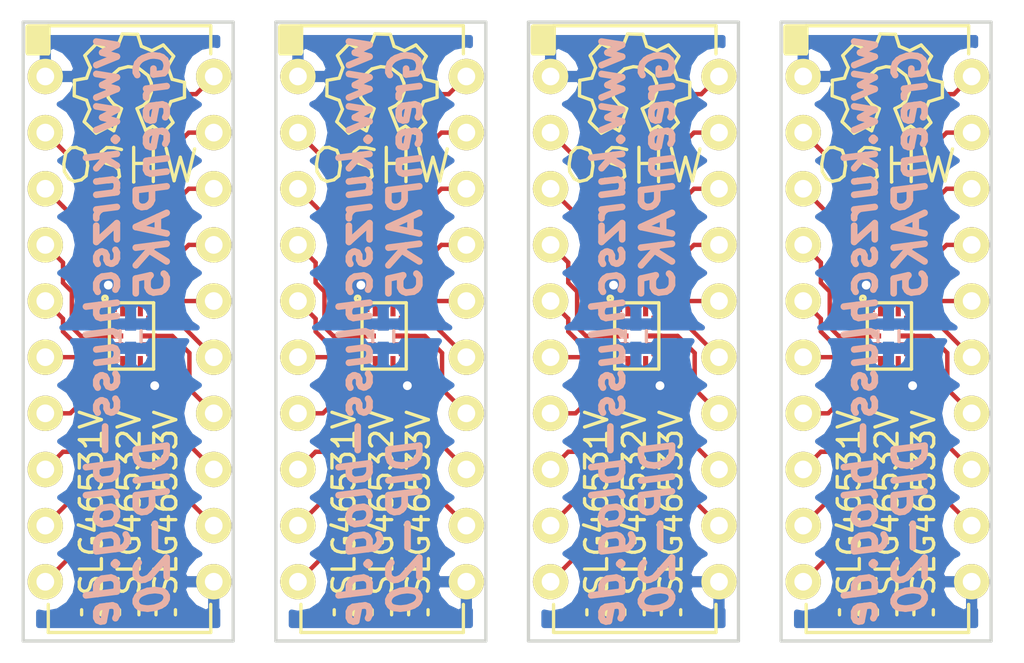
<source format=kicad_pcb>
(kicad_pcb (version 4) (host pcbnew 4.0.2-stable)

  (general
    (links 166)
    (no_connects 78)
    (area 62.564999 51.074999 106.505001 79.225001)
    (thickness 1.6)
    (drawings 20)
    (tracks 428)
    (zones 0)
    (modules 28)
    (nets 27)
  )

  (page A4)
  (layers
    (0 F.Cu signal)
    (31 B.Cu signal)
    (32 B.Adhes user)
    (33 F.Adhes user)
    (34 B.Paste user)
    (35 F.Paste user)
    (36 B.SilkS user)
    (37 F.SilkS user)
    (38 B.Mask user)
    (39 F.Mask user)
    (40 Dwgs.User user)
    (41 Cmts.User user)
    (42 Eco1.User user)
    (43 Eco2.User user)
    (44 Edge.Cuts user)
    (45 Margin user)
    (46 B.CrtYd user)
    (47 F.CrtYd user)
    (48 B.Fab user)
    (49 F.Fab user)
  )

  (setup
    (last_trace_width 0.2)
    (trace_clearance 0.2)
    (zone_clearance 0.508)
    (zone_45_only no)
    (trace_min 0.2)
    (segment_width 0.2)
    (edge_width 0.15)
    (via_size 0.6)
    (via_drill 0.4)
    (via_min_size 0.4)
    (via_min_drill 0.3)
    (uvia_size 0.3)
    (uvia_drill 0.1)
    (uvias_allowed no)
    (uvia_min_size 0.2)
    (uvia_min_drill 0.1)
    (pcb_text_width 0.3)
    (pcb_text_size 1.5 1.5)
    (mod_edge_width 0.15)
    (mod_text_size 1 1)
    (mod_text_width 0.15)
    (pad_size 1.524 1.524)
    (pad_drill 0.762)
    (pad_to_mask_clearance 0.2)
    (aux_axis_origin 0 0)
    (visible_elements 7FFFFFFF)
    (pcbplotparams
      (layerselection 0x010f0_80000001)
      (usegerberextensions false)
      (excludeedgelayer true)
      (linewidth 0.100000)
      (plotframeref false)
      (viasonmask false)
      (mode 1)
      (useauxorigin false)
      (hpglpennumber 1)
      (hpglpenspeed 20)
      (hpglpendiameter 15)
      (hpglpenoverlay 2)
      (psnegative false)
      (psa4output false)
      (plotreference false)
      (plotvalue false)
      (plotinvisibletext false)
      (padsonsilk false)
      (subtractmaskfromsilk false)
      (outputformat 1)
      (mirror false)
      (drillshape 0)
      (scaleselection 1)
      (outputdirectory E1))
  )

  (net 0 "")
  (net 1 "Net-(P1-Pad2)")
  (net 2 "Net-(P1-Pad3)")
  (net 3 "Net-(P1-Pad4)")
  (net 4 "Net-(P1-Pad5)")
  (net 5 "Net-(P1-Pad6)")
  (net 6 "Net-(P1-Pad7)")
  (net 7 "Net-(P1-Pad8)")
  (net 8 "Net-(P1-Pad9)")
  (net 9 "Net-(P1-Pad10)")
  (net 10 "Net-(P1-Pad12)")
  (net 11 "Net-(P1-Pad13)")
  (net 12 "Net-(P1-Pad14)")
  (net 13 "Net-(P1-Pad15)")
  (net 14 "Net-(P1-Pad16)")
  (net 15 "Net-(P1-Pad17)")
  (net 16 "Net-(P1-Pad18)")
  (net 17 "Net-(P1-Pad19)")
  (net 18 "Net-(P1-Pad20)")
  (net 19 GND)
  (net 20 "Net-(C1-Pad2)")
  (net 21 "Net-(R1-Pad1)")
  (net 22 "Net-(R1-Pad2)")
  (net 23 "Net-(R2-Pad1)")
  (net 24 "Net-(R2-Pad2)")
  (net 25 "Net-(R3-Pad1)")
  (net 26 "Net-(R3-Pad2)")

  (net_class Default "Dies ist die voreingestellte Netzklasse."
    (clearance 0.2)
    (trace_width 0.2)
    (via_dia 0.6)
    (via_drill 0.4)
    (uvia_dia 0.3)
    (uvia_drill 0.1)
    (add_net GND)
    (add_net "Net-(C1-Pad2)")
    (add_net "Net-(P1-Pad10)")
    (add_net "Net-(P1-Pad12)")
    (add_net "Net-(P1-Pad13)")
    (add_net "Net-(P1-Pad14)")
    (add_net "Net-(P1-Pad15)")
    (add_net "Net-(P1-Pad16)")
    (add_net "Net-(P1-Pad17)")
    (add_net "Net-(P1-Pad18)")
    (add_net "Net-(P1-Pad19)")
    (add_net "Net-(P1-Pad2)")
    (add_net "Net-(P1-Pad20)")
    (add_net "Net-(P1-Pad3)")
    (add_net "Net-(P1-Pad4)")
    (add_net "Net-(P1-Pad5)")
    (add_net "Net-(P1-Pad6)")
    (add_net "Net-(P1-Pad7)")
    (add_net "Net-(P1-Pad8)")
    (add_net "Net-(P1-Pad9)")
    (add_net "Net-(R1-Pad1)")
    (add_net "Net-(R1-Pad2)")
    (add_net "Net-(R2-Pad1)")
    (add_net "Net-(R2-Pad2)")
    (add_net "Net-(R3-Pad1)")
    (add_net "Net-(R3-Pad2)")
  )

  (module Housings_DIP:DIP-20_W7.62mm (layer F.Cu) (tedit 57C6E1C3) (tstamp 57C6E0D9)
    (at 63.64 53.61)
    (descr "20-lead dip package, row spacing 7.62 mm (300 mils)")
    (tags "dil dip 2.54 300")
    (path /57C6DFF7)
    (fp_text reference P1 (at 0 -5.22) (layer F.SilkS) hide
      (effects (font (size 1 1) (thickness 0.15)))
    )
    (fp_text value CONN_01X20 (at 0 -3.72) (layer F.Fab) hide
      (effects (font (size 1 1) (thickness 0.15)))
    )
    (fp_line (start -1.05 -2.45) (end -1.05 25.35) (layer F.CrtYd) (width 0.05))
    (fp_line (start 8.65 -2.45) (end 8.65 25.35) (layer F.CrtYd) (width 0.05))
    (fp_line (start -1.05 -2.45) (end 8.65 -2.45) (layer F.CrtYd) (width 0.05))
    (fp_line (start -1.05 25.35) (end 8.65 25.35) (layer F.CrtYd) (width 0.05))
    (fp_line (start 0.135 -2.295) (end 0.135 -1.025) (layer F.SilkS) (width 0.15))
    (fp_line (start 7.485 -2.295) (end 7.485 -1.025) (layer F.SilkS) (width 0.15))
    (fp_line (start 7.485 25.155) (end 7.485 23.885) (layer F.SilkS) (width 0.15))
    (fp_line (start 0.135 25.155) (end 0.135 23.885) (layer F.SilkS) (width 0.15))
    (fp_line (start 0.135 -2.295) (end 7.485 -2.295) (layer F.SilkS) (width 0.15))
    (fp_line (start 0.135 25.155) (end 7.485 25.155) (layer F.SilkS) (width 0.15))
    (fp_line (start 0.135 -1.025) (end -0.8 -1.025) (layer F.SilkS) (width 0.15))
    (pad 1 thru_hole oval (at 0 0) (size 1.6 1.6) (drill 0.8) (layers *.Cu *.Mask F.SilkS)
      (net 20 "Net-(C1-Pad2)"))
    (pad 2 thru_hole oval (at 0 2.54) (size 1.6 1.6) (drill 0.8) (layers *.Cu *.Mask F.SilkS)
      (net 1 "Net-(P1-Pad2)"))
    (pad 3 thru_hole oval (at 0 5.08) (size 1.6 1.6) (drill 0.8) (layers *.Cu *.Mask F.SilkS)
      (net 2 "Net-(P1-Pad3)"))
    (pad 4 thru_hole oval (at 0 7.62) (size 1.6 1.6) (drill 0.8) (layers *.Cu *.Mask F.SilkS)
      (net 3 "Net-(P1-Pad4)"))
    (pad 5 thru_hole oval (at 0 10.16) (size 1.6 1.6) (drill 0.8) (layers *.Cu *.Mask F.SilkS)
      (net 4 "Net-(P1-Pad5)"))
    (pad 6 thru_hole oval (at 0 12.7) (size 1.6 1.6) (drill 0.8) (layers *.Cu *.Mask F.SilkS)
      (net 5 "Net-(P1-Pad6)"))
    (pad 7 thru_hole oval (at 0 15.24) (size 1.6 1.6) (drill 0.8) (layers *.Cu *.Mask F.SilkS)
      (net 6 "Net-(P1-Pad7)"))
    (pad 8 thru_hole oval (at 0 17.78) (size 1.6 1.6) (drill 0.8) (layers *.Cu *.Mask F.SilkS)
      (net 7 "Net-(P1-Pad8)"))
    (pad 9 thru_hole oval (at 0 20.32) (size 1.6 1.6) (drill 0.8) (layers *.Cu *.Mask F.SilkS)
      (net 8 "Net-(P1-Pad9)"))
    (pad 10 thru_hole oval (at 0 22.86) (size 1.6 1.6) (drill 0.8) (layers *.Cu *.Mask F.SilkS)
      (net 9 "Net-(P1-Pad10)"))
    (pad 11 thru_hole oval (at 7.62 22.86) (size 1.6 1.6) (drill 0.8) (layers *.Cu *.Mask F.SilkS)
      (net 19 GND))
    (pad 12 thru_hole oval (at 7.62 20.32) (size 1.6 1.6) (drill 0.8) (layers *.Cu *.Mask F.SilkS)
      (net 10 "Net-(P1-Pad12)"))
    (pad 13 thru_hole oval (at 7.62 17.78) (size 1.6 1.6) (drill 0.8) (layers *.Cu *.Mask F.SilkS)
      (net 11 "Net-(P1-Pad13)"))
    (pad 14 thru_hole oval (at 7.62 15.24) (size 1.6 1.6) (drill 0.8) (layers *.Cu *.Mask F.SilkS)
      (net 12 "Net-(P1-Pad14)"))
    (pad 15 thru_hole oval (at 7.62 12.7) (size 1.6 1.6) (drill 0.8) (layers *.Cu *.Mask F.SilkS)
      (net 13 "Net-(P1-Pad15)"))
    (pad 16 thru_hole oval (at 7.62 10.16) (size 1.6 1.6) (drill 0.8) (layers *.Cu *.Mask F.SilkS)
      (net 14 "Net-(P1-Pad16)"))
    (pad 17 thru_hole oval (at 7.62 7.62) (size 1.6 1.6) (drill 0.8) (layers *.Cu *.Mask F.SilkS)
      (net 15 "Net-(P1-Pad17)"))
    (pad 18 thru_hole oval (at 7.62 5.08) (size 1.6 1.6) (drill 0.8) (layers *.Cu *.Mask F.SilkS)
      (net 16 "Net-(P1-Pad18)"))
    (pad 19 thru_hole oval (at 7.62 2.54) (size 1.6 1.6) (drill 0.8) (layers *.Cu *.Mask F.SilkS)
      (net 17 "Net-(P1-Pad19)"))
    (pad 20 thru_hole oval (at 7.62 0) (size 1.6 1.6) (drill 0.8) (layers *.Cu *.Mask F.SilkS)
      (net 18 "Net-(P1-Pad20)"))
    (model Housings_DIP.3dshapes/DIP-20_W7.62mm.wrl
      (at (xyz 0 0 0))
      (scale (xyz 1 1 1))
      (rotate (xyz 0 0 0))
    )
  )

  (module Capacitors_SMD:C_0402 (layer B.Cu) (tedit 57C6EC98) (tstamp 57C6E115)
    (at 67.5 65.36 90)
    (descr "Capacitor SMD 0402, reflow soldering, AVX (see smccp.pdf)")
    (tags "capacitor 0402")
    (path /57C6E499)
    (attr smd)
    (fp_text reference C1 (at 0 1.7 90) (layer B.SilkS) hide
      (effects (font (size 1 1) (thickness 0.15)) (justify mirror))
    )
    (fp_text value 100n (at -0.68 -7.6195 90) (layer B.Fab) hide
      (effects (font (size 1 1) (thickness 0.15)) (justify mirror))
    )
    (fp_line (start -1.15 0.6) (end 1.15 0.6) (layer B.CrtYd) (width 0.05))
    (fp_line (start -1.15 -0.6) (end 1.15 -0.6) (layer B.CrtYd) (width 0.05))
    (fp_line (start -1.15 0.6) (end -1.15 -0.6) (layer B.CrtYd) (width 0.05))
    (fp_line (start 1.15 0.6) (end 1.15 -0.6) (layer B.CrtYd) (width 0.05))
    (fp_line (start 0.25 0.475) (end -0.25 0.475) (layer B.SilkS) (width 0.15))
    (fp_line (start -0.25 -0.475) (end 0.25 -0.475) (layer B.SilkS) (width 0.15))
    (pad 1 smd rect (at -0.55 0 90) (size 0.6 0.5) (layers B.Cu B.Paste B.Mask)
      (net 19 GND))
    (pad 2 smd rect (at 0.55 0 90) (size 0.6 0.5) (layers B.Cu B.Paste B.Mask)
      (net 20 "Net-(C1-Pad2)"))
    (model Capacitors_SMD.3dshapes/C_0402.wrl
      (at (xyz 0 0 0))
      (scale (xyz 1 1 1))
      (rotate (xyz 0 0 0))
    )
  )

  (module sirona:SLG4653X (layer F.Cu) (tedit 57C6EC92) (tstamp 57C6E0F1)
    (at 67.54 64.15)
    (path /57C6DF78)
    (fp_text reference U1 (at 0 -1.2) (layer F.SilkS) hide
      (effects (font (size 1 1) (thickness 0.15)))
    )
    (fp_text value SLG46531 (at 9.1045 1.128 90) (layer F.Fab) hide
      (effects (font (size 1 1) (thickness 0.15)))
    )
    (fp_circle (center -1.2 -0.5) (end -1.3 -0.5) (layer F.SilkS) (width 0.15))
    (fp_line (start -1 2.7) (end 1 2.7) (layer F.SilkS) (width 0.15))
    (fp_line (start -1 -0.3) (end -1 2.7) (layer F.SilkS) (width 0.15))
    (fp_line (start 1 -0.3) (end 1 2.7) (layer F.SilkS) (width 0.15))
    (fp_line (start -1 -0.3) (end 1 -0.3) (layer F.SilkS) (width 0.15))
    (pad 1 smd rect (at -0.907 0) (size 0.485 0.23) (layers F.Cu F.Paste F.Mask)
      (net 20 "Net-(C1-Pad2)"))
    (pad 2 smd rect (at -0.907 0.4) (size 0.485 0.23) (layers F.Cu F.Paste F.Mask)
      (net 1 "Net-(P1-Pad2)"))
    (pad 3 smd rect (at -0.907 0.8) (size 0.975 0.23) (drill (offset 0.245 0)) (layers F.Cu F.Paste F.Mask)
      (net 2 "Net-(P1-Pad3)"))
    (pad 4 smd rect (at -0.907 1.2) (size 0.775 0.23) (drill (offset 0.145 0)) (layers F.Cu F.Paste F.Mask)
      (net 3 "Net-(P1-Pad4)"))
    (pad 5 smd rect (at -0.907 1.6) (size 0.775 0.23) (drill (offset 0.145 0)) (layers F.Cu F.Paste F.Mask)
      (net 4 "Net-(P1-Pad5)"))
    (pad 6 smd rect (at -0.907 2) (size 0.485 0.23) (layers F.Cu F.Paste F.Mask)
      (net 5 "Net-(P1-Pad6)"))
    (pad 7 smd rect (at -0.907 2.4) (size 0.485 0.23) (layers F.Cu F.Paste F.Mask)
      (net 6 "Net-(P1-Pad7)"))
    (pad 20 smd rect (at -0.4 0) (size 0.23 0.775) (drill (offset 0 -0.075)) (layers F.Cu F.Paste F.Mask)
      (net 18 "Net-(P1-Pad20)"))
    (pad 19 smd rect (at 0 0) (size 0.23 0.775) (drill (offset 0 -0.075)) (layers F.Cu F.Paste F.Mask)
      (net 17 "Net-(P1-Pad19)"))
    (pad 18 smd rect (at 0.4 0) (size 0.23 0.775) (drill (offset 0 -0.075)) (layers F.Cu F.Paste F.Mask)
      (net 16 "Net-(P1-Pad18)"))
    (pad 17 smd rect (at 0.907 0) (size 0.485 0.23) (layers F.Cu F.Paste F.Mask)
      (net 15 "Net-(P1-Pad17)"))
    (pad 16 smd rect (at 0.907 0.4) (size 0.485 0.23) (layers F.Cu F.Paste F.Mask)
      (net 14 "Net-(P1-Pad16)"))
    (pad 15 smd rect (at 0.907 0.8) (size 0.775 0.23) (drill (offset -0.145 0)) (layers F.Cu F.Paste F.Mask)
      (net 13 "Net-(P1-Pad15)"))
    (pad 14 smd rect (at 0.907 1.2) (size 0.775 0.23) (drill (offset -0.145 0)) (layers F.Cu F.Paste F.Mask)
      (net 12 "Net-(P1-Pad14)"))
    (pad 13 smd rect (at 0.907 1.6) (size 0.775 0.23) (drill (offset -0.145 0)) (layers F.Cu F.Paste F.Mask)
      (net 11 "Net-(P1-Pad13)"))
    (pad 12 smd rect (at 0.907 2) (size 0.485 0.23) (layers F.Cu F.Paste F.Mask)
      (net 10 "Net-(P1-Pad12)"))
    (pad 11 smd rect (at 0.907 2.4) (size 0.485 0.23) (layers F.Cu F.Paste F.Mask)
      (net 19 GND))
    (pad 9 smd rect (at 0 2.6) (size 0.23 0.775) (drill (offset 0 -0.105)) (layers F.Cu F.Paste F.Mask)
      (net 8 "Net-(P1-Pad9)"))
    (pad 8 smd rect (at -0.4 2.6) (size 0.23 0.775) (drill (offset 0 -0.105)) (layers F.Cu F.Paste F.Mask)
      (net 7 "Net-(P1-Pad8)"))
    (pad 10 smd rect (at 0.4 2.6) (size 0.23 0.775) (drill (offset 0 -0.105)) (layers F.Cu F.Paste F.Mask)
      (net 9 "Net-(P1-Pad10)"))
  )

  (module Resistors_SMD:R_0201 (layer F.Cu) (tedit 57C6ED09) (tstamp 57C6EC5D)
    (at 65.7225 77.851 90)
    (descr "Resistor SMD 0201, reflow soldering, Vishay (see crcw0201e3.pdf)")
    (tags "resistor 0201")
    (path /57C6EB55)
    (attr smd)
    (fp_text reference R1 (at 0 -1.7 90) (layer F.SilkS) hide
      (effects (font (size 1 1) (thickness 0.15)))
    )
    (fp_text value SLG46531V (at 4.953 0 90) (layer F.SilkS)
      (effects (font (size 1 1) (thickness 0.15)))
    )
    (fp_line (start -0.65 -0.55) (end 0.65 -0.55) (layer F.CrtYd) (width 0.05))
    (fp_line (start -0.65 0.55) (end 0.65 0.55) (layer F.CrtYd) (width 0.05))
    (fp_line (start -0.65 -0.55) (end -0.65 0.55) (layer F.CrtYd) (width 0.05))
    (fp_line (start 0.65 -0.55) (end 0.65 0.55) (layer F.CrtYd) (width 0.05))
    (fp_line (start 0.115 -0.44) (end -0.115 -0.44) (layer F.SilkS) (width 0.15))
    (fp_line (start -0.115 0.44) (end 0.115 0.44) (layer F.SilkS) (width 0.15))
    (pad 1 smd rect (at -0.255 0 90) (size 0.28 0.43) (layers F.Cu F.Paste F.Mask)
      (net 21 "Net-(R1-Pad1)"))
    (pad 2 smd rect (at 0.255 0 90) (size 0.28 0.43) (layers F.Cu F.Paste F.Mask)
      (net 22 "Net-(R1-Pad2)"))
    (model Resistors_SMD.3dshapes/R_0201.wrl
      (at (xyz 0 0 0))
      (scale (xyz 1 1 1))
      (rotate (xyz 0 0 0))
    )
  )

  (module Resistors_SMD:R_0201 (layer F.Cu) (tedit 57C6ED0E) (tstamp 57C6EC63)
    (at 67.437 77.851 90)
    (descr "Resistor SMD 0201, reflow soldering, Vishay (see crcw0201e3.pdf)")
    (tags "resistor 0201")
    (path /57C6EC2B)
    (attr smd)
    (fp_text reference R2 (at 0 -1.7 90) (layer F.SilkS) hide
      (effects (font (size 1 1) (thickness 0.15)))
    )
    (fp_text value SLG46532V (at 4.953 -0.007501 90) (layer F.SilkS)
      (effects (font (size 1 1) (thickness 0.15)))
    )
    (fp_line (start -0.65 -0.55) (end 0.65 -0.55) (layer F.CrtYd) (width 0.05))
    (fp_line (start -0.65 0.55) (end 0.65 0.55) (layer F.CrtYd) (width 0.05))
    (fp_line (start -0.65 -0.55) (end -0.65 0.55) (layer F.CrtYd) (width 0.05))
    (fp_line (start 0.65 -0.55) (end 0.65 0.55) (layer F.CrtYd) (width 0.05))
    (fp_line (start 0.115 -0.44) (end -0.115 -0.44) (layer F.SilkS) (width 0.15))
    (fp_line (start -0.115 0.44) (end 0.115 0.44) (layer F.SilkS) (width 0.15))
    (pad 1 smd rect (at -0.255 0 90) (size 0.28 0.43) (layers F.Cu F.Paste F.Mask)
      (net 23 "Net-(R2-Pad1)"))
    (pad 2 smd rect (at 0.255 0 90) (size 0.28 0.43) (layers F.Cu F.Paste F.Mask)
      (net 24 "Net-(R2-Pad2)"))
    (model Resistors_SMD.3dshapes/R_0201.wrl
      (at (xyz 0 0 0))
      (scale (xyz 1 1 1))
      (rotate (xyz 0 0 0))
    )
  )

  (module Resistors_SMD:R_0201 (layer F.Cu) (tedit 57C6ED12) (tstamp 57C6EC69)
    (at 69.088 77.851 90)
    (descr "Resistor SMD 0201, reflow soldering, Vishay (see crcw0201e3.pdf)")
    (tags "resistor 0201")
    (path /57C6EC52)
    (attr smd)
    (fp_text reference R3 (at 0 -1.7 90) (layer F.SilkS) hide
      (effects (font (size 1 1) (thickness 0.15)))
    )
    (fp_text value SLG46533V (at 4.953 0 90) (layer F.SilkS)
      (effects (font (size 1 1) (thickness 0.15)))
    )
    (fp_line (start -0.65 -0.55) (end 0.65 -0.55) (layer F.CrtYd) (width 0.05))
    (fp_line (start -0.65 0.55) (end 0.65 0.55) (layer F.CrtYd) (width 0.05))
    (fp_line (start -0.65 -0.55) (end -0.65 0.55) (layer F.CrtYd) (width 0.05))
    (fp_line (start 0.65 -0.55) (end 0.65 0.55) (layer F.CrtYd) (width 0.05))
    (fp_line (start 0.115 -0.44) (end -0.115 -0.44) (layer F.SilkS) (width 0.15))
    (fp_line (start -0.115 0.44) (end 0.115 0.44) (layer F.SilkS) (width 0.15))
    (pad 1 smd rect (at -0.255 0 90) (size 0.28 0.43) (layers F.Cu F.Paste F.Mask)
      (net 25 "Net-(R3-Pad1)"))
    (pad 2 smd rect (at 0.255 0 90) (size 0.28 0.43) (layers F.Cu F.Paste F.Mask)
      (net 26 "Net-(R3-Pad2)"))
    (model Resistors_SMD.3dshapes/R_0201.wrl
      (at (xyz 0 0 0))
      (scale (xyz 1 1 1))
      (rotate (xyz 0 0 0))
    )
  )

  (module Symbols:Symbol_OSHW-Logo_SilkScreen (layer F.Cu) (tedit 57C6EDAD) (tstamp 57C6ED9B)
    (at 67.437 54.1655)
    (descr "Symbol, OSHW-Logo, Silk Screen,")
    (tags "Symbol, OSHW-Logo, Silk Screen,")
    (fp_text reference REF** (at 0.09906 -4.38912) (layer F.SilkS) hide
      (effects (font (size 1 1) (thickness 0.15)))
    )
    (fp_text value Symbol_OSHW-Logo_SilkScreen (at 0.30988 6.56082) (layer F.Fab) hide
      (effects (font (size 1 1) (thickness 0.15)))
    )
    (fp_line (start 1.66878 2.68986) (end 2.02946 4.16052) (layer F.SilkS) (width 0.15))
    (fp_line (start 2.02946 4.16052) (end 2.30886 3.0988) (layer F.SilkS) (width 0.15))
    (fp_line (start 2.30886 3.0988) (end 2.61874 4.17068) (layer F.SilkS) (width 0.15))
    (fp_line (start 2.61874 4.17068) (end 2.9591 2.72034) (layer F.SilkS) (width 0.15))
    (fp_line (start 0.24892 3.38074) (end 1.03886 3.37058) (layer F.SilkS) (width 0.15))
    (fp_line (start 1.03886 3.37058) (end 1.04902 3.38074) (layer F.SilkS) (width 0.15))
    (fp_line (start 1.04902 3.38074) (end 1.04902 3.37058) (layer F.SilkS) (width 0.15))
    (fp_line (start 1.08966 2.65938) (end 1.08966 4.20116) (layer F.SilkS) (width 0.15))
    (fp_line (start 0.20066 2.64922) (end 0.20066 4.21894) (layer F.SilkS) (width 0.15))
    (fp_line (start 0.20066 4.21894) (end 0.21082 4.20878) (layer F.SilkS) (width 0.15))
    (fp_line (start -0.35052 2.75082) (end -0.70104 2.66954) (layer F.SilkS) (width 0.15))
    (fp_line (start -0.70104 2.66954) (end -1.02108 2.65938) (layer F.SilkS) (width 0.15))
    (fp_line (start -1.02108 2.65938) (end -1.25984 2.86004) (layer F.SilkS) (width 0.15))
    (fp_line (start -1.25984 2.86004) (end -1.29032 3.12928) (layer F.SilkS) (width 0.15))
    (fp_line (start -1.29032 3.12928) (end -1.04902 3.37058) (layer F.SilkS) (width 0.15))
    (fp_line (start -1.04902 3.37058) (end -0.6604 3.50012) (layer F.SilkS) (width 0.15))
    (fp_line (start -0.6604 3.50012) (end -0.48006 3.66014) (layer F.SilkS) (width 0.15))
    (fp_line (start -0.48006 3.66014) (end -0.43942 3.95986) (layer F.SilkS) (width 0.15))
    (fp_line (start -0.43942 3.95986) (end -0.67056 4.18084) (layer F.SilkS) (width 0.15))
    (fp_line (start -0.67056 4.18084) (end -0.9906 4.20878) (layer F.SilkS) (width 0.15))
    (fp_line (start -0.9906 4.20878) (end -1.34112 4.09956) (layer F.SilkS) (width 0.15))
    (fp_line (start -2.37998 2.64922) (end -2.6289 2.66954) (layer F.SilkS) (width 0.15))
    (fp_line (start -2.6289 2.66954) (end -2.8702 2.91084) (layer F.SilkS) (width 0.15))
    (fp_line (start -2.8702 2.91084) (end -2.9591 3.40106) (layer F.SilkS) (width 0.15))
    (fp_line (start -2.9591 3.40106) (end -2.93116 3.74904) (layer F.SilkS) (width 0.15))
    (fp_line (start -2.93116 3.74904) (end -2.7305 4.06908) (layer F.SilkS) (width 0.15))
    (fp_line (start -2.7305 4.06908) (end -2.47904 4.191) (layer F.SilkS) (width 0.15))
    (fp_line (start -2.47904 4.191) (end -2.16916 4.11988) (layer F.SilkS) (width 0.15))
    (fp_line (start -2.16916 4.11988) (end -1.95072 3.93954) (layer F.SilkS) (width 0.15))
    (fp_line (start -1.95072 3.93954) (end -1.8796 3.4798) (layer F.SilkS) (width 0.15))
    (fp_line (start -1.8796 3.4798) (end -1.9304 3.07086) (layer F.SilkS) (width 0.15))
    (fp_line (start -1.9304 3.07086) (end -2.03962 2.78892) (layer F.SilkS) (width 0.15))
    (fp_line (start -2.03962 2.78892) (end -2.4003 2.65938) (layer F.SilkS) (width 0.15))
    (fp_line (start -1.78054 0.92964) (end -2.03962 1.49098) (layer F.SilkS) (width 0.15))
    (fp_line (start -2.03962 1.49098) (end -1.50114 2.00914) (layer F.SilkS) (width 0.15))
    (fp_line (start -1.50114 2.00914) (end -0.98044 1.7399) (layer F.SilkS) (width 0.15))
    (fp_line (start -0.98044 1.7399) (end -0.70104 1.89992) (layer F.SilkS) (width 0.15))
    (fp_line (start 0.73914 1.8796) (end 1.06934 1.6891) (layer F.SilkS) (width 0.15))
    (fp_line (start 1.06934 1.6891) (end 1.50876 2.0193) (layer F.SilkS) (width 0.15))
    (fp_line (start 1.50876 2.0193) (end 1.9812 1.52908) (layer F.SilkS) (width 0.15))
    (fp_line (start 1.9812 1.52908) (end 1.69926 1.04902) (layer F.SilkS) (width 0.15))
    (fp_line (start 1.69926 1.04902) (end 1.88976 0.57912) (layer F.SilkS) (width 0.15))
    (fp_line (start 1.88976 0.57912) (end 2.49936 0.39116) (layer F.SilkS) (width 0.15))
    (fp_line (start 2.49936 0.39116) (end 2.49936 -0.28956) (layer F.SilkS) (width 0.15))
    (fp_line (start 2.49936 -0.28956) (end 1.94056 -0.42926) (layer F.SilkS) (width 0.15))
    (fp_line (start 1.94056 -0.42926) (end 1.7399 -1.00076) (layer F.SilkS) (width 0.15))
    (fp_line (start 1.7399 -1.00076) (end 2.00914 -1.47066) (layer F.SilkS) (width 0.15))
    (fp_line (start 2.00914 -1.47066) (end 1.53924 -1.9812) (layer F.SilkS) (width 0.15))
    (fp_line (start 1.53924 -1.9812) (end 1.02108 -1.71958) (layer F.SilkS) (width 0.15))
    (fp_line (start 1.02108 -1.71958) (end 0.55118 -1.92024) (layer F.SilkS) (width 0.15))
    (fp_line (start 0.55118 -1.92024) (end 0.381 -2.46126) (layer F.SilkS) (width 0.15))
    (fp_line (start 0.381 -2.46126) (end -0.30988 -2.47904) (layer F.SilkS) (width 0.15))
    (fp_line (start -0.30988 -2.47904) (end -0.5207 -1.9304) (layer F.SilkS) (width 0.15))
    (fp_line (start -0.5207 -1.9304) (end -0.9398 -1.76022) (layer F.SilkS) (width 0.15))
    (fp_line (start -0.9398 -1.76022) (end -1.49098 -2.02946) (layer F.SilkS) (width 0.15))
    (fp_line (start -1.49098 -2.02946) (end -2.00914 -1.50114) (layer F.SilkS) (width 0.15))
    (fp_line (start -2.00914 -1.50114) (end -1.76022 -0.96012) (layer F.SilkS) (width 0.15))
    (fp_line (start -1.76022 -0.96012) (end -1.9304 -0.48006) (layer F.SilkS) (width 0.15))
    (fp_line (start -1.9304 -0.48006) (end -2.47904 -0.381) (layer F.SilkS) (width 0.15))
    (fp_line (start -2.47904 -0.381) (end -2.4892 0.32004) (layer F.SilkS) (width 0.15))
    (fp_line (start -2.4892 0.32004) (end -1.9304 0.5207) (layer F.SilkS) (width 0.15))
    (fp_line (start -1.9304 0.5207) (end -1.7907 0.91948) (layer F.SilkS) (width 0.15))
    (fp_line (start 0.35052 0.89916) (end 0.65024 0.7493) (layer F.SilkS) (width 0.15))
    (fp_line (start 0.65024 0.7493) (end 0.8509 0.55118) (layer F.SilkS) (width 0.15))
    (fp_line (start 0.8509 0.55118) (end 1.00076 0.14986) (layer F.SilkS) (width 0.15))
    (fp_line (start 1.00076 0.14986) (end 1.00076 -0.24892) (layer F.SilkS) (width 0.15))
    (fp_line (start 1.00076 -0.24892) (end 0.8509 -0.59944) (layer F.SilkS) (width 0.15))
    (fp_line (start 0.8509 -0.59944) (end 0.39878 -0.94996) (layer F.SilkS) (width 0.15))
    (fp_line (start 0.39878 -0.94996) (end -0.0508 -1.00076) (layer F.SilkS) (width 0.15))
    (fp_line (start -0.0508 -1.00076) (end -0.44958 -0.89916) (layer F.SilkS) (width 0.15))
    (fp_line (start -0.44958 -0.89916) (end -0.8509 -0.55118) (layer F.SilkS) (width 0.15))
    (fp_line (start -0.8509 -0.55118) (end -1.00076 -0.09906) (layer F.SilkS) (width 0.15))
    (fp_line (start -1.00076 -0.09906) (end -0.94996 0.39878) (layer F.SilkS) (width 0.15))
    (fp_line (start -0.94996 0.39878) (end -0.70104 0.70104) (layer F.SilkS) (width 0.15))
    (fp_line (start -0.70104 0.70104) (end -0.35052 0.89916) (layer F.SilkS) (width 0.15))
    (fp_line (start -0.35052 0.89916) (end -0.70104 1.89992) (layer F.SilkS) (width 0.15))
    (fp_line (start 0.35052 0.89916) (end 0.7493 1.89992) (layer F.SilkS) (width 0.15))
  )

  (module Housings_DIP:DIP-20_W7.62mm (layer F.Cu) (tedit 57C6E1C3) (tstamp 57C6E0D9)
    (at 75.07 53.61)
    (descr "20-lead dip package, row spacing 7.62 mm (300 mils)")
    (tags "dil dip 2.54 300")
    (path /57C6DFF7)
    (fp_text reference P1 (at 0 -5.22) (layer F.SilkS) hide
      (effects (font (size 1 1) (thickness 0.15)))
    )
    (fp_text value CONN_01X20 (at 0 -3.72) (layer F.Fab) hide
      (effects (font (size 1 1) (thickness 0.15)))
    )
    (fp_line (start -1.05 -2.45) (end -1.05 25.35) (layer F.CrtYd) (width 0.05))
    (fp_line (start 8.65 -2.45) (end 8.65 25.35) (layer F.CrtYd) (width 0.05))
    (fp_line (start -1.05 -2.45) (end 8.65 -2.45) (layer F.CrtYd) (width 0.05))
    (fp_line (start -1.05 25.35) (end 8.65 25.35) (layer F.CrtYd) (width 0.05))
    (fp_line (start 0.135 -2.295) (end 0.135 -1.025) (layer F.SilkS) (width 0.15))
    (fp_line (start 7.485 -2.295) (end 7.485 -1.025) (layer F.SilkS) (width 0.15))
    (fp_line (start 7.485 25.155) (end 7.485 23.885) (layer F.SilkS) (width 0.15))
    (fp_line (start 0.135 25.155) (end 0.135 23.885) (layer F.SilkS) (width 0.15))
    (fp_line (start 0.135 -2.295) (end 7.485 -2.295) (layer F.SilkS) (width 0.15))
    (fp_line (start 0.135 25.155) (end 7.485 25.155) (layer F.SilkS) (width 0.15))
    (fp_line (start 0.135 -1.025) (end -0.8 -1.025) (layer F.SilkS) (width 0.15))
    (pad 1 thru_hole oval (at 0 0) (size 1.6 1.6) (drill 0.8) (layers *.Cu *.Mask F.SilkS)
      (net 20 "Net-(C1-Pad2)"))
    (pad 2 thru_hole oval (at 0 2.54) (size 1.6 1.6) (drill 0.8) (layers *.Cu *.Mask F.SilkS)
      (net 1 "Net-(P1-Pad2)"))
    (pad 3 thru_hole oval (at 0 5.08) (size 1.6 1.6) (drill 0.8) (layers *.Cu *.Mask F.SilkS)
      (net 2 "Net-(P1-Pad3)"))
    (pad 4 thru_hole oval (at 0 7.62) (size 1.6 1.6) (drill 0.8) (layers *.Cu *.Mask F.SilkS)
      (net 3 "Net-(P1-Pad4)"))
    (pad 5 thru_hole oval (at 0 10.16) (size 1.6 1.6) (drill 0.8) (layers *.Cu *.Mask F.SilkS)
      (net 4 "Net-(P1-Pad5)"))
    (pad 6 thru_hole oval (at 0 12.7) (size 1.6 1.6) (drill 0.8) (layers *.Cu *.Mask F.SilkS)
      (net 5 "Net-(P1-Pad6)"))
    (pad 7 thru_hole oval (at 0 15.24) (size 1.6 1.6) (drill 0.8) (layers *.Cu *.Mask F.SilkS)
      (net 6 "Net-(P1-Pad7)"))
    (pad 8 thru_hole oval (at 0 17.78) (size 1.6 1.6) (drill 0.8) (layers *.Cu *.Mask F.SilkS)
      (net 7 "Net-(P1-Pad8)"))
    (pad 9 thru_hole oval (at 0 20.32) (size 1.6 1.6) (drill 0.8) (layers *.Cu *.Mask F.SilkS)
      (net 8 "Net-(P1-Pad9)"))
    (pad 10 thru_hole oval (at 0 22.86) (size 1.6 1.6) (drill 0.8) (layers *.Cu *.Mask F.SilkS)
      (net 9 "Net-(P1-Pad10)"))
    (pad 11 thru_hole oval (at 7.62 22.86) (size 1.6 1.6) (drill 0.8) (layers *.Cu *.Mask F.SilkS)
      (net 19 GND))
    (pad 12 thru_hole oval (at 7.62 20.32) (size 1.6 1.6) (drill 0.8) (layers *.Cu *.Mask F.SilkS)
      (net 10 "Net-(P1-Pad12)"))
    (pad 13 thru_hole oval (at 7.62 17.78) (size 1.6 1.6) (drill 0.8) (layers *.Cu *.Mask F.SilkS)
      (net 11 "Net-(P1-Pad13)"))
    (pad 14 thru_hole oval (at 7.62 15.24) (size 1.6 1.6) (drill 0.8) (layers *.Cu *.Mask F.SilkS)
      (net 12 "Net-(P1-Pad14)"))
    (pad 15 thru_hole oval (at 7.62 12.7) (size 1.6 1.6) (drill 0.8) (layers *.Cu *.Mask F.SilkS)
      (net 13 "Net-(P1-Pad15)"))
    (pad 16 thru_hole oval (at 7.62 10.16) (size 1.6 1.6) (drill 0.8) (layers *.Cu *.Mask F.SilkS)
      (net 14 "Net-(P1-Pad16)"))
    (pad 17 thru_hole oval (at 7.62 7.62) (size 1.6 1.6) (drill 0.8) (layers *.Cu *.Mask F.SilkS)
      (net 15 "Net-(P1-Pad17)"))
    (pad 18 thru_hole oval (at 7.62 5.08) (size 1.6 1.6) (drill 0.8) (layers *.Cu *.Mask F.SilkS)
      (net 16 "Net-(P1-Pad18)"))
    (pad 19 thru_hole oval (at 7.62 2.54) (size 1.6 1.6) (drill 0.8) (layers *.Cu *.Mask F.SilkS)
      (net 17 "Net-(P1-Pad19)"))
    (pad 20 thru_hole oval (at 7.62 0) (size 1.6 1.6) (drill 0.8) (layers *.Cu *.Mask F.SilkS)
      (net 18 "Net-(P1-Pad20)"))
    (model Housings_DIP.3dshapes/DIP-20_W7.62mm.wrl
      (at (xyz 0 0 0))
      (scale (xyz 1 1 1))
      (rotate (xyz 0 0 0))
    )
  )

  (module Capacitors_SMD:C_0402 (layer B.Cu) (tedit 57C6EC98) (tstamp 57C6E115)
    (at 78.93 65.36 90)
    (descr "Capacitor SMD 0402, reflow soldering, AVX (see smccp.pdf)")
    (tags "capacitor 0402")
    (path /57C6E499)
    (attr smd)
    (fp_text reference C1 (at 0 1.7 90) (layer B.SilkS) hide
      (effects (font (size 1 1) (thickness 0.15)) (justify mirror))
    )
    (fp_text value 100n (at -0.68 -7.6195 90) (layer B.Fab) hide
      (effects (font (size 1 1) (thickness 0.15)) (justify mirror))
    )
    (fp_line (start -1.15 0.6) (end 1.15 0.6) (layer B.CrtYd) (width 0.05))
    (fp_line (start -1.15 -0.6) (end 1.15 -0.6) (layer B.CrtYd) (width 0.05))
    (fp_line (start -1.15 0.6) (end -1.15 -0.6) (layer B.CrtYd) (width 0.05))
    (fp_line (start 1.15 0.6) (end 1.15 -0.6) (layer B.CrtYd) (width 0.05))
    (fp_line (start 0.25 0.475) (end -0.25 0.475) (layer B.SilkS) (width 0.15))
    (fp_line (start -0.25 -0.475) (end 0.25 -0.475) (layer B.SilkS) (width 0.15))
    (pad 1 smd rect (at -0.55 0 90) (size 0.6 0.5) (layers B.Cu B.Paste B.Mask)
      (net 19 GND))
    (pad 2 smd rect (at 0.55 0 90) (size 0.6 0.5) (layers B.Cu B.Paste B.Mask)
      (net 20 "Net-(C1-Pad2)"))
    (model Capacitors_SMD.3dshapes/C_0402.wrl
      (at (xyz 0 0 0))
      (scale (xyz 1 1 1))
      (rotate (xyz 0 0 0))
    )
  )

  (module sirona:SLG4653X (layer F.Cu) (tedit 57C6EC92) (tstamp 57C6E0F1)
    (at 78.97 64.15)
    (path /57C6DF78)
    (fp_text reference U1 (at 0 -1.2) (layer F.SilkS) hide
      (effects (font (size 1 1) (thickness 0.15)))
    )
    (fp_text value SLG46531 (at 9.1045 1.128 90) (layer F.Fab) hide
      (effects (font (size 1 1) (thickness 0.15)))
    )
    (fp_circle (center -1.2 -0.5) (end -1.3 -0.5) (layer F.SilkS) (width 0.15))
    (fp_line (start -1 2.7) (end 1 2.7) (layer F.SilkS) (width 0.15))
    (fp_line (start -1 -0.3) (end -1 2.7) (layer F.SilkS) (width 0.15))
    (fp_line (start 1 -0.3) (end 1 2.7) (layer F.SilkS) (width 0.15))
    (fp_line (start -1 -0.3) (end 1 -0.3) (layer F.SilkS) (width 0.15))
    (pad 1 smd rect (at -0.907 0) (size 0.485 0.23) (layers F.Cu F.Paste F.Mask)
      (net 20 "Net-(C1-Pad2)"))
    (pad 2 smd rect (at -0.907 0.4) (size 0.485 0.23) (layers F.Cu F.Paste F.Mask)
      (net 1 "Net-(P1-Pad2)"))
    (pad 3 smd rect (at -0.907 0.8) (size 0.975 0.23) (drill (offset 0.245 0)) (layers F.Cu F.Paste F.Mask)
      (net 2 "Net-(P1-Pad3)"))
    (pad 4 smd rect (at -0.907 1.2) (size 0.775 0.23) (drill (offset 0.145 0)) (layers F.Cu F.Paste F.Mask)
      (net 3 "Net-(P1-Pad4)"))
    (pad 5 smd rect (at -0.907 1.6) (size 0.775 0.23) (drill (offset 0.145 0)) (layers F.Cu F.Paste F.Mask)
      (net 4 "Net-(P1-Pad5)"))
    (pad 6 smd rect (at -0.907 2) (size 0.485 0.23) (layers F.Cu F.Paste F.Mask)
      (net 5 "Net-(P1-Pad6)"))
    (pad 7 smd rect (at -0.907 2.4) (size 0.485 0.23) (layers F.Cu F.Paste F.Mask)
      (net 6 "Net-(P1-Pad7)"))
    (pad 20 smd rect (at -0.4 0) (size 0.23 0.775) (drill (offset 0 -0.075)) (layers F.Cu F.Paste F.Mask)
      (net 18 "Net-(P1-Pad20)"))
    (pad 19 smd rect (at 0 0) (size 0.23 0.775) (drill (offset 0 -0.075)) (layers F.Cu F.Paste F.Mask)
      (net 17 "Net-(P1-Pad19)"))
    (pad 18 smd rect (at 0.4 0) (size 0.23 0.775) (drill (offset 0 -0.075)) (layers F.Cu F.Paste F.Mask)
      (net 16 "Net-(P1-Pad18)"))
    (pad 17 smd rect (at 0.907 0) (size 0.485 0.23) (layers F.Cu F.Paste F.Mask)
      (net 15 "Net-(P1-Pad17)"))
    (pad 16 smd rect (at 0.907 0.4) (size 0.485 0.23) (layers F.Cu F.Paste F.Mask)
      (net 14 "Net-(P1-Pad16)"))
    (pad 15 smd rect (at 0.907 0.8) (size 0.775 0.23) (drill (offset -0.145 0)) (layers F.Cu F.Paste F.Mask)
      (net 13 "Net-(P1-Pad15)"))
    (pad 14 smd rect (at 0.907 1.2) (size 0.775 0.23) (drill (offset -0.145 0)) (layers F.Cu F.Paste F.Mask)
      (net 12 "Net-(P1-Pad14)"))
    (pad 13 smd rect (at 0.907 1.6) (size 0.775 0.23) (drill (offset -0.145 0)) (layers F.Cu F.Paste F.Mask)
      (net 11 "Net-(P1-Pad13)"))
    (pad 12 smd rect (at 0.907 2) (size 0.485 0.23) (layers F.Cu F.Paste F.Mask)
      (net 10 "Net-(P1-Pad12)"))
    (pad 11 smd rect (at 0.907 2.4) (size 0.485 0.23) (layers F.Cu F.Paste F.Mask)
      (net 19 GND))
    (pad 9 smd rect (at 0 2.6) (size 0.23 0.775) (drill (offset 0 -0.105)) (layers F.Cu F.Paste F.Mask)
      (net 8 "Net-(P1-Pad9)"))
    (pad 8 smd rect (at -0.4 2.6) (size 0.23 0.775) (drill (offset 0 -0.105)) (layers F.Cu F.Paste F.Mask)
      (net 7 "Net-(P1-Pad8)"))
    (pad 10 smd rect (at 0.4 2.6) (size 0.23 0.775) (drill (offset 0 -0.105)) (layers F.Cu F.Paste F.Mask)
      (net 9 "Net-(P1-Pad10)"))
  )

  (module Resistors_SMD:R_0201 (layer F.Cu) (tedit 57C6ED09) (tstamp 57C6EC5D)
    (at 77.1525 77.851 90)
    (descr "Resistor SMD 0201, reflow soldering, Vishay (see crcw0201e3.pdf)")
    (tags "resistor 0201")
    (path /57C6EB55)
    (attr smd)
    (fp_text reference R1 (at 0 -1.7 90) (layer F.SilkS) hide
      (effects (font (size 1 1) (thickness 0.15)))
    )
    (fp_text value SLG46531V (at 4.953 0 90) (layer F.SilkS)
      (effects (font (size 1 1) (thickness 0.15)))
    )
    (fp_line (start -0.65 -0.55) (end 0.65 -0.55) (layer F.CrtYd) (width 0.05))
    (fp_line (start -0.65 0.55) (end 0.65 0.55) (layer F.CrtYd) (width 0.05))
    (fp_line (start -0.65 -0.55) (end -0.65 0.55) (layer F.CrtYd) (width 0.05))
    (fp_line (start 0.65 -0.55) (end 0.65 0.55) (layer F.CrtYd) (width 0.05))
    (fp_line (start 0.115 -0.44) (end -0.115 -0.44) (layer F.SilkS) (width 0.15))
    (fp_line (start -0.115 0.44) (end 0.115 0.44) (layer F.SilkS) (width 0.15))
    (pad 1 smd rect (at -0.255 0 90) (size 0.28 0.43) (layers F.Cu F.Paste F.Mask)
      (net 21 "Net-(R1-Pad1)"))
    (pad 2 smd rect (at 0.255 0 90) (size 0.28 0.43) (layers F.Cu F.Paste F.Mask)
      (net 22 "Net-(R1-Pad2)"))
    (model Resistors_SMD.3dshapes/R_0201.wrl
      (at (xyz 0 0 0))
      (scale (xyz 1 1 1))
      (rotate (xyz 0 0 0))
    )
  )

  (module Resistors_SMD:R_0201 (layer F.Cu) (tedit 57C6ED0E) (tstamp 57C6EC63)
    (at 78.867 77.851 90)
    (descr "Resistor SMD 0201, reflow soldering, Vishay (see crcw0201e3.pdf)")
    (tags "resistor 0201")
    (path /57C6EC2B)
    (attr smd)
    (fp_text reference R2 (at 0 -1.7 90) (layer F.SilkS) hide
      (effects (font (size 1 1) (thickness 0.15)))
    )
    (fp_text value SLG46532V (at 4.953 -0.007501 90) (layer F.SilkS)
      (effects (font (size 1 1) (thickness 0.15)))
    )
    (fp_line (start -0.65 -0.55) (end 0.65 -0.55) (layer F.CrtYd) (width 0.05))
    (fp_line (start -0.65 0.55) (end 0.65 0.55) (layer F.CrtYd) (width 0.05))
    (fp_line (start -0.65 -0.55) (end -0.65 0.55) (layer F.CrtYd) (width 0.05))
    (fp_line (start 0.65 -0.55) (end 0.65 0.55) (layer F.CrtYd) (width 0.05))
    (fp_line (start 0.115 -0.44) (end -0.115 -0.44) (layer F.SilkS) (width 0.15))
    (fp_line (start -0.115 0.44) (end 0.115 0.44) (layer F.SilkS) (width 0.15))
    (pad 1 smd rect (at -0.255 0 90) (size 0.28 0.43) (layers F.Cu F.Paste F.Mask)
      (net 23 "Net-(R2-Pad1)"))
    (pad 2 smd rect (at 0.255 0 90) (size 0.28 0.43) (layers F.Cu F.Paste F.Mask)
      (net 24 "Net-(R2-Pad2)"))
    (model Resistors_SMD.3dshapes/R_0201.wrl
      (at (xyz 0 0 0))
      (scale (xyz 1 1 1))
      (rotate (xyz 0 0 0))
    )
  )

  (module Resistors_SMD:R_0201 (layer F.Cu) (tedit 57C6ED12) (tstamp 57C6EC69)
    (at 80.518 77.851 90)
    (descr "Resistor SMD 0201, reflow soldering, Vishay (see crcw0201e3.pdf)")
    (tags "resistor 0201")
    (path /57C6EC52)
    (attr smd)
    (fp_text reference R3 (at 0 -1.7 90) (layer F.SilkS) hide
      (effects (font (size 1 1) (thickness 0.15)))
    )
    (fp_text value SLG46533V (at 4.953 0 90) (layer F.SilkS)
      (effects (font (size 1 1) (thickness 0.15)))
    )
    (fp_line (start -0.65 -0.55) (end 0.65 -0.55) (layer F.CrtYd) (width 0.05))
    (fp_line (start -0.65 0.55) (end 0.65 0.55) (layer F.CrtYd) (width 0.05))
    (fp_line (start -0.65 -0.55) (end -0.65 0.55) (layer F.CrtYd) (width 0.05))
    (fp_line (start 0.65 -0.55) (end 0.65 0.55) (layer F.CrtYd) (width 0.05))
    (fp_line (start 0.115 -0.44) (end -0.115 -0.44) (layer F.SilkS) (width 0.15))
    (fp_line (start -0.115 0.44) (end 0.115 0.44) (layer F.SilkS) (width 0.15))
    (pad 1 smd rect (at -0.255 0 90) (size 0.28 0.43) (layers F.Cu F.Paste F.Mask)
      (net 25 "Net-(R3-Pad1)"))
    (pad 2 smd rect (at 0.255 0 90) (size 0.28 0.43) (layers F.Cu F.Paste F.Mask)
      (net 26 "Net-(R3-Pad2)"))
    (model Resistors_SMD.3dshapes/R_0201.wrl
      (at (xyz 0 0 0))
      (scale (xyz 1 1 1))
      (rotate (xyz 0 0 0))
    )
  )

  (module Symbols:Symbol_OSHW-Logo_SilkScreen (layer F.Cu) (tedit 57C6EDAD) (tstamp 57C6ED9B)
    (at 78.867 54.1655)
    (descr "Symbol, OSHW-Logo, Silk Screen,")
    (tags "Symbol, OSHW-Logo, Silk Screen,")
    (fp_text reference REF** (at 0.09906 -4.38912) (layer F.SilkS) hide
      (effects (font (size 1 1) (thickness 0.15)))
    )
    (fp_text value Symbol_OSHW-Logo_SilkScreen (at 0.30988 6.56082) (layer F.Fab) hide
      (effects (font (size 1 1) (thickness 0.15)))
    )
    (fp_line (start 1.66878 2.68986) (end 2.02946 4.16052) (layer F.SilkS) (width 0.15))
    (fp_line (start 2.02946 4.16052) (end 2.30886 3.0988) (layer F.SilkS) (width 0.15))
    (fp_line (start 2.30886 3.0988) (end 2.61874 4.17068) (layer F.SilkS) (width 0.15))
    (fp_line (start 2.61874 4.17068) (end 2.9591 2.72034) (layer F.SilkS) (width 0.15))
    (fp_line (start 0.24892 3.38074) (end 1.03886 3.37058) (layer F.SilkS) (width 0.15))
    (fp_line (start 1.03886 3.37058) (end 1.04902 3.38074) (layer F.SilkS) (width 0.15))
    (fp_line (start 1.04902 3.38074) (end 1.04902 3.37058) (layer F.SilkS) (width 0.15))
    (fp_line (start 1.08966 2.65938) (end 1.08966 4.20116) (layer F.SilkS) (width 0.15))
    (fp_line (start 0.20066 2.64922) (end 0.20066 4.21894) (layer F.SilkS) (width 0.15))
    (fp_line (start 0.20066 4.21894) (end 0.21082 4.20878) (layer F.SilkS) (width 0.15))
    (fp_line (start -0.35052 2.75082) (end -0.70104 2.66954) (layer F.SilkS) (width 0.15))
    (fp_line (start -0.70104 2.66954) (end -1.02108 2.65938) (layer F.SilkS) (width 0.15))
    (fp_line (start -1.02108 2.65938) (end -1.25984 2.86004) (layer F.SilkS) (width 0.15))
    (fp_line (start -1.25984 2.86004) (end -1.29032 3.12928) (layer F.SilkS) (width 0.15))
    (fp_line (start -1.29032 3.12928) (end -1.04902 3.37058) (layer F.SilkS) (width 0.15))
    (fp_line (start -1.04902 3.37058) (end -0.6604 3.50012) (layer F.SilkS) (width 0.15))
    (fp_line (start -0.6604 3.50012) (end -0.48006 3.66014) (layer F.SilkS) (width 0.15))
    (fp_line (start -0.48006 3.66014) (end -0.43942 3.95986) (layer F.SilkS) (width 0.15))
    (fp_line (start -0.43942 3.95986) (end -0.67056 4.18084) (layer F.SilkS) (width 0.15))
    (fp_line (start -0.67056 4.18084) (end -0.9906 4.20878) (layer F.SilkS) (width 0.15))
    (fp_line (start -0.9906 4.20878) (end -1.34112 4.09956) (layer F.SilkS) (width 0.15))
    (fp_line (start -2.37998 2.64922) (end -2.6289 2.66954) (layer F.SilkS) (width 0.15))
    (fp_line (start -2.6289 2.66954) (end -2.8702 2.91084) (layer F.SilkS) (width 0.15))
    (fp_line (start -2.8702 2.91084) (end -2.9591 3.40106) (layer F.SilkS) (width 0.15))
    (fp_line (start -2.9591 3.40106) (end -2.93116 3.74904) (layer F.SilkS) (width 0.15))
    (fp_line (start -2.93116 3.74904) (end -2.7305 4.06908) (layer F.SilkS) (width 0.15))
    (fp_line (start -2.7305 4.06908) (end -2.47904 4.191) (layer F.SilkS) (width 0.15))
    (fp_line (start -2.47904 4.191) (end -2.16916 4.11988) (layer F.SilkS) (width 0.15))
    (fp_line (start -2.16916 4.11988) (end -1.95072 3.93954) (layer F.SilkS) (width 0.15))
    (fp_line (start -1.95072 3.93954) (end -1.8796 3.4798) (layer F.SilkS) (width 0.15))
    (fp_line (start -1.8796 3.4798) (end -1.9304 3.07086) (layer F.SilkS) (width 0.15))
    (fp_line (start -1.9304 3.07086) (end -2.03962 2.78892) (layer F.SilkS) (width 0.15))
    (fp_line (start -2.03962 2.78892) (end -2.4003 2.65938) (layer F.SilkS) (width 0.15))
    (fp_line (start -1.78054 0.92964) (end -2.03962 1.49098) (layer F.SilkS) (width 0.15))
    (fp_line (start -2.03962 1.49098) (end -1.50114 2.00914) (layer F.SilkS) (width 0.15))
    (fp_line (start -1.50114 2.00914) (end -0.98044 1.7399) (layer F.SilkS) (width 0.15))
    (fp_line (start -0.98044 1.7399) (end -0.70104 1.89992) (layer F.SilkS) (width 0.15))
    (fp_line (start 0.73914 1.8796) (end 1.06934 1.6891) (layer F.SilkS) (width 0.15))
    (fp_line (start 1.06934 1.6891) (end 1.50876 2.0193) (layer F.SilkS) (width 0.15))
    (fp_line (start 1.50876 2.0193) (end 1.9812 1.52908) (layer F.SilkS) (width 0.15))
    (fp_line (start 1.9812 1.52908) (end 1.69926 1.04902) (layer F.SilkS) (width 0.15))
    (fp_line (start 1.69926 1.04902) (end 1.88976 0.57912) (layer F.SilkS) (width 0.15))
    (fp_line (start 1.88976 0.57912) (end 2.49936 0.39116) (layer F.SilkS) (width 0.15))
    (fp_line (start 2.49936 0.39116) (end 2.49936 -0.28956) (layer F.SilkS) (width 0.15))
    (fp_line (start 2.49936 -0.28956) (end 1.94056 -0.42926) (layer F.SilkS) (width 0.15))
    (fp_line (start 1.94056 -0.42926) (end 1.7399 -1.00076) (layer F.SilkS) (width 0.15))
    (fp_line (start 1.7399 -1.00076) (end 2.00914 -1.47066) (layer F.SilkS) (width 0.15))
    (fp_line (start 2.00914 -1.47066) (end 1.53924 -1.9812) (layer F.SilkS) (width 0.15))
    (fp_line (start 1.53924 -1.9812) (end 1.02108 -1.71958) (layer F.SilkS) (width 0.15))
    (fp_line (start 1.02108 -1.71958) (end 0.55118 -1.92024) (layer F.SilkS) (width 0.15))
    (fp_line (start 0.55118 -1.92024) (end 0.381 -2.46126) (layer F.SilkS) (width 0.15))
    (fp_line (start 0.381 -2.46126) (end -0.30988 -2.47904) (layer F.SilkS) (width 0.15))
    (fp_line (start -0.30988 -2.47904) (end -0.5207 -1.9304) (layer F.SilkS) (width 0.15))
    (fp_line (start -0.5207 -1.9304) (end -0.9398 -1.76022) (layer F.SilkS) (width 0.15))
    (fp_line (start -0.9398 -1.76022) (end -1.49098 -2.02946) (layer F.SilkS) (width 0.15))
    (fp_line (start -1.49098 -2.02946) (end -2.00914 -1.50114) (layer F.SilkS) (width 0.15))
    (fp_line (start -2.00914 -1.50114) (end -1.76022 -0.96012) (layer F.SilkS) (width 0.15))
    (fp_line (start -1.76022 -0.96012) (end -1.9304 -0.48006) (layer F.SilkS) (width 0.15))
    (fp_line (start -1.9304 -0.48006) (end -2.47904 -0.381) (layer F.SilkS) (width 0.15))
    (fp_line (start -2.47904 -0.381) (end -2.4892 0.32004) (layer F.SilkS) (width 0.15))
    (fp_line (start -2.4892 0.32004) (end -1.9304 0.5207) (layer F.SilkS) (width 0.15))
    (fp_line (start -1.9304 0.5207) (end -1.7907 0.91948) (layer F.SilkS) (width 0.15))
    (fp_line (start 0.35052 0.89916) (end 0.65024 0.7493) (layer F.SilkS) (width 0.15))
    (fp_line (start 0.65024 0.7493) (end 0.8509 0.55118) (layer F.SilkS) (width 0.15))
    (fp_line (start 0.8509 0.55118) (end 1.00076 0.14986) (layer F.SilkS) (width 0.15))
    (fp_line (start 1.00076 0.14986) (end 1.00076 -0.24892) (layer F.SilkS) (width 0.15))
    (fp_line (start 1.00076 -0.24892) (end 0.8509 -0.59944) (layer F.SilkS) (width 0.15))
    (fp_line (start 0.8509 -0.59944) (end 0.39878 -0.94996) (layer F.SilkS) (width 0.15))
    (fp_line (start 0.39878 -0.94996) (end -0.0508 -1.00076) (layer F.SilkS) (width 0.15))
    (fp_line (start -0.0508 -1.00076) (end -0.44958 -0.89916) (layer F.SilkS) (width 0.15))
    (fp_line (start -0.44958 -0.89916) (end -0.8509 -0.55118) (layer F.SilkS) (width 0.15))
    (fp_line (start -0.8509 -0.55118) (end -1.00076 -0.09906) (layer F.SilkS) (width 0.15))
    (fp_line (start -1.00076 -0.09906) (end -0.94996 0.39878) (layer F.SilkS) (width 0.15))
    (fp_line (start -0.94996 0.39878) (end -0.70104 0.70104) (layer F.SilkS) (width 0.15))
    (fp_line (start -0.70104 0.70104) (end -0.35052 0.89916) (layer F.SilkS) (width 0.15))
    (fp_line (start -0.35052 0.89916) (end -0.70104 1.89992) (layer F.SilkS) (width 0.15))
    (fp_line (start 0.35052 0.89916) (end 0.7493 1.89992) (layer F.SilkS) (width 0.15))
  )

  (module Housings_DIP:DIP-20_W7.62mm (layer F.Cu) (tedit 57C6E1C3) (tstamp 57C6E0D9)
    (at 86.5 53.61)
    (descr "20-lead dip package, row spacing 7.62 mm (300 mils)")
    (tags "dil dip 2.54 300")
    (path /57C6DFF7)
    (fp_text reference P1 (at 0 -5.22) (layer F.SilkS) hide
      (effects (font (size 1 1) (thickness 0.15)))
    )
    (fp_text value CONN_01X20 (at 0 -3.72) (layer F.Fab) hide
      (effects (font (size 1 1) (thickness 0.15)))
    )
    (fp_line (start -1.05 -2.45) (end -1.05 25.35) (layer F.CrtYd) (width 0.05))
    (fp_line (start 8.65 -2.45) (end 8.65 25.35) (layer F.CrtYd) (width 0.05))
    (fp_line (start -1.05 -2.45) (end 8.65 -2.45) (layer F.CrtYd) (width 0.05))
    (fp_line (start -1.05 25.35) (end 8.65 25.35) (layer F.CrtYd) (width 0.05))
    (fp_line (start 0.135 -2.295) (end 0.135 -1.025) (layer F.SilkS) (width 0.15))
    (fp_line (start 7.485 -2.295) (end 7.485 -1.025) (layer F.SilkS) (width 0.15))
    (fp_line (start 7.485 25.155) (end 7.485 23.885) (layer F.SilkS) (width 0.15))
    (fp_line (start 0.135 25.155) (end 0.135 23.885) (layer F.SilkS) (width 0.15))
    (fp_line (start 0.135 -2.295) (end 7.485 -2.295) (layer F.SilkS) (width 0.15))
    (fp_line (start 0.135 25.155) (end 7.485 25.155) (layer F.SilkS) (width 0.15))
    (fp_line (start 0.135 -1.025) (end -0.8 -1.025) (layer F.SilkS) (width 0.15))
    (pad 1 thru_hole oval (at 0 0) (size 1.6 1.6) (drill 0.8) (layers *.Cu *.Mask F.SilkS)
      (net 20 "Net-(C1-Pad2)"))
    (pad 2 thru_hole oval (at 0 2.54) (size 1.6 1.6) (drill 0.8) (layers *.Cu *.Mask F.SilkS)
      (net 1 "Net-(P1-Pad2)"))
    (pad 3 thru_hole oval (at 0 5.08) (size 1.6 1.6) (drill 0.8) (layers *.Cu *.Mask F.SilkS)
      (net 2 "Net-(P1-Pad3)"))
    (pad 4 thru_hole oval (at 0 7.62) (size 1.6 1.6) (drill 0.8) (layers *.Cu *.Mask F.SilkS)
      (net 3 "Net-(P1-Pad4)"))
    (pad 5 thru_hole oval (at 0 10.16) (size 1.6 1.6) (drill 0.8) (layers *.Cu *.Mask F.SilkS)
      (net 4 "Net-(P1-Pad5)"))
    (pad 6 thru_hole oval (at 0 12.7) (size 1.6 1.6) (drill 0.8) (layers *.Cu *.Mask F.SilkS)
      (net 5 "Net-(P1-Pad6)"))
    (pad 7 thru_hole oval (at 0 15.24) (size 1.6 1.6) (drill 0.8) (layers *.Cu *.Mask F.SilkS)
      (net 6 "Net-(P1-Pad7)"))
    (pad 8 thru_hole oval (at 0 17.78) (size 1.6 1.6) (drill 0.8) (layers *.Cu *.Mask F.SilkS)
      (net 7 "Net-(P1-Pad8)"))
    (pad 9 thru_hole oval (at 0 20.32) (size 1.6 1.6) (drill 0.8) (layers *.Cu *.Mask F.SilkS)
      (net 8 "Net-(P1-Pad9)"))
    (pad 10 thru_hole oval (at 0 22.86) (size 1.6 1.6) (drill 0.8) (layers *.Cu *.Mask F.SilkS)
      (net 9 "Net-(P1-Pad10)"))
    (pad 11 thru_hole oval (at 7.62 22.86) (size 1.6 1.6) (drill 0.8) (layers *.Cu *.Mask F.SilkS)
      (net 19 GND))
    (pad 12 thru_hole oval (at 7.62 20.32) (size 1.6 1.6) (drill 0.8) (layers *.Cu *.Mask F.SilkS)
      (net 10 "Net-(P1-Pad12)"))
    (pad 13 thru_hole oval (at 7.62 17.78) (size 1.6 1.6) (drill 0.8) (layers *.Cu *.Mask F.SilkS)
      (net 11 "Net-(P1-Pad13)"))
    (pad 14 thru_hole oval (at 7.62 15.24) (size 1.6 1.6) (drill 0.8) (layers *.Cu *.Mask F.SilkS)
      (net 12 "Net-(P1-Pad14)"))
    (pad 15 thru_hole oval (at 7.62 12.7) (size 1.6 1.6) (drill 0.8) (layers *.Cu *.Mask F.SilkS)
      (net 13 "Net-(P1-Pad15)"))
    (pad 16 thru_hole oval (at 7.62 10.16) (size 1.6 1.6) (drill 0.8) (layers *.Cu *.Mask F.SilkS)
      (net 14 "Net-(P1-Pad16)"))
    (pad 17 thru_hole oval (at 7.62 7.62) (size 1.6 1.6) (drill 0.8) (layers *.Cu *.Mask F.SilkS)
      (net 15 "Net-(P1-Pad17)"))
    (pad 18 thru_hole oval (at 7.62 5.08) (size 1.6 1.6) (drill 0.8) (layers *.Cu *.Mask F.SilkS)
      (net 16 "Net-(P1-Pad18)"))
    (pad 19 thru_hole oval (at 7.62 2.54) (size 1.6 1.6) (drill 0.8) (layers *.Cu *.Mask F.SilkS)
      (net 17 "Net-(P1-Pad19)"))
    (pad 20 thru_hole oval (at 7.62 0) (size 1.6 1.6) (drill 0.8) (layers *.Cu *.Mask F.SilkS)
      (net 18 "Net-(P1-Pad20)"))
    (model Housings_DIP.3dshapes/DIP-20_W7.62mm.wrl
      (at (xyz 0 0 0))
      (scale (xyz 1 1 1))
      (rotate (xyz 0 0 0))
    )
  )

  (module Capacitors_SMD:C_0402 (layer B.Cu) (tedit 57C6EC98) (tstamp 57C6E115)
    (at 90.36 65.36 90)
    (descr "Capacitor SMD 0402, reflow soldering, AVX (see smccp.pdf)")
    (tags "capacitor 0402")
    (path /57C6E499)
    (attr smd)
    (fp_text reference C1 (at 0 1.7 90) (layer B.SilkS) hide
      (effects (font (size 1 1) (thickness 0.15)) (justify mirror))
    )
    (fp_text value 100n (at -0.68 -7.6195 90) (layer B.Fab) hide
      (effects (font (size 1 1) (thickness 0.15)) (justify mirror))
    )
    (fp_line (start -1.15 0.6) (end 1.15 0.6) (layer B.CrtYd) (width 0.05))
    (fp_line (start -1.15 -0.6) (end 1.15 -0.6) (layer B.CrtYd) (width 0.05))
    (fp_line (start -1.15 0.6) (end -1.15 -0.6) (layer B.CrtYd) (width 0.05))
    (fp_line (start 1.15 0.6) (end 1.15 -0.6) (layer B.CrtYd) (width 0.05))
    (fp_line (start 0.25 0.475) (end -0.25 0.475) (layer B.SilkS) (width 0.15))
    (fp_line (start -0.25 -0.475) (end 0.25 -0.475) (layer B.SilkS) (width 0.15))
    (pad 1 smd rect (at -0.55 0 90) (size 0.6 0.5) (layers B.Cu B.Paste B.Mask)
      (net 19 GND))
    (pad 2 smd rect (at 0.55 0 90) (size 0.6 0.5) (layers B.Cu B.Paste B.Mask)
      (net 20 "Net-(C1-Pad2)"))
    (model Capacitors_SMD.3dshapes/C_0402.wrl
      (at (xyz 0 0 0))
      (scale (xyz 1 1 1))
      (rotate (xyz 0 0 0))
    )
  )

  (module sirona:SLG4653X (layer F.Cu) (tedit 57C6EC92) (tstamp 57C6E0F1)
    (at 90.4 64.15)
    (path /57C6DF78)
    (fp_text reference U1 (at 0 -1.2) (layer F.SilkS) hide
      (effects (font (size 1 1) (thickness 0.15)))
    )
    (fp_text value SLG46531 (at 9.1045 1.128 90) (layer F.Fab) hide
      (effects (font (size 1 1) (thickness 0.15)))
    )
    (fp_circle (center -1.2 -0.5) (end -1.3 -0.5) (layer F.SilkS) (width 0.15))
    (fp_line (start -1 2.7) (end 1 2.7) (layer F.SilkS) (width 0.15))
    (fp_line (start -1 -0.3) (end -1 2.7) (layer F.SilkS) (width 0.15))
    (fp_line (start 1 -0.3) (end 1 2.7) (layer F.SilkS) (width 0.15))
    (fp_line (start -1 -0.3) (end 1 -0.3) (layer F.SilkS) (width 0.15))
    (pad 1 smd rect (at -0.907 0) (size 0.485 0.23) (layers F.Cu F.Paste F.Mask)
      (net 20 "Net-(C1-Pad2)"))
    (pad 2 smd rect (at -0.907 0.4) (size 0.485 0.23) (layers F.Cu F.Paste F.Mask)
      (net 1 "Net-(P1-Pad2)"))
    (pad 3 smd rect (at -0.907 0.8) (size 0.975 0.23) (drill (offset 0.245 0)) (layers F.Cu F.Paste F.Mask)
      (net 2 "Net-(P1-Pad3)"))
    (pad 4 smd rect (at -0.907 1.2) (size 0.775 0.23) (drill (offset 0.145 0)) (layers F.Cu F.Paste F.Mask)
      (net 3 "Net-(P1-Pad4)"))
    (pad 5 smd rect (at -0.907 1.6) (size 0.775 0.23) (drill (offset 0.145 0)) (layers F.Cu F.Paste F.Mask)
      (net 4 "Net-(P1-Pad5)"))
    (pad 6 smd rect (at -0.907 2) (size 0.485 0.23) (layers F.Cu F.Paste F.Mask)
      (net 5 "Net-(P1-Pad6)"))
    (pad 7 smd rect (at -0.907 2.4) (size 0.485 0.23) (layers F.Cu F.Paste F.Mask)
      (net 6 "Net-(P1-Pad7)"))
    (pad 20 smd rect (at -0.4 0) (size 0.23 0.775) (drill (offset 0 -0.075)) (layers F.Cu F.Paste F.Mask)
      (net 18 "Net-(P1-Pad20)"))
    (pad 19 smd rect (at 0 0) (size 0.23 0.775) (drill (offset 0 -0.075)) (layers F.Cu F.Paste F.Mask)
      (net 17 "Net-(P1-Pad19)"))
    (pad 18 smd rect (at 0.4 0) (size 0.23 0.775) (drill (offset 0 -0.075)) (layers F.Cu F.Paste F.Mask)
      (net 16 "Net-(P1-Pad18)"))
    (pad 17 smd rect (at 0.907 0) (size 0.485 0.23) (layers F.Cu F.Paste F.Mask)
      (net 15 "Net-(P1-Pad17)"))
    (pad 16 smd rect (at 0.907 0.4) (size 0.485 0.23) (layers F.Cu F.Paste F.Mask)
      (net 14 "Net-(P1-Pad16)"))
    (pad 15 smd rect (at 0.907 0.8) (size 0.775 0.23) (drill (offset -0.145 0)) (layers F.Cu F.Paste F.Mask)
      (net 13 "Net-(P1-Pad15)"))
    (pad 14 smd rect (at 0.907 1.2) (size 0.775 0.23) (drill (offset -0.145 0)) (layers F.Cu F.Paste F.Mask)
      (net 12 "Net-(P1-Pad14)"))
    (pad 13 smd rect (at 0.907 1.6) (size 0.775 0.23) (drill (offset -0.145 0)) (layers F.Cu F.Paste F.Mask)
      (net 11 "Net-(P1-Pad13)"))
    (pad 12 smd rect (at 0.907 2) (size 0.485 0.23) (layers F.Cu F.Paste F.Mask)
      (net 10 "Net-(P1-Pad12)"))
    (pad 11 smd rect (at 0.907 2.4) (size 0.485 0.23) (layers F.Cu F.Paste F.Mask)
      (net 19 GND))
    (pad 9 smd rect (at 0 2.6) (size 0.23 0.775) (drill (offset 0 -0.105)) (layers F.Cu F.Paste F.Mask)
      (net 8 "Net-(P1-Pad9)"))
    (pad 8 smd rect (at -0.4 2.6) (size 0.23 0.775) (drill (offset 0 -0.105)) (layers F.Cu F.Paste F.Mask)
      (net 7 "Net-(P1-Pad8)"))
    (pad 10 smd rect (at 0.4 2.6) (size 0.23 0.775) (drill (offset 0 -0.105)) (layers F.Cu F.Paste F.Mask)
      (net 9 "Net-(P1-Pad10)"))
  )

  (module Resistors_SMD:R_0201 (layer F.Cu) (tedit 57C6ED09) (tstamp 57C6EC5D)
    (at 88.5825 77.851 90)
    (descr "Resistor SMD 0201, reflow soldering, Vishay (see crcw0201e3.pdf)")
    (tags "resistor 0201")
    (path /57C6EB55)
    (attr smd)
    (fp_text reference R1 (at 0 -1.7 90) (layer F.SilkS) hide
      (effects (font (size 1 1) (thickness 0.15)))
    )
    (fp_text value SLG46531V (at 4.953 0 90) (layer F.SilkS)
      (effects (font (size 1 1) (thickness 0.15)))
    )
    (fp_line (start -0.65 -0.55) (end 0.65 -0.55) (layer F.CrtYd) (width 0.05))
    (fp_line (start -0.65 0.55) (end 0.65 0.55) (layer F.CrtYd) (width 0.05))
    (fp_line (start -0.65 -0.55) (end -0.65 0.55) (layer F.CrtYd) (width 0.05))
    (fp_line (start 0.65 -0.55) (end 0.65 0.55) (layer F.CrtYd) (width 0.05))
    (fp_line (start 0.115 -0.44) (end -0.115 -0.44) (layer F.SilkS) (width 0.15))
    (fp_line (start -0.115 0.44) (end 0.115 0.44) (layer F.SilkS) (width 0.15))
    (pad 1 smd rect (at -0.255 0 90) (size 0.28 0.43) (layers F.Cu F.Paste F.Mask)
      (net 21 "Net-(R1-Pad1)"))
    (pad 2 smd rect (at 0.255 0 90) (size 0.28 0.43) (layers F.Cu F.Paste F.Mask)
      (net 22 "Net-(R1-Pad2)"))
    (model Resistors_SMD.3dshapes/R_0201.wrl
      (at (xyz 0 0 0))
      (scale (xyz 1 1 1))
      (rotate (xyz 0 0 0))
    )
  )

  (module Resistors_SMD:R_0201 (layer F.Cu) (tedit 57C6ED0E) (tstamp 57C6EC63)
    (at 90.297 77.851 90)
    (descr "Resistor SMD 0201, reflow soldering, Vishay (see crcw0201e3.pdf)")
    (tags "resistor 0201")
    (path /57C6EC2B)
    (attr smd)
    (fp_text reference R2 (at 0 -1.7 90) (layer F.SilkS) hide
      (effects (font (size 1 1) (thickness 0.15)))
    )
    (fp_text value SLG46532V (at 4.953 -0.007501 90) (layer F.SilkS)
      (effects (font (size 1 1) (thickness 0.15)))
    )
    (fp_line (start -0.65 -0.55) (end 0.65 -0.55) (layer F.CrtYd) (width 0.05))
    (fp_line (start -0.65 0.55) (end 0.65 0.55) (layer F.CrtYd) (width 0.05))
    (fp_line (start -0.65 -0.55) (end -0.65 0.55) (layer F.CrtYd) (width 0.05))
    (fp_line (start 0.65 -0.55) (end 0.65 0.55) (layer F.CrtYd) (width 0.05))
    (fp_line (start 0.115 -0.44) (end -0.115 -0.44) (layer F.SilkS) (width 0.15))
    (fp_line (start -0.115 0.44) (end 0.115 0.44) (layer F.SilkS) (width 0.15))
    (pad 1 smd rect (at -0.255 0 90) (size 0.28 0.43) (layers F.Cu F.Paste F.Mask)
      (net 23 "Net-(R2-Pad1)"))
    (pad 2 smd rect (at 0.255 0 90) (size 0.28 0.43) (layers F.Cu F.Paste F.Mask)
      (net 24 "Net-(R2-Pad2)"))
    (model Resistors_SMD.3dshapes/R_0201.wrl
      (at (xyz 0 0 0))
      (scale (xyz 1 1 1))
      (rotate (xyz 0 0 0))
    )
  )

  (module Resistors_SMD:R_0201 (layer F.Cu) (tedit 57C6ED12) (tstamp 57C6EC69)
    (at 91.948 77.851 90)
    (descr "Resistor SMD 0201, reflow soldering, Vishay (see crcw0201e3.pdf)")
    (tags "resistor 0201")
    (path /57C6EC52)
    (attr smd)
    (fp_text reference R3 (at 0 -1.7 90) (layer F.SilkS) hide
      (effects (font (size 1 1) (thickness 0.15)))
    )
    (fp_text value SLG46533V (at 4.953 0 90) (layer F.SilkS)
      (effects (font (size 1 1) (thickness 0.15)))
    )
    (fp_line (start -0.65 -0.55) (end 0.65 -0.55) (layer F.CrtYd) (width 0.05))
    (fp_line (start -0.65 0.55) (end 0.65 0.55) (layer F.CrtYd) (width 0.05))
    (fp_line (start -0.65 -0.55) (end -0.65 0.55) (layer F.CrtYd) (width 0.05))
    (fp_line (start 0.65 -0.55) (end 0.65 0.55) (layer F.CrtYd) (width 0.05))
    (fp_line (start 0.115 -0.44) (end -0.115 -0.44) (layer F.SilkS) (width 0.15))
    (fp_line (start -0.115 0.44) (end 0.115 0.44) (layer F.SilkS) (width 0.15))
    (pad 1 smd rect (at -0.255 0 90) (size 0.28 0.43) (layers F.Cu F.Paste F.Mask)
      (net 25 "Net-(R3-Pad1)"))
    (pad 2 smd rect (at 0.255 0 90) (size 0.28 0.43) (layers F.Cu F.Paste F.Mask)
      (net 26 "Net-(R3-Pad2)"))
    (model Resistors_SMD.3dshapes/R_0201.wrl
      (at (xyz 0 0 0))
      (scale (xyz 1 1 1))
      (rotate (xyz 0 0 0))
    )
  )

  (module Symbols:Symbol_OSHW-Logo_SilkScreen (layer F.Cu) (tedit 57C6EDAD) (tstamp 57C6ED9B)
    (at 90.297 54.1655)
    (descr "Symbol, OSHW-Logo, Silk Screen,")
    (tags "Symbol, OSHW-Logo, Silk Screen,")
    (fp_text reference REF** (at 0.09906 -4.38912) (layer F.SilkS) hide
      (effects (font (size 1 1) (thickness 0.15)))
    )
    (fp_text value Symbol_OSHW-Logo_SilkScreen (at 0.30988 6.56082) (layer F.Fab) hide
      (effects (font (size 1 1) (thickness 0.15)))
    )
    (fp_line (start 1.66878 2.68986) (end 2.02946 4.16052) (layer F.SilkS) (width 0.15))
    (fp_line (start 2.02946 4.16052) (end 2.30886 3.0988) (layer F.SilkS) (width 0.15))
    (fp_line (start 2.30886 3.0988) (end 2.61874 4.17068) (layer F.SilkS) (width 0.15))
    (fp_line (start 2.61874 4.17068) (end 2.9591 2.72034) (layer F.SilkS) (width 0.15))
    (fp_line (start 0.24892 3.38074) (end 1.03886 3.37058) (layer F.SilkS) (width 0.15))
    (fp_line (start 1.03886 3.37058) (end 1.04902 3.38074) (layer F.SilkS) (width 0.15))
    (fp_line (start 1.04902 3.38074) (end 1.04902 3.37058) (layer F.SilkS) (width 0.15))
    (fp_line (start 1.08966 2.65938) (end 1.08966 4.20116) (layer F.SilkS) (width 0.15))
    (fp_line (start 0.20066 2.64922) (end 0.20066 4.21894) (layer F.SilkS) (width 0.15))
    (fp_line (start 0.20066 4.21894) (end 0.21082 4.20878) (layer F.SilkS) (width 0.15))
    (fp_line (start -0.35052 2.75082) (end -0.70104 2.66954) (layer F.SilkS) (width 0.15))
    (fp_line (start -0.70104 2.66954) (end -1.02108 2.65938) (layer F.SilkS) (width 0.15))
    (fp_line (start -1.02108 2.65938) (end -1.25984 2.86004) (layer F.SilkS) (width 0.15))
    (fp_line (start -1.25984 2.86004) (end -1.29032 3.12928) (layer F.SilkS) (width 0.15))
    (fp_line (start -1.29032 3.12928) (end -1.04902 3.37058) (layer F.SilkS) (width 0.15))
    (fp_line (start -1.04902 3.37058) (end -0.6604 3.50012) (layer F.SilkS) (width 0.15))
    (fp_line (start -0.6604 3.50012) (end -0.48006 3.66014) (layer F.SilkS) (width 0.15))
    (fp_line (start -0.48006 3.66014) (end -0.43942 3.95986) (layer F.SilkS) (width 0.15))
    (fp_line (start -0.43942 3.95986) (end -0.67056 4.18084) (layer F.SilkS) (width 0.15))
    (fp_line (start -0.67056 4.18084) (end -0.9906 4.20878) (layer F.SilkS) (width 0.15))
    (fp_line (start -0.9906 4.20878) (end -1.34112 4.09956) (layer F.SilkS) (width 0.15))
    (fp_line (start -2.37998 2.64922) (end -2.6289 2.66954) (layer F.SilkS) (width 0.15))
    (fp_line (start -2.6289 2.66954) (end -2.8702 2.91084) (layer F.SilkS) (width 0.15))
    (fp_line (start -2.8702 2.91084) (end -2.9591 3.40106) (layer F.SilkS) (width 0.15))
    (fp_line (start -2.9591 3.40106) (end -2.93116 3.74904) (layer F.SilkS) (width 0.15))
    (fp_line (start -2.93116 3.74904) (end -2.7305 4.06908) (layer F.SilkS) (width 0.15))
    (fp_line (start -2.7305 4.06908) (end -2.47904 4.191) (layer F.SilkS) (width 0.15))
    (fp_line (start -2.47904 4.191) (end -2.16916 4.11988) (layer F.SilkS) (width 0.15))
    (fp_line (start -2.16916 4.11988) (end -1.95072 3.93954) (layer F.SilkS) (width 0.15))
    (fp_line (start -1.95072 3.93954) (end -1.8796 3.4798) (layer F.SilkS) (width 0.15))
    (fp_line (start -1.8796 3.4798) (end -1.9304 3.07086) (layer F.SilkS) (width 0.15))
    (fp_line (start -1.9304 3.07086) (end -2.03962 2.78892) (layer F.SilkS) (width 0.15))
    (fp_line (start -2.03962 2.78892) (end -2.4003 2.65938) (layer F.SilkS) (width 0.15))
    (fp_line (start -1.78054 0.92964) (end -2.03962 1.49098) (layer F.SilkS) (width 0.15))
    (fp_line (start -2.03962 1.49098) (end -1.50114 2.00914) (layer F.SilkS) (width 0.15))
    (fp_line (start -1.50114 2.00914) (end -0.98044 1.7399) (layer F.SilkS) (width 0.15))
    (fp_line (start -0.98044 1.7399) (end -0.70104 1.89992) (layer F.SilkS) (width 0.15))
    (fp_line (start 0.73914 1.8796) (end 1.06934 1.6891) (layer F.SilkS) (width 0.15))
    (fp_line (start 1.06934 1.6891) (end 1.50876 2.0193) (layer F.SilkS) (width 0.15))
    (fp_line (start 1.50876 2.0193) (end 1.9812 1.52908) (layer F.SilkS) (width 0.15))
    (fp_line (start 1.9812 1.52908) (end 1.69926 1.04902) (layer F.SilkS) (width 0.15))
    (fp_line (start 1.69926 1.04902) (end 1.88976 0.57912) (layer F.SilkS) (width 0.15))
    (fp_line (start 1.88976 0.57912) (end 2.49936 0.39116) (layer F.SilkS) (width 0.15))
    (fp_line (start 2.49936 0.39116) (end 2.49936 -0.28956) (layer F.SilkS) (width 0.15))
    (fp_line (start 2.49936 -0.28956) (end 1.94056 -0.42926) (layer F.SilkS) (width 0.15))
    (fp_line (start 1.94056 -0.42926) (end 1.7399 -1.00076) (layer F.SilkS) (width 0.15))
    (fp_line (start 1.7399 -1.00076) (end 2.00914 -1.47066) (layer F.SilkS) (width 0.15))
    (fp_line (start 2.00914 -1.47066) (end 1.53924 -1.9812) (layer F.SilkS) (width 0.15))
    (fp_line (start 1.53924 -1.9812) (end 1.02108 -1.71958) (layer F.SilkS) (width 0.15))
    (fp_line (start 1.02108 -1.71958) (end 0.55118 -1.92024) (layer F.SilkS) (width 0.15))
    (fp_line (start 0.55118 -1.92024) (end 0.381 -2.46126) (layer F.SilkS) (width 0.15))
    (fp_line (start 0.381 -2.46126) (end -0.30988 -2.47904) (layer F.SilkS) (width 0.15))
    (fp_line (start -0.30988 -2.47904) (end -0.5207 -1.9304) (layer F.SilkS) (width 0.15))
    (fp_line (start -0.5207 -1.9304) (end -0.9398 -1.76022) (layer F.SilkS) (width 0.15))
    (fp_line (start -0.9398 -1.76022) (end -1.49098 -2.02946) (layer F.SilkS) (width 0.15))
    (fp_line (start -1.49098 -2.02946) (end -2.00914 -1.50114) (layer F.SilkS) (width 0.15))
    (fp_line (start -2.00914 -1.50114) (end -1.76022 -0.96012) (layer F.SilkS) (width 0.15))
    (fp_line (start -1.76022 -0.96012) (end -1.9304 -0.48006) (layer F.SilkS) (width 0.15))
    (fp_line (start -1.9304 -0.48006) (end -2.47904 -0.381) (layer F.SilkS) (width 0.15))
    (fp_line (start -2.47904 -0.381) (end -2.4892 0.32004) (layer F.SilkS) (width 0.15))
    (fp_line (start -2.4892 0.32004) (end -1.9304 0.5207) (layer F.SilkS) (width 0.15))
    (fp_line (start -1.9304 0.5207) (end -1.7907 0.91948) (layer F.SilkS) (width 0.15))
    (fp_line (start 0.35052 0.89916) (end 0.65024 0.7493) (layer F.SilkS) (width 0.15))
    (fp_line (start 0.65024 0.7493) (end 0.8509 0.55118) (layer F.SilkS) (width 0.15))
    (fp_line (start 0.8509 0.55118) (end 1.00076 0.14986) (layer F.SilkS) (width 0.15))
    (fp_line (start 1.00076 0.14986) (end 1.00076 -0.24892) (layer F.SilkS) (width 0.15))
    (fp_line (start 1.00076 -0.24892) (end 0.8509 -0.59944) (layer F.SilkS) (width 0.15))
    (fp_line (start 0.8509 -0.59944) (end 0.39878 -0.94996) (layer F.SilkS) (width 0.15))
    (fp_line (start 0.39878 -0.94996) (end -0.0508 -1.00076) (layer F.SilkS) (width 0.15))
    (fp_line (start -0.0508 -1.00076) (end -0.44958 -0.89916) (layer F.SilkS) (width 0.15))
    (fp_line (start -0.44958 -0.89916) (end -0.8509 -0.55118) (layer F.SilkS) (width 0.15))
    (fp_line (start -0.8509 -0.55118) (end -1.00076 -0.09906) (layer F.SilkS) (width 0.15))
    (fp_line (start -1.00076 -0.09906) (end -0.94996 0.39878) (layer F.SilkS) (width 0.15))
    (fp_line (start -0.94996 0.39878) (end -0.70104 0.70104) (layer F.SilkS) (width 0.15))
    (fp_line (start -0.70104 0.70104) (end -0.35052 0.89916) (layer F.SilkS) (width 0.15))
    (fp_line (start -0.35052 0.89916) (end -0.70104 1.89992) (layer F.SilkS) (width 0.15))
    (fp_line (start 0.35052 0.89916) (end 0.7493 1.89992) (layer F.SilkS) (width 0.15))
  )

  (module Housings_DIP:DIP-20_W7.62mm (layer F.Cu) (tedit 57C6E1C3) (tstamp 57C6E0D9)
    (at 97.93 53.61)
    (descr "20-lead dip package, row spacing 7.62 mm (300 mils)")
    (tags "dil dip 2.54 300")
    (path /57C6DFF7)
    (fp_text reference P1 (at 0 -5.22) (layer F.SilkS) hide
      (effects (font (size 1 1) (thickness 0.15)))
    )
    (fp_text value CONN_01X20 (at 0 -3.72) (layer F.Fab) hide
      (effects (font (size 1 1) (thickness 0.15)))
    )
    (fp_line (start -1.05 -2.45) (end -1.05 25.35) (layer F.CrtYd) (width 0.05))
    (fp_line (start 8.65 -2.45) (end 8.65 25.35) (layer F.CrtYd) (width 0.05))
    (fp_line (start -1.05 -2.45) (end 8.65 -2.45) (layer F.CrtYd) (width 0.05))
    (fp_line (start -1.05 25.35) (end 8.65 25.35) (layer F.CrtYd) (width 0.05))
    (fp_line (start 0.135 -2.295) (end 0.135 -1.025) (layer F.SilkS) (width 0.15))
    (fp_line (start 7.485 -2.295) (end 7.485 -1.025) (layer F.SilkS) (width 0.15))
    (fp_line (start 7.485 25.155) (end 7.485 23.885) (layer F.SilkS) (width 0.15))
    (fp_line (start 0.135 25.155) (end 0.135 23.885) (layer F.SilkS) (width 0.15))
    (fp_line (start 0.135 -2.295) (end 7.485 -2.295) (layer F.SilkS) (width 0.15))
    (fp_line (start 0.135 25.155) (end 7.485 25.155) (layer F.SilkS) (width 0.15))
    (fp_line (start 0.135 -1.025) (end -0.8 -1.025) (layer F.SilkS) (width 0.15))
    (pad 1 thru_hole oval (at 0 0) (size 1.6 1.6) (drill 0.8) (layers *.Cu *.Mask F.SilkS)
      (net 20 "Net-(C1-Pad2)"))
    (pad 2 thru_hole oval (at 0 2.54) (size 1.6 1.6) (drill 0.8) (layers *.Cu *.Mask F.SilkS)
      (net 1 "Net-(P1-Pad2)"))
    (pad 3 thru_hole oval (at 0 5.08) (size 1.6 1.6) (drill 0.8) (layers *.Cu *.Mask F.SilkS)
      (net 2 "Net-(P1-Pad3)"))
    (pad 4 thru_hole oval (at 0 7.62) (size 1.6 1.6) (drill 0.8) (layers *.Cu *.Mask F.SilkS)
      (net 3 "Net-(P1-Pad4)"))
    (pad 5 thru_hole oval (at 0 10.16) (size 1.6 1.6) (drill 0.8) (layers *.Cu *.Mask F.SilkS)
      (net 4 "Net-(P1-Pad5)"))
    (pad 6 thru_hole oval (at 0 12.7) (size 1.6 1.6) (drill 0.8) (layers *.Cu *.Mask F.SilkS)
      (net 5 "Net-(P1-Pad6)"))
    (pad 7 thru_hole oval (at 0 15.24) (size 1.6 1.6) (drill 0.8) (layers *.Cu *.Mask F.SilkS)
      (net 6 "Net-(P1-Pad7)"))
    (pad 8 thru_hole oval (at 0 17.78) (size 1.6 1.6) (drill 0.8) (layers *.Cu *.Mask F.SilkS)
      (net 7 "Net-(P1-Pad8)"))
    (pad 9 thru_hole oval (at 0 20.32) (size 1.6 1.6) (drill 0.8) (layers *.Cu *.Mask F.SilkS)
      (net 8 "Net-(P1-Pad9)"))
    (pad 10 thru_hole oval (at 0 22.86) (size 1.6 1.6) (drill 0.8) (layers *.Cu *.Mask F.SilkS)
      (net 9 "Net-(P1-Pad10)"))
    (pad 11 thru_hole oval (at 7.62 22.86) (size 1.6 1.6) (drill 0.8) (layers *.Cu *.Mask F.SilkS)
      (net 19 GND))
    (pad 12 thru_hole oval (at 7.62 20.32) (size 1.6 1.6) (drill 0.8) (layers *.Cu *.Mask F.SilkS)
      (net 10 "Net-(P1-Pad12)"))
    (pad 13 thru_hole oval (at 7.62 17.78) (size 1.6 1.6) (drill 0.8) (layers *.Cu *.Mask F.SilkS)
      (net 11 "Net-(P1-Pad13)"))
    (pad 14 thru_hole oval (at 7.62 15.24) (size 1.6 1.6) (drill 0.8) (layers *.Cu *.Mask F.SilkS)
      (net 12 "Net-(P1-Pad14)"))
    (pad 15 thru_hole oval (at 7.62 12.7) (size 1.6 1.6) (drill 0.8) (layers *.Cu *.Mask F.SilkS)
      (net 13 "Net-(P1-Pad15)"))
    (pad 16 thru_hole oval (at 7.62 10.16) (size 1.6 1.6) (drill 0.8) (layers *.Cu *.Mask F.SilkS)
      (net 14 "Net-(P1-Pad16)"))
    (pad 17 thru_hole oval (at 7.62 7.62) (size 1.6 1.6) (drill 0.8) (layers *.Cu *.Mask F.SilkS)
      (net 15 "Net-(P1-Pad17)"))
    (pad 18 thru_hole oval (at 7.62 5.08) (size 1.6 1.6) (drill 0.8) (layers *.Cu *.Mask F.SilkS)
      (net 16 "Net-(P1-Pad18)"))
    (pad 19 thru_hole oval (at 7.62 2.54) (size 1.6 1.6) (drill 0.8) (layers *.Cu *.Mask F.SilkS)
      (net 17 "Net-(P1-Pad19)"))
    (pad 20 thru_hole oval (at 7.62 0) (size 1.6 1.6) (drill 0.8) (layers *.Cu *.Mask F.SilkS)
      (net 18 "Net-(P1-Pad20)"))
    (model Housings_DIP.3dshapes/DIP-20_W7.62mm.wrl
      (at (xyz 0 0 0))
      (scale (xyz 1 1 1))
      (rotate (xyz 0 0 0))
    )
  )

  (module Capacitors_SMD:C_0402 (layer B.Cu) (tedit 57C6EC98) (tstamp 57C6E115)
    (at 101.79 65.36 90)
    (descr "Capacitor SMD 0402, reflow soldering, AVX (see smccp.pdf)")
    (tags "capacitor 0402")
    (path /57C6E499)
    (attr smd)
    (fp_text reference C1 (at 0 1.7 90) (layer B.SilkS) hide
      (effects (font (size 1 1) (thickness 0.15)) (justify mirror))
    )
    (fp_text value 100n (at -0.68 -7.6195 90) (layer B.Fab) hide
      (effects (font (size 1 1) (thickness 0.15)) (justify mirror))
    )
    (fp_line (start -1.15 0.6) (end 1.15 0.6) (layer B.CrtYd) (width 0.05))
    (fp_line (start -1.15 -0.6) (end 1.15 -0.6) (layer B.CrtYd) (width 0.05))
    (fp_line (start -1.15 0.6) (end -1.15 -0.6) (layer B.CrtYd) (width 0.05))
    (fp_line (start 1.15 0.6) (end 1.15 -0.6) (layer B.CrtYd) (width 0.05))
    (fp_line (start 0.25 0.475) (end -0.25 0.475) (layer B.SilkS) (width 0.15))
    (fp_line (start -0.25 -0.475) (end 0.25 -0.475) (layer B.SilkS) (width 0.15))
    (pad 1 smd rect (at -0.55 0 90) (size 0.6 0.5) (layers B.Cu B.Paste B.Mask)
      (net 19 GND))
    (pad 2 smd rect (at 0.55 0 90) (size 0.6 0.5) (layers B.Cu B.Paste B.Mask)
      (net 20 "Net-(C1-Pad2)"))
    (model Capacitors_SMD.3dshapes/C_0402.wrl
      (at (xyz 0 0 0))
      (scale (xyz 1 1 1))
      (rotate (xyz 0 0 0))
    )
  )

  (module sirona:SLG4653X (layer F.Cu) (tedit 57C6EC92) (tstamp 57C6E0F1)
    (at 101.83 64.15)
    (path /57C6DF78)
    (fp_text reference U1 (at 0 -1.2) (layer F.SilkS) hide
      (effects (font (size 1 1) (thickness 0.15)))
    )
    (fp_text value SLG46531 (at 9.1045 1.128 90) (layer F.Fab) hide
      (effects (font (size 1 1) (thickness 0.15)))
    )
    (fp_circle (center -1.2 -0.5) (end -1.3 -0.5) (layer F.SilkS) (width 0.15))
    (fp_line (start -1 2.7) (end 1 2.7) (layer F.SilkS) (width 0.15))
    (fp_line (start -1 -0.3) (end -1 2.7) (layer F.SilkS) (width 0.15))
    (fp_line (start 1 -0.3) (end 1 2.7) (layer F.SilkS) (width 0.15))
    (fp_line (start -1 -0.3) (end 1 -0.3) (layer F.SilkS) (width 0.15))
    (pad 1 smd rect (at -0.907 0) (size 0.485 0.23) (layers F.Cu F.Paste F.Mask)
      (net 20 "Net-(C1-Pad2)"))
    (pad 2 smd rect (at -0.907 0.4) (size 0.485 0.23) (layers F.Cu F.Paste F.Mask)
      (net 1 "Net-(P1-Pad2)"))
    (pad 3 smd rect (at -0.907 0.8) (size 0.975 0.23) (drill (offset 0.245 0)) (layers F.Cu F.Paste F.Mask)
      (net 2 "Net-(P1-Pad3)"))
    (pad 4 smd rect (at -0.907 1.2) (size 0.775 0.23) (drill (offset 0.145 0)) (layers F.Cu F.Paste F.Mask)
      (net 3 "Net-(P1-Pad4)"))
    (pad 5 smd rect (at -0.907 1.6) (size 0.775 0.23) (drill (offset 0.145 0)) (layers F.Cu F.Paste F.Mask)
      (net 4 "Net-(P1-Pad5)"))
    (pad 6 smd rect (at -0.907 2) (size 0.485 0.23) (layers F.Cu F.Paste F.Mask)
      (net 5 "Net-(P1-Pad6)"))
    (pad 7 smd rect (at -0.907 2.4) (size 0.485 0.23) (layers F.Cu F.Paste F.Mask)
      (net 6 "Net-(P1-Pad7)"))
    (pad 20 smd rect (at -0.4 0) (size 0.23 0.775) (drill (offset 0 -0.075)) (layers F.Cu F.Paste F.Mask)
      (net 18 "Net-(P1-Pad20)"))
    (pad 19 smd rect (at 0 0) (size 0.23 0.775) (drill (offset 0 -0.075)) (layers F.Cu F.Paste F.Mask)
      (net 17 "Net-(P1-Pad19)"))
    (pad 18 smd rect (at 0.4 0) (size 0.23 0.775) (drill (offset 0 -0.075)) (layers F.Cu F.Paste F.Mask)
      (net 16 "Net-(P1-Pad18)"))
    (pad 17 smd rect (at 0.907 0) (size 0.485 0.23) (layers F.Cu F.Paste F.Mask)
      (net 15 "Net-(P1-Pad17)"))
    (pad 16 smd rect (at 0.907 0.4) (size 0.485 0.23) (layers F.Cu F.Paste F.Mask)
      (net 14 "Net-(P1-Pad16)"))
    (pad 15 smd rect (at 0.907 0.8) (size 0.775 0.23) (drill (offset -0.145 0)) (layers F.Cu F.Paste F.Mask)
      (net 13 "Net-(P1-Pad15)"))
    (pad 14 smd rect (at 0.907 1.2) (size 0.775 0.23) (drill (offset -0.145 0)) (layers F.Cu F.Paste F.Mask)
      (net 12 "Net-(P1-Pad14)"))
    (pad 13 smd rect (at 0.907 1.6) (size 0.775 0.23) (drill (offset -0.145 0)) (layers F.Cu F.Paste F.Mask)
      (net 11 "Net-(P1-Pad13)"))
    (pad 12 smd rect (at 0.907 2) (size 0.485 0.23) (layers F.Cu F.Paste F.Mask)
      (net 10 "Net-(P1-Pad12)"))
    (pad 11 smd rect (at 0.907 2.4) (size 0.485 0.23) (layers F.Cu F.Paste F.Mask)
      (net 19 GND))
    (pad 9 smd rect (at 0 2.6) (size 0.23 0.775) (drill (offset 0 -0.105)) (layers F.Cu F.Paste F.Mask)
      (net 8 "Net-(P1-Pad9)"))
    (pad 8 smd rect (at -0.4 2.6) (size 0.23 0.775) (drill (offset 0 -0.105)) (layers F.Cu F.Paste F.Mask)
      (net 7 "Net-(P1-Pad8)"))
    (pad 10 smd rect (at 0.4 2.6) (size 0.23 0.775) (drill (offset 0 -0.105)) (layers F.Cu F.Paste F.Mask)
      (net 9 "Net-(P1-Pad10)"))
  )

  (module Resistors_SMD:R_0201 (layer F.Cu) (tedit 57C6ED09) (tstamp 57C6EC5D)
    (at 100.0125 77.851 90)
    (descr "Resistor SMD 0201, reflow soldering, Vishay (see crcw0201e3.pdf)")
    (tags "resistor 0201")
    (path /57C6EB55)
    (attr smd)
    (fp_text reference R1 (at 0 -1.7 90) (layer F.SilkS) hide
      (effects (font (size 1 1) (thickness 0.15)))
    )
    (fp_text value SLG46531V (at 4.953 0 90) (layer F.SilkS)
      (effects (font (size 1 1) (thickness 0.15)))
    )
    (fp_line (start -0.65 -0.55) (end 0.65 -0.55) (layer F.CrtYd) (width 0.05))
    (fp_line (start -0.65 0.55) (end 0.65 0.55) (layer F.CrtYd) (width 0.05))
    (fp_line (start -0.65 -0.55) (end -0.65 0.55) (layer F.CrtYd) (width 0.05))
    (fp_line (start 0.65 -0.55) (end 0.65 0.55) (layer F.CrtYd) (width 0.05))
    (fp_line (start 0.115 -0.44) (end -0.115 -0.44) (layer F.SilkS) (width 0.15))
    (fp_line (start -0.115 0.44) (end 0.115 0.44) (layer F.SilkS) (width 0.15))
    (pad 1 smd rect (at -0.255 0 90) (size 0.28 0.43) (layers F.Cu F.Paste F.Mask)
      (net 21 "Net-(R1-Pad1)"))
    (pad 2 smd rect (at 0.255 0 90) (size 0.28 0.43) (layers F.Cu F.Paste F.Mask)
      (net 22 "Net-(R1-Pad2)"))
    (model Resistors_SMD.3dshapes/R_0201.wrl
      (at (xyz 0 0 0))
      (scale (xyz 1 1 1))
      (rotate (xyz 0 0 0))
    )
  )

  (module Resistors_SMD:R_0201 (layer F.Cu) (tedit 57C6ED0E) (tstamp 57C6EC63)
    (at 101.727 77.851 90)
    (descr "Resistor SMD 0201, reflow soldering, Vishay (see crcw0201e3.pdf)")
    (tags "resistor 0201")
    (path /57C6EC2B)
    (attr smd)
    (fp_text reference R2 (at 0 -1.7 90) (layer F.SilkS) hide
      (effects (font (size 1 1) (thickness 0.15)))
    )
    (fp_text value SLG46532V (at 4.953 -0.007501 90) (layer F.SilkS)
      (effects (font (size 1 1) (thickness 0.15)))
    )
    (fp_line (start -0.65 -0.55) (end 0.65 -0.55) (layer F.CrtYd) (width 0.05))
    (fp_line (start -0.65 0.55) (end 0.65 0.55) (layer F.CrtYd) (width 0.05))
    (fp_line (start -0.65 -0.55) (end -0.65 0.55) (layer F.CrtYd) (width 0.05))
    (fp_line (start 0.65 -0.55) (end 0.65 0.55) (layer F.CrtYd) (width 0.05))
    (fp_line (start 0.115 -0.44) (end -0.115 -0.44) (layer F.SilkS) (width 0.15))
    (fp_line (start -0.115 0.44) (end 0.115 0.44) (layer F.SilkS) (width 0.15))
    (pad 1 smd rect (at -0.255 0 90) (size 0.28 0.43) (layers F.Cu F.Paste F.Mask)
      (net 23 "Net-(R2-Pad1)"))
    (pad 2 smd rect (at 0.255 0 90) (size 0.28 0.43) (layers F.Cu F.Paste F.Mask)
      (net 24 "Net-(R2-Pad2)"))
    (model Resistors_SMD.3dshapes/R_0201.wrl
      (at (xyz 0 0 0))
      (scale (xyz 1 1 1))
      (rotate (xyz 0 0 0))
    )
  )

  (module Resistors_SMD:R_0201 (layer F.Cu) (tedit 57C6ED12) (tstamp 57C6EC69)
    (at 103.378 77.851 90)
    (descr "Resistor SMD 0201, reflow soldering, Vishay (see crcw0201e3.pdf)")
    (tags "resistor 0201")
    (path /57C6EC52)
    (attr smd)
    (fp_text reference R3 (at 0 -1.7 90) (layer F.SilkS) hide
      (effects (font (size 1 1) (thickness 0.15)))
    )
    (fp_text value SLG46533V (at 4.953 0 90) (layer F.SilkS)
      (effects (font (size 1 1) (thickness 0.15)))
    )
    (fp_line (start -0.65 -0.55) (end 0.65 -0.55) (layer F.CrtYd) (width 0.05))
    (fp_line (start -0.65 0.55) (end 0.65 0.55) (layer F.CrtYd) (width 0.05))
    (fp_line (start -0.65 -0.55) (end -0.65 0.55) (layer F.CrtYd) (width 0.05))
    (fp_line (start 0.65 -0.55) (end 0.65 0.55) (layer F.CrtYd) (width 0.05))
    (fp_line (start 0.115 -0.44) (end -0.115 -0.44) (layer F.SilkS) (width 0.15))
    (fp_line (start -0.115 0.44) (end 0.115 0.44) (layer F.SilkS) (width 0.15))
    (pad 1 smd rect (at -0.255 0 90) (size 0.28 0.43) (layers F.Cu F.Paste F.Mask)
      (net 25 "Net-(R3-Pad1)"))
    (pad 2 smd rect (at 0.255 0 90) (size 0.28 0.43) (layers F.Cu F.Paste F.Mask)
      (net 26 "Net-(R3-Pad2)"))
    (model Resistors_SMD.3dshapes/R_0201.wrl
      (at (xyz 0 0 0))
      (scale (xyz 1 1 1))
      (rotate (xyz 0 0 0))
    )
  )

  (module Symbols:Symbol_OSHW-Logo_SilkScreen (layer F.Cu) (tedit 57C6EDAD) (tstamp 57C6ED9B)
    (at 101.727 54.1655)
    (descr "Symbol, OSHW-Logo, Silk Screen,")
    (tags "Symbol, OSHW-Logo, Silk Screen,")
    (fp_text reference REF** (at 0.09906 -4.38912) (layer F.SilkS) hide
      (effects (font (size 1 1) (thickness 0.15)))
    )
    (fp_text value Symbol_OSHW-Logo_SilkScreen (at 0.30988 6.56082) (layer F.Fab) hide
      (effects (font (size 1 1) (thickness 0.15)))
    )
    (fp_line (start 1.66878 2.68986) (end 2.02946 4.16052) (layer F.SilkS) (width 0.15))
    (fp_line (start 2.02946 4.16052) (end 2.30886 3.0988) (layer F.SilkS) (width 0.15))
    (fp_line (start 2.30886 3.0988) (end 2.61874 4.17068) (layer F.SilkS) (width 0.15))
    (fp_line (start 2.61874 4.17068) (end 2.9591 2.72034) (layer F.SilkS) (width 0.15))
    (fp_line (start 0.24892 3.38074) (end 1.03886 3.37058) (layer F.SilkS) (width 0.15))
    (fp_line (start 1.03886 3.37058) (end 1.04902 3.38074) (layer F.SilkS) (width 0.15))
    (fp_line (start 1.04902 3.38074) (end 1.04902 3.37058) (layer F.SilkS) (width 0.15))
    (fp_line (start 1.08966 2.65938) (end 1.08966 4.20116) (layer F.SilkS) (width 0.15))
    (fp_line (start 0.20066 2.64922) (end 0.20066 4.21894) (layer F.SilkS) (width 0.15))
    (fp_line (start 0.20066 4.21894) (end 0.21082 4.20878) (layer F.SilkS) (width 0.15))
    (fp_line (start -0.35052 2.75082) (end -0.70104 2.66954) (layer F.SilkS) (width 0.15))
    (fp_line (start -0.70104 2.66954) (end -1.02108 2.65938) (layer F.SilkS) (width 0.15))
    (fp_line (start -1.02108 2.65938) (end -1.25984 2.86004) (layer F.SilkS) (width 0.15))
    (fp_line (start -1.25984 2.86004) (end -1.29032 3.12928) (layer F.SilkS) (width 0.15))
    (fp_line (start -1.29032 3.12928) (end -1.04902 3.37058) (layer F.SilkS) (width 0.15))
    (fp_line (start -1.04902 3.37058) (end -0.6604 3.50012) (layer F.SilkS) (width 0.15))
    (fp_line (start -0.6604 3.50012) (end -0.48006 3.66014) (layer F.SilkS) (width 0.15))
    (fp_line (start -0.48006 3.66014) (end -0.43942 3.95986) (layer F.SilkS) (width 0.15))
    (fp_line (start -0.43942 3.95986) (end -0.67056 4.18084) (layer F.SilkS) (width 0.15))
    (fp_line (start -0.67056 4.18084) (end -0.9906 4.20878) (layer F.SilkS) (width 0.15))
    (fp_line (start -0.9906 4.20878) (end -1.34112 4.09956) (layer F.SilkS) (width 0.15))
    (fp_line (start -2.37998 2.64922) (end -2.6289 2.66954) (layer F.SilkS) (width 0.15))
    (fp_line (start -2.6289 2.66954) (end -2.8702 2.91084) (layer F.SilkS) (width 0.15))
    (fp_line (start -2.8702 2.91084) (end -2.9591 3.40106) (layer F.SilkS) (width 0.15))
    (fp_line (start -2.9591 3.40106) (end -2.93116 3.74904) (layer F.SilkS) (width 0.15))
    (fp_line (start -2.93116 3.74904) (end -2.7305 4.06908) (layer F.SilkS) (width 0.15))
    (fp_line (start -2.7305 4.06908) (end -2.47904 4.191) (layer F.SilkS) (width 0.15))
    (fp_line (start -2.47904 4.191) (end -2.16916 4.11988) (layer F.SilkS) (width 0.15))
    (fp_line (start -2.16916 4.11988) (end -1.95072 3.93954) (layer F.SilkS) (width 0.15))
    (fp_line (start -1.95072 3.93954) (end -1.8796 3.4798) (layer F.SilkS) (width 0.15))
    (fp_line (start -1.8796 3.4798) (end -1.9304 3.07086) (layer F.SilkS) (width 0.15))
    (fp_line (start -1.9304 3.07086) (end -2.03962 2.78892) (layer F.SilkS) (width 0.15))
    (fp_line (start -2.03962 2.78892) (end -2.4003 2.65938) (layer F.SilkS) (width 0.15))
    (fp_line (start -1.78054 0.92964) (end -2.03962 1.49098) (layer F.SilkS) (width 0.15))
    (fp_line (start -2.03962 1.49098) (end -1.50114 2.00914) (layer F.SilkS) (width 0.15))
    (fp_line (start -1.50114 2.00914) (end -0.98044 1.7399) (layer F.SilkS) (width 0.15))
    (fp_line (start -0.98044 1.7399) (end -0.70104 1.89992) (layer F.SilkS) (width 0.15))
    (fp_line (start 0.73914 1.8796) (end 1.06934 1.6891) (layer F.SilkS) (width 0.15))
    (fp_line (start 1.06934 1.6891) (end 1.50876 2.0193) (layer F.SilkS) (width 0.15))
    (fp_line (start 1.50876 2.0193) (end 1.9812 1.52908) (layer F.SilkS) (width 0.15))
    (fp_line (start 1.9812 1.52908) (end 1.69926 1.04902) (layer F.SilkS) (width 0.15))
    (fp_line (start 1.69926 1.04902) (end 1.88976 0.57912) (layer F.SilkS) (width 0.15))
    (fp_line (start 1.88976 0.57912) (end 2.49936 0.39116) (layer F.SilkS) (width 0.15))
    (fp_line (start 2.49936 0.39116) (end 2.49936 -0.28956) (layer F.SilkS) (width 0.15))
    (fp_line (start 2.49936 -0.28956) (end 1.94056 -0.42926) (layer F.SilkS) (width 0.15))
    (fp_line (start 1.94056 -0.42926) (end 1.7399 -1.00076) (layer F.SilkS) (width 0.15))
    (fp_line (start 1.7399 -1.00076) (end 2.00914 -1.47066) (layer F.SilkS) (width 0.15))
    (fp_line (start 2.00914 -1.47066) (end 1.53924 -1.9812) (layer F.SilkS) (width 0.15))
    (fp_line (start 1.53924 -1.9812) (end 1.02108 -1.71958) (layer F.SilkS) (width 0.15))
    (fp_line (start 1.02108 -1.71958) (end 0.55118 -1.92024) (layer F.SilkS) (width 0.15))
    (fp_line (start 0.55118 -1.92024) (end 0.381 -2.46126) (layer F.SilkS) (width 0.15))
    (fp_line (start 0.381 -2.46126) (end -0.30988 -2.47904) (layer F.SilkS) (width 0.15))
    (fp_line (start -0.30988 -2.47904) (end -0.5207 -1.9304) (layer F.SilkS) (width 0.15))
    (fp_line (start -0.5207 -1.9304) (end -0.9398 -1.76022) (layer F.SilkS) (width 0.15))
    (fp_line (start -0.9398 -1.76022) (end -1.49098 -2.02946) (layer F.SilkS) (width 0.15))
    (fp_line (start -1.49098 -2.02946) (end -2.00914 -1.50114) (layer F.SilkS) (width 0.15))
    (fp_line (start -2.00914 -1.50114) (end -1.76022 -0.96012) (layer F.SilkS) (width 0.15))
    (fp_line (start -1.76022 -0.96012) (end -1.9304 -0.48006) (layer F.SilkS) (width 0.15))
    (fp_line (start -1.9304 -0.48006) (end -2.47904 -0.381) (layer F.SilkS) (width 0.15))
    (fp_line (start -2.47904 -0.381) (end -2.4892 0.32004) (layer F.SilkS) (width 0.15))
    (fp_line (start -2.4892 0.32004) (end -1.9304 0.5207) (layer F.SilkS) (width 0.15))
    (fp_line (start -1.9304 0.5207) (end -1.7907 0.91948) (layer F.SilkS) (width 0.15))
    (fp_line (start 0.35052 0.89916) (end 0.65024 0.7493) (layer F.SilkS) (width 0.15))
    (fp_line (start 0.65024 0.7493) (end 0.8509 0.55118) (layer F.SilkS) (width 0.15))
    (fp_line (start 0.8509 0.55118) (end 1.00076 0.14986) (layer F.SilkS) (width 0.15))
    (fp_line (start 1.00076 0.14986) (end 1.00076 -0.24892) (layer F.SilkS) (width 0.15))
    (fp_line (start 1.00076 -0.24892) (end 0.8509 -0.59944) (layer F.SilkS) (width 0.15))
    (fp_line (start 0.8509 -0.59944) (end 0.39878 -0.94996) (layer F.SilkS) (width 0.15))
    (fp_line (start 0.39878 -0.94996) (end -0.0508 -1.00076) (layer F.SilkS) (width 0.15))
    (fp_line (start -0.0508 -1.00076) (end -0.44958 -0.89916) (layer F.SilkS) (width 0.15))
    (fp_line (start -0.44958 -0.89916) (end -0.8509 -0.55118) (layer F.SilkS) (width 0.15))
    (fp_line (start -0.8509 -0.55118) (end -1.00076 -0.09906) (layer F.SilkS) (width 0.15))
    (fp_line (start -1.00076 -0.09906) (end -0.94996 0.39878) (layer F.SilkS) (width 0.15))
    (fp_line (start -0.94996 0.39878) (end -0.70104 0.70104) (layer F.SilkS) (width 0.15))
    (fp_line (start -0.70104 0.70104) (end -0.35052 0.89916) (layer F.SilkS) (width 0.15))
    (fp_line (start -0.35052 0.89916) (end -0.70104 1.89992) (layer F.SilkS) (width 0.15))
    (fp_line (start 0.35052 0.89916) (end 0.7493 1.89992) (layer F.SilkS) (width 0.15))
  )

  (gr_text "www.kurzschluss-blog.de\nGreenPAK5      DIP-20" (at 67.3735 65.0875 90) (layer B.SilkS)
    (effects (font (size 1.4 1.4) (thickness 0.3) italic) (justify mirror))
  )
  (gr_line (start 72.14 51.15) (end 62.64 51.15) (layer Edge.Cuts) (width 0.15))
  (gr_line (start 72.14 79.15) (end 72.14 51.15) (layer Edge.Cuts) (width 0.15))
  (gr_line (start 62.64 79.15) (end 72.14 79.15) (layer Edge.Cuts) (width 0.15))
  (gr_line (start 62.64 51.15) (end 62.64 79.15) (layer Edge.Cuts) (width 0.15))
  (gr_text "www.kurzschluss-blog.de\nGreenPAK5      DIP-20" (at 78.8035 65.0875 90) (layer B.SilkS)
    (effects (font (size 1.4 1.4) (thickness 0.3) italic) (justify mirror))
  )
  (gr_line (start 83.57 51.15) (end 74.07 51.15) (layer Edge.Cuts) (width 0.15))
  (gr_line (start 83.57 79.15) (end 83.57 51.15) (layer Edge.Cuts) (width 0.15))
  (gr_line (start 74.07 79.15) (end 83.57 79.15) (layer Edge.Cuts) (width 0.15))
  (gr_line (start 74.07 51.15) (end 74.07 79.15) (layer Edge.Cuts) (width 0.15))
  (gr_text "www.kurzschluss-blog.de\nGreenPAK5      DIP-20" (at 90.2335 65.0875 90) (layer B.SilkS)
    (effects (font (size 1.4 1.4) (thickness 0.3) italic) (justify mirror))
  )
  (gr_line (start 95 51.15) (end 85.5 51.15) (layer Edge.Cuts) (width 0.15))
  (gr_line (start 95 79.15) (end 95 51.15) (layer Edge.Cuts) (width 0.15))
  (gr_line (start 85.5 79.15) (end 95 79.15) (layer Edge.Cuts) (width 0.15))
  (gr_line (start 85.5 51.15) (end 85.5 79.15) (layer Edge.Cuts) (width 0.15))
  (gr_text "www.kurzschluss-blog.de\nGreenPAK5      DIP-20" (at 101.6635 65.0875 90) (layer B.SilkS)
    (effects (font (size 1.4 1.4) (thickness 0.3) italic) (justify mirror))
  )
  (gr_line (start 106.43 51.15) (end 96.93 51.15) (layer Edge.Cuts) (width 0.15))
  (gr_line (start 106.43 79.15) (end 106.43 51.15) (layer Edge.Cuts) (width 0.15))
  (gr_line (start 96.93 79.15) (end 106.43 79.15) (layer Edge.Cuts) (width 0.15))
  (gr_line (start 96.93 51.15) (end 96.93 79.15) (layer Edge.Cuts) (width 0.15))

  (segment (start 65.929982 64.539982) (end 66.12548 64.539982) (width 0.2) (layer F.Cu) (net 1))
  (segment (start 63.64 56.15) (end 65.54 58.05) (width 0.2) (layer F.Cu) (net 1))
  (segment (start 65.54 58.05) (end 65.54 62.75) (width 0.2) (layer F.Cu) (net 1))
  (segment (start 65.54 62.75) (end 65.64 62.85) (width 0.2) (layer F.Cu) (net 1))
  (segment (start 65.64 62.85) (end 65.64 64.25) (width 0.2) (layer F.Cu) (net 1))
  (segment (start 65.64 64.25) (end 65.929982 64.539982) (width 0.2) (layer F.Cu) (net 1))
  (segment (start 65.929982 64.539982) (end 65.94 64.539982) (width 0.2) (layer F.Cu) (net 1))
  (segment (start 66.633 64.55) (end 65.94 64.539982) (width 0.2) (layer F.Cu) (net 1))
  (segment (start 65.94 64.539982) (end 65.94 64.55) (width 0.2) (layer F.Cu) (net 1))
  (segment (start 77.359982 64.539982) (end 77.55548 64.539982) (width 0.2) (layer F.Cu) (net 1))
  (segment (start 75.07 56.15) (end 76.97 58.05) (width 0.2) (layer F.Cu) (net 1))
  (segment (start 76.97 58.05) (end 76.97 62.75) (width 0.2) (layer F.Cu) (net 1))
  (segment (start 76.97 62.75) (end 77.07 62.85) (width 0.2) (layer F.Cu) (net 1))
  (segment (start 77.07 62.85) (end 77.07 64.25) (width 0.2) (layer F.Cu) (net 1))
  (segment (start 77.07 64.25) (end 77.359982 64.539982) (width 0.2) (layer F.Cu) (net 1))
  (segment (start 77.359982 64.539982) (end 77.37 64.539982) (width 0.2) (layer F.Cu) (net 1))
  (segment (start 78.063 64.55) (end 77.37 64.539982) (width 0.2) (layer F.Cu) (net 1))
  (segment (start 77.37 64.539982) (end 77.37 64.55) (width 0.2) (layer F.Cu) (net 1))
  (segment (start 88.789982 64.539982) (end 88.98548 64.539982) (width 0.2) (layer F.Cu) (net 1))
  (segment (start 86.5 56.15) (end 88.4 58.05) (width 0.2) (layer F.Cu) (net 1))
  (segment (start 88.4 58.05) (end 88.4 62.75) (width 0.2) (layer F.Cu) (net 1))
  (segment (start 88.4 62.75) (end 88.5 62.85) (width 0.2) (layer F.Cu) (net 1))
  (segment (start 88.5 62.85) (end 88.5 64.25) (width 0.2) (layer F.Cu) (net 1))
  (segment (start 88.5 64.25) (end 88.789982 64.539982) (width 0.2) (layer F.Cu) (net 1))
  (segment (start 88.789982 64.539982) (end 88.8 64.539982) (width 0.2) (layer F.Cu) (net 1))
  (segment (start 89.493 64.55) (end 88.8 64.539982) (width 0.2) (layer F.Cu) (net 1))
  (segment (start 88.8 64.539982) (end 88.8 64.55) (width 0.2) (layer F.Cu) (net 1))
  (segment (start 100.219982 64.539982) (end 100.41548 64.539982) (width 0.2) (layer F.Cu) (net 1))
  (segment (start 97.93 56.15) (end 99.83 58.05) (width 0.2) (layer F.Cu) (net 1))
  (segment (start 99.83 58.05) (end 99.83 62.75) (width 0.2) (layer F.Cu) (net 1))
  (segment (start 99.83 62.75) (end 99.93 62.85) (width 0.2) (layer F.Cu) (net 1))
  (segment (start 99.93 62.85) (end 99.93 64.25) (width 0.2) (layer F.Cu) (net 1))
  (segment (start 99.93 64.25) (end 100.219982 64.539982) (width 0.2) (layer F.Cu) (net 1))
  (segment (start 100.219982 64.539982) (end 100.23 64.539982) (width 0.2) (layer F.Cu) (net 1))
  (segment (start 100.923 64.55) (end 100.23 64.539982) (width 0.2) (layer F.Cu) (net 1))
  (segment (start 100.23 64.539982) (end 100.23 64.55) (width 0.2) (layer F.Cu) (net 1))
  (segment (start 66.633 64.95) (end 66.24 64.943744) (width 0.2) (layer F.Cu) (net 2))
  (segment (start 65.24 63.176298) (end 65.139989 63.076287) (width 0.2) (layer F.Cu) (net 2))
  (segment (start 66.24 64.943744) (end 66.199442 64.943744) (width 0.2) (layer F.Cu) (net 2))
  (segment (start 65.533744 64.943744) (end 65.24002 64.65002) (width 0.2) (layer F.Cu) (net 2))
  (segment (start 66.199442 64.943744) (end 66.19569 64.939992) (width 0.2) (layer F.Cu) (net 2))
  (segment (start 65.24002 64.65002) (end 65.24002 64.3343) (width 0.2) (layer F.Cu) (net 2))
  (segment (start 66.19569 64.939992) (end 65.86431 64.939992) (width 0.2) (layer F.Cu) (net 2))
  (segment (start 65.86431 64.939992) (end 65.860558 64.943744) (width 0.2) (layer F.Cu) (net 2))
  (segment (start 65.860558 64.943744) (end 65.533744 64.943744) (width 0.2) (layer F.Cu) (net 2))
  (segment (start 65.24002 64.3343) (end 65.24 64.33428) (width 0.2) (layer F.Cu) (net 2))
  (segment (start 65.24 64.33428) (end 65.24 63.176298) (width 0.2) (layer F.Cu) (net 2))
  (segment (start 65.139989 63.076287) (end 65.139989 60.189989) (width 0.2) (layer F.Cu) (net 2))
  (segment (start 65.139989 60.189989) (end 64.439999 59.489999) (width 0.2) (layer F.Cu) (net 2))
  (segment (start 64.439999 59.489999) (end 63.64 58.69) (width 0.2) (layer F.Cu) (net 2))
  (segment (start 78.063 64.95) (end 77.67 64.943744) (width 0.2) (layer F.Cu) (net 2))
  (segment (start 76.67 63.176298) (end 76.569989 63.076287) (width 0.2) (layer F.Cu) (net 2))
  (segment (start 77.67 64.943744) (end 77.629442 64.943744) (width 0.2) (layer F.Cu) (net 2))
  (segment (start 76.963744 64.943744) (end 76.67002 64.65002) (width 0.2) (layer F.Cu) (net 2))
  (segment (start 77.629442 64.943744) (end 77.62569 64.939992) (width 0.2) (layer F.Cu) (net 2))
  (segment (start 76.67002 64.65002) (end 76.67002 64.3343) (width 0.2) (layer F.Cu) (net 2))
  (segment (start 77.62569 64.939992) (end 77.29431 64.939992) (width 0.2) (layer F.Cu) (net 2))
  (segment (start 77.29431 64.939992) (end 77.290558 64.943744) (width 0.2) (layer F.Cu) (net 2))
  (segment (start 77.290558 64.943744) (end 76.963744 64.943744) (width 0.2) (layer F.Cu) (net 2))
  (segment (start 76.67002 64.3343) (end 76.67 64.33428) (width 0.2) (layer F.Cu) (net 2))
  (segment (start 76.67 64.33428) (end 76.67 63.176298) (width 0.2) (layer F.Cu) (net 2))
  (segment (start 76.569989 63.076287) (end 76.569989 60.189989) (width 0.2) (layer F.Cu) (net 2))
  (segment (start 76.569989 60.189989) (end 75.869999 59.489999) (width 0.2) (layer F.Cu) (net 2))
  (segment (start 75.869999 59.489999) (end 75.07 58.69) (width 0.2) (layer F.Cu) (net 2))
  (segment (start 89.493 64.95) (end 89.1 64.943744) (width 0.2) (layer F.Cu) (net 2))
  (segment (start 88.1 63.176298) (end 87.999989 63.076287) (width 0.2) (layer F.Cu) (net 2))
  (segment (start 89.1 64.943744) (end 89.059442 64.943744) (width 0.2) (layer F.Cu) (net 2))
  (segment (start 88.393744 64.943744) (end 88.10002 64.65002) (width 0.2) (layer F.Cu) (net 2))
  (segment (start 89.059442 64.943744) (end 89.05569 64.939992) (width 0.2) (layer F.Cu) (net 2))
  (segment (start 88.10002 64.65002) (end 88.10002 64.3343) (width 0.2) (layer F.Cu) (net 2))
  (segment (start 89.05569 64.939992) (end 88.72431 64.939992) (width 0.2) (layer F.Cu) (net 2))
  (segment (start 88.72431 64.939992) (end 88.720558 64.943744) (width 0.2) (layer F.Cu) (net 2))
  (segment (start 88.720558 64.943744) (end 88.393744 64.943744) (width 0.2) (layer F.Cu) (net 2))
  (segment (start 88.10002 64.3343) (end 88.1 64.33428) (width 0.2) (layer F.Cu) (net 2))
  (segment (start 88.1 64.33428) (end 88.1 63.176298) (width 0.2) (layer F.Cu) (net 2))
  (segment (start 87.999989 63.076287) (end 87.999989 60.189989) (width 0.2) (layer F.Cu) (net 2))
  (segment (start 87.999989 60.189989) (end 87.299999 59.489999) (width 0.2) (layer F.Cu) (net 2))
  (segment (start 87.299999 59.489999) (end 86.5 58.69) (width 0.2) (layer F.Cu) (net 2))
  (segment (start 100.923 64.95) (end 100.53 64.943744) (width 0.2) (layer F.Cu) (net 2))
  (segment (start 99.53 63.176298) (end 99.429989 63.076287) (width 0.2) (layer F.Cu) (net 2))
  (segment (start 100.53 64.943744) (end 100.489442 64.943744) (width 0.2) (layer F.Cu) (net 2))
  (segment (start 99.823744 64.943744) (end 99.53002 64.65002) (width 0.2) (layer F.Cu) (net 2))
  (segment (start 100.489442 64.943744) (end 100.48569 64.939992) (width 0.2) (layer F.Cu) (net 2))
  (segment (start 99.53002 64.65002) (end 99.53002 64.3343) (width 0.2) (layer F.Cu) (net 2))
  (segment (start 100.48569 64.939992) (end 100.15431 64.939992) (width 0.2) (layer F.Cu) (net 2))
  (segment (start 100.15431 64.939992) (end 100.150558 64.943744) (width 0.2) (layer F.Cu) (net 2))
  (segment (start 100.150558 64.943744) (end 99.823744 64.943744) (width 0.2) (layer F.Cu) (net 2))
  (segment (start 99.53002 64.3343) (end 99.53 64.33428) (width 0.2) (layer F.Cu) (net 2))
  (segment (start 99.53 64.33428) (end 99.53 63.176298) (width 0.2) (layer F.Cu) (net 2))
  (segment (start 99.429989 63.076287) (end 99.429989 60.189989) (width 0.2) (layer F.Cu) (net 2))
  (segment (start 99.429989 60.189989) (end 98.729999 59.489999) (width 0.2) (layer F.Cu) (net 2))
  (segment (start 98.729999 59.489999) (end 97.93 58.69) (width 0.2) (layer F.Cu) (net 2))
  (segment (start 66.04 65.35) (end 65.24 65.35) (width 0.2) (layer F.Cu) (net 3))
  (segment (start 64.439999 62.941997) (end 64.439999 62.029999) (width 0.2) (layer F.Cu) (net 3))
  (segment (start 65.24 65.35) (end 64.84001 64.95001) (width 0.2) (layer F.Cu) (net 3))
  (segment (start 64.84001 64.95001) (end 64.84001 64.499989) (width 0.2) (layer F.Cu) (net 3))
  (segment (start 64.84001 64.499989) (end 64.839989 64.499989) (width 0.2) (layer F.Cu) (net 3))
  (segment (start 64.839989 64.499989) (end 64.839989 63.341987) (width 0.2) (layer F.Cu) (net 3))
  (segment (start 64.839989 63.341987) (end 64.439999 62.941997) (width 0.2) (layer F.Cu) (net 3))
  (segment (start 64.439999 62.029999) (end 63.64 61.23) (width 0.2) (layer F.Cu) (net 3))
  (segment (start 66.633 65.35) (end 66.04 65.35) (width 0.2) (layer F.Cu) (net 3))
  (segment (start 66.04 65.35) (end 66.03 65.34) (width 0.2) (layer F.Cu) (net 3) (tstamp 57C6E23E))
  (segment (start 77.47 65.35) (end 76.67 65.35) (width 0.2) (layer F.Cu) (net 3))
  (segment (start 75.869999 62.941997) (end 75.869999 62.029999) (width 0.2) (layer F.Cu) (net 3))
  (segment (start 76.67 65.35) (end 76.27001 64.95001) (width 0.2) (layer F.Cu) (net 3))
  (segment (start 76.27001 64.95001) (end 76.27001 64.499989) (width 0.2) (layer F.Cu) (net 3))
  (segment (start 76.27001 64.499989) (end 76.269989 64.499989) (width 0.2) (layer F.Cu) (net 3))
  (segment (start 76.269989 64.499989) (end 76.269989 63.341987) (width 0.2) (layer F.Cu) (net 3))
  (segment (start 76.269989 63.341987) (end 75.869999 62.941997) (width 0.2) (layer F.Cu) (net 3))
  (segment (start 75.869999 62.029999) (end 75.07 61.23) (width 0.2) (layer F.Cu) (net 3))
  (segment (start 78.063 65.35) (end 77.47 65.35) (width 0.2) (layer F.Cu) (net 3))
  (segment (start 77.47 65.35) (end 77.46 65.34) (width 0.2) (layer F.Cu) (net 3) (tstamp 57C6E23E))
  (segment (start 88.9 65.35) (end 88.1 65.35) (width 0.2) (layer F.Cu) (net 3))
  (segment (start 87.299999 62.941997) (end 87.299999 62.029999) (width 0.2) (layer F.Cu) (net 3))
  (segment (start 88.1 65.35) (end 87.70001 64.95001) (width 0.2) (layer F.Cu) (net 3))
  (segment (start 87.70001 64.95001) (end 87.70001 64.499989) (width 0.2) (layer F.Cu) (net 3))
  (segment (start 87.70001 64.499989) (end 87.699989 64.499989) (width 0.2) (layer F.Cu) (net 3))
  (segment (start 87.699989 64.499989) (end 87.699989 63.341987) (width 0.2) (layer F.Cu) (net 3))
  (segment (start 87.699989 63.341987) (end 87.299999 62.941997) (width 0.2) (layer F.Cu) (net 3))
  (segment (start 87.299999 62.029999) (end 86.5 61.23) (width 0.2) (layer F.Cu) (net 3))
  (segment (start 89.493 65.35) (end 88.9 65.35) (width 0.2) (layer F.Cu) (net 3))
  (segment (start 88.9 65.35) (end 88.89 65.34) (width 0.2) (layer F.Cu) (net 3) (tstamp 57C6E23E))
  (segment (start 100.33 65.35) (end 99.53 65.35) (width 0.2) (layer F.Cu) (net 3))
  (segment (start 98.729999 62.941997) (end 98.729999 62.029999) (width 0.2) (layer F.Cu) (net 3))
  (segment (start 99.53 65.35) (end 99.13001 64.95001) (width 0.2) (layer F.Cu) (net 3))
  (segment (start 99.13001 64.95001) (end 99.13001 64.499989) (width 0.2) (layer F.Cu) (net 3))
  (segment (start 99.13001 64.499989) (end 99.129989 64.499989) (width 0.2) (layer F.Cu) (net 3))
  (segment (start 99.129989 64.499989) (end 99.129989 63.341987) (width 0.2) (layer F.Cu) (net 3))
  (segment (start 99.129989 63.341987) (end 98.729999 62.941997) (width 0.2) (layer F.Cu) (net 3))
  (segment (start 98.729999 62.029999) (end 97.93 61.23) (width 0.2) (layer F.Cu) (net 3))
  (segment (start 100.923 65.35) (end 100.33 65.35) (width 0.2) (layer F.Cu) (net 3))
  (segment (start 100.33 65.35) (end 100.32 65.34) (width 0.2) (layer F.Cu) (net 3) (tstamp 57C6E23E))
  (segment (start 66.633 65.75) (end 65.04 65.75) (width 0.2) (layer F.Cu) (net 4))
  (segment (start 65.04 65.75) (end 64.44 65.15) (width 0.2) (layer F.Cu) (net 4))
  (segment (start 64.44 65.15) (end 64.44 64.57) (width 0.2) (layer F.Cu) (net 4))
  (segment (start 64.44 64.57) (end 63.64 63.77) (width 0.2) (layer F.Cu) (net 4))
  (segment (start 78.063 65.75) (end 76.47 65.75) (width 0.2) (layer F.Cu) (net 4))
  (segment (start 76.47 65.75) (end 75.87 65.15) (width 0.2) (layer F.Cu) (net 4))
  (segment (start 75.87 65.15) (end 75.87 64.57) (width 0.2) (layer F.Cu) (net 4))
  (segment (start 75.87 64.57) (end 75.07 63.77) (width 0.2) (layer F.Cu) (net 4))
  (segment (start 89.493 65.75) (end 87.9 65.75) (width 0.2) (layer F.Cu) (net 4))
  (segment (start 87.9 65.75) (end 87.3 65.15) (width 0.2) (layer F.Cu) (net 4))
  (segment (start 87.3 65.15) (end 87.3 64.57) (width 0.2) (layer F.Cu) (net 4))
  (segment (start 87.3 64.57) (end 86.5 63.77) (width 0.2) (layer F.Cu) (net 4))
  (segment (start 100.923 65.75) (end 99.33 65.75) (width 0.2) (layer F.Cu) (net 4))
  (segment (start 99.33 65.75) (end 98.73 65.15) (width 0.2) (layer F.Cu) (net 4))
  (segment (start 98.73 65.15) (end 98.73 64.57) (width 0.2) (layer F.Cu) (net 4))
  (segment (start 98.73 64.57) (end 97.93 63.77) (width 0.2) (layer F.Cu) (net 4))
  (segment (start 66.02 66.15) (end 65.86 66.31) (width 0.2) (layer F.Cu) (net 5))
  (segment (start 65.86 66.31) (end 63.64 66.31) (width 0.2) (layer F.Cu) (net 5))
  (segment (start 66.633 66.15) (end 66.02 66.15) (width 0.2) (layer F.Cu) (net 5))
  (segment (start 77.45 66.15) (end 77.29 66.31) (width 0.2) (layer F.Cu) (net 5))
  (segment (start 77.29 66.31) (end 75.07 66.31) (width 0.2) (layer F.Cu) (net 5))
  (segment (start 78.063 66.15) (end 77.45 66.15) (width 0.2) (layer F.Cu) (net 5))
  (segment (start 88.88 66.15) (end 88.72 66.31) (width 0.2) (layer F.Cu) (net 5))
  (segment (start 88.72 66.31) (end 86.5 66.31) (width 0.2) (layer F.Cu) (net 5))
  (segment (start 89.493 66.15) (end 88.88 66.15) (width 0.2) (layer F.Cu) (net 5))
  (segment (start 100.31 66.15) (end 100.15 66.31) (width 0.2) (layer F.Cu) (net 5))
  (segment (start 100.15 66.31) (end 97.93 66.31) (width 0.2) (layer F.Cu) (net 5))
  (segment (start 100.923 66.15) (end 100.31 66.15) (width 0.2) (layer F.Cu) (net 5))
  (segment (start 63.64 68.85) (end 64.77137 68.85) (width 0.2) (layer F.Cu) (net 6))
  (segment (start 64.77137 68.85) (end 65.83 67.79137) (width 0.2) (layer F.Cu) (net 6))
  (segment (start 65.83 67.79137) (end 65.83 66.97) (width 0.2) (layer F.Cu) (net 6))
  (segment (start 66.633 66.55) (end 66.25 66.55) (width 0.2) (layer F.Cu) (net 6))
  (segment (start 66.25 66.55) (end 65.83 66.97) (width 0.2) (layer F.Cu) (net 6) (tstamp 57C6E247))
  (segment (start 75.07 68.85) (end 76.20137 68.85) (width 0.2) (layer F.Cu) (net 6))
  (segment (start 76.20137 68.85) (end 77.26 67.79137) (width 0.2) (layer F.Cu) (net 6))
  (segment (start 77.26 67.79137) (end 77.26 66.97) (width 0.2) (layer F.Cu) (net 6))
  (segment (start 78.063 66.55) (end 77.68 66.55) (width 0.2) (layer F.Cu) (net 6))
  (segment (start 77.68 66.55) (end 77.26 66.97) (width 0.2) (layer F.Cu) (net 6) (tstamp 57C6E247))
  (segment (start 86.5 68.85) (end 87.63137 68.85) (width 0.2) (layer F.Cu) (net 6))
  (segment (start 87.63137 68.85) (end 88.69 67.79137) (width 0.2) (layer F.Cu) (net 6))
  (segment (start 88.69 67.79137) (end 88.69 66.97) (width 0.2) (layer F.Cu) (net 6))
  (segment (start 89.493 66.55) (end 89.11 66.55) (width 0.2) (layer F.Cu) (net 6))
  (segment (start 89.11 66.55) (end 88.69 66.97) (width 0.2) (layer F.Cu) (net 6) (tstamp 57C6E247))
  (segment (start 97.93 68.85) (end 99.06137 68.85) (width 0.2) (layer F.Cu) (net 6))
  (segment (start 99.06137 68.85) (end 100.12 67.79137) (width 0.2) (layer F.Cu) (net 6))
  (segment (start 100.12 67.79137) (end 100.12 66.97) (width 0.2) (layer F.Cu) (net 6))
  (segment (start 100.923 66.55) (end 100.54 66.55) (width 0.2) (layer F.Cu) (net 6))
  (segment (start 100.54 66.55) (end 100.12 66.97) (width 0.2) (layer F.Cu) (net 6) (tstamp 57C6E247))
  (segment (start 67.14 67.01) (end 67.14 67.287502) (width 0.2) (layer F.Cu) (net 7))
  (segment (start 65.609999 70.590001) (end 67.14 69.06) (width 0.2) (layer F.Cu) (net 7))
  (segment (start 67.14 69.06) (end 67.14 67.287502) (width 0.2) (layer F.Cu) (net 7))
  (segment (start 63.64 71.39) (end 64.439999 70.590001) (width 0.2) (layer F.Cu) (net 7))
  (segment (start 64.439999 70.590001) (end 65.609999 70.590001) (width 0.2) (layer F.Cu) (net 7))
  (segment (start 67.14 66.75) (end 67.14 67.01) (width 0.2) (layer F.Cu) (net 7))
  (segment (start 78.57 67.01) (end 78.57 67.287502) (width 0.2) (layer F.Cu) (net 7))
  (segment (start 77.039999 70.590001) (end 78.57 69.06) (width 0.2) (layer F.Cu) (net 7))
  (segment (start 78.57 69.06) (end 78.57 67.287502) (width 0.2) (layer F.Cu) (net 7))
  (segment (start 75.07 71.39) (end 75.869999 70.590001) (width 0.2) (layer F.Cu) (net 7))
  (segment (start 75.869999 70.590001) (end 77.039999 70.590001) (width 0.2) (layer F.Cu) (net 7))
  (segment (start 78.57 66.75) (end 78.57 67.01) (width 0.2) (layer F.Cu) (net 7))
  (segment (start 90 67.01) (end 90 67.287502) (width 0.2) (layer F.Cu) (net 7))
  (segment (start 88.469999 70.590001) (end 90 69.06) (width 0.2) (layer F.Cu) (net 7))
  (segment (start 90 69.06) (end 90 67.287502) (width 0.2) (layer F.Cu) (net 7))
  (segment (start 86.5 71.39) (end 87.299999 70.590001) (width 0.2) (layer F.Cu) (net 7))
  (segment (start 87.299999 70.590001) (end 88.469999 70.590001) (width 0.2) (layer F.Cu) (net 7))
  (segment (start 90 66.75) (end 90 67.01) (width 0.2) (layer F.Cu) (net 7))
  (segment (start 101.43 67.01) (end 101.43 67.287502) (width 0.2) (layer F.Cu) (net 7))
  (segment (start 99.899999 70.590001) (end 101.43 69.06) (width 0.2) (layer F.Cu) (net 7))
  (segment (start 101.43 69.06) (end 101.43 67.287502) (width 0.2) (layer F.Cu) (net 7))
  (segment (start 97.93 71.39) (end 98.729999 70.590001) (width 0.2) (layer F.Cu) (net 7))
  (segment (start 98.729999 70.590001) (end 99.899999 70.590001) (width 0.2) (layer F.Cu) (net 7))
  (segment (start 101.43 66.75) (end 101.43 67.01) (width 0.2) (layer F.Cu) (net 7))
  (segment (start 67.54 66.75) (end 67.54 67.7) (width 0.2) (layer F.Cu) (net 8))
  (segment (start 67.54 67.7) (end 67.54 67.88) (width 0.2) (layer F.Cu) (net 8))
  (segment (start 63.64 73.93) (end 67.54 70.03) (width 0.2) (layer F.Cu) (net 8))
  (segment (start 67.54 70.03) (end 67.54 67.7) (width 0.2) (layer F.Cu) (net 8))
  (segment (start 78.97 66.75) (end 78.97 67.7) (width 0.2) (layer F.Cu) (net 8))
  (segment (start 78.97 67.7) (end 78.97 67.88) (width 0.2) (layer F.Cu) (net 8))
  (segment (start 75.07 73.93) (end 78.97 70.03) (width 0.2) (layer F.Cu) (net 8))
  (segment (start 78.97 70.03) (end 78.97 67.7) (width 0.2) (layer F.Cu) (net 8))
  (segment (start 90.4 66.75) (end 90.4 67.7) (width 0.2) (layer F.Cu) (net 8))
  (segment (start 90.4 67.7) (end 90.4 67.88) (width 0.2) (layer F.Cu) (net 8))
  (segment (start 86.5 73.93) (end 90.4 70.03) (width 0.2) (layer F.Cu) (net 8))
  (segment (start 90.4 70.03) (end 90.4 67.7) (width 0.2) (layer F.Cu) (net 8))
  (segment (start 101.83 66.75) (end 101.83 67.7) (width 0.2) (layer F.Cu) (net 8))
  (segment (start 101.83 67.7) (end 101.83 67.88) (width 0.2) (layer F.Cu) (net 8))
  (segment (start 97.93 73.93) (end 101.83 70.03) (width 0.2) (layer F.Cu) (net 8))
  (segment (start 101.83 70.03) (end 101.83 67.7) (width 0.2) (layer F.Cu) (net 8))
  (segment (start 67.94 67.39) (end 67.94 67.49) (width 0.2) (layer F.Cu) (net 9))
  (segment (start 67.94 66.75) (end 67.94 67.39) (width 0.2) (layer F.Cu) (net 9))
  (segment (start 67.94 67.39) (end 67.94 72.17) (width 0.2) (layer F.Cu) (net 9))
  (segment (start 67.94 72.17) (end 63.64 76.47) (width 0.2) (layer F.Cu) (net 9))
  (segment (start 79.37 67.39) (end 79.37 67.49) (width 0.2) (layer F.Cu) (net 9))
  (segment (start 79.37 66.75) (end 79.37 67.39) (width 0.2) (layer F.Cu) (net 9))
  (segment (start 79.37 67.39) (end 79.37 72.17) (width 0.2) (layer F.Cu) (net 9))
  (segment (start 79.37 72.17) (end 75.07 76.47) (width 0.2) (layer F.Cu) (net 9))
  (segment (start 90.8 67.39) (end 90.8 67.49) (width 0.2) (layer F.Cu) (net 9))
  (segment (start 90.8 66.75) (end 90.8 67.39) (width 0.2) (layer F.Cu) (net 9))
  (segment (start 90.8 67.39) (end 90.8 72.17) (width 0.2) (layer F.Cu) (net 9))
  (segment (start 90.8 72.17) (end 86.5 76.47) (width 0.2) (layer F.Cu) (net 9))
  (segment (start 102.23 67.39) (end 102.23 67.49) (width 0.2) (layer F.Cu) (net 9))
  (segment (start 102.23 66.75) (end 102.23 67.39) (width 0.2) (layer F.Cu) (net 9))
  (segment (start 102.23 67.39) (end 102.23 72.17) (width 0.2) (layer F.Cu) (net 9))
  (segment (start 102.23 72.17) (end 97.93 76.47) (width 0.2) (layer F.Cu) (net 9))
  (segment (start 71.26 73.93) (end 69.25 71.92) (width 0.2) (layer F.Cu) (net 10))
  (segment (start 69.25 71.92) (end 69.25 66.5) (width 0.2) (layer F.Cu) (net 10))
  (segment (start 68.447 66.15) (end 68.9 66.15) (width 0.2) (layer F.Cu) (net 10))
  (segment (start 68.9 66.15) (end 69.25 66.5) (width 0.2) (layer F.Cu) (net 10) (tstamp 57C6E3BB))
  (segment (start 82.69 73.93) (end 80.68 71.92) (width 0.2) (layer F.Cu) (net 10))
  (segment (start 80.68 71.92) (end 80.68 66.5) (width 0.2) (layer F.Cu) (net 10))
  (segment (start 79.877 66.15) (end 80.33 66.15) (width 0.2) (layer F.Cu) (net 10))
  (segment (start 80.33 66.15) (end 80.68 66.5) (width 0.2) (layer F.Cu) (net 10) (tstamp 57C6E3BB))
  (segment (start 94.12 73.93) (end 92.11 71.92) (width 0.2) (layer F.Cu) (net 10))
  (segment (start 92.11 71.92) (end 92.11 66.5) (width 0.2) (layer F.Cu) (net 10))
  (segment (start 91.307 66.15) (end 91.76 66.15) (width 0.2) (layer F.Cu) (net 10))
  (segment (start 91.76 66.15) (end 92.11 66.5) (width 0.2) (layer F.Cu) (net 10) (tstamp 57C6E3BB))
  (segment (start 105.55 73.93) (end 103.54 71.92) (width 0.2) (layer F.Cu) (net 10))
  (segment (start 103.54 71.92) (end 103.54 66.5) (width 0.2) (layer F.Cu) (net 10))
  (segment (start 102.737 66.15) (end 103.19 66.15) (width 0.2) (layer F.Cu) (net 10))
  (segment (start 103.19 66.15) (end 103.54 66.5) (width 0.2) (layer F.Cu) (net 10) (tstamp 57C6E3BB))
  (segment (start 68.447 65.75) (end 69.065698 65.75) (width 0.2) (layer F.Cu) (net 11))
  (segment (start 69.065698 65.75) (end 69.650008 66.33431) (width 0.2) (layer F.Cu) (net 11))
  (segment (start 69.650008 66.33431) (end 69.650008 69.780008) (width 0.2) (layer F.Cu) (net 11))
  (segment (start 69.650008 69.780008) (end 71.26 71.39) (width 0.2) (layer F.Cu) (net 11))
  (segment (start 79.877 65.75) (end 80.495698 65.75) (width 0.2) (layer F.Cu) (net 11))
  (segment (start 80.495698 65.75) (end 81.080008 66.33431) (width 0.2) (layer F.Cu) (net 11))
  (segment (start 81.080008 66.33431) (end 81.080008 69.780008) (width 0.2) (layer F.Cu) (net 11))
  (segment (start 81.080008 69.780008) (end 82.69 71.39) (width 0.2) (layer F.Cu) (net 11))
  (segment (start 91.307 65.75) (end 91.925698 65.75) (width 0.2) (layer F.Cu) (net 11))
  (segment (start 91.925698 65.75) (end 92.510008 66.33431) (width 0.2) (layer F.Cu) (net 11))
  (segment (start 92.510008 66.33431) (end 92.510008 69.780008) (width 0.2) (layer F.Cu) (net 11))
  (segment (start 92.510008 69.780008) (end 94.12 71.39) (width 0.2) (layer F.Cu) (net 11))
  (segment (start 102.737 65.75) (end 103.355698 65.75) (width 0.2) (layer F.Cu) (net 11))
  (segment (start 103.355698 65.75) (end 103.940008 66.33431) (width 0.2) (layer F.Cu) (net 11))
  (segment (start 103.940008 66.33431) (end 103.940008 69.780008) (width 0.2) (layer F.Cu) (net 11))
  (segment (start 103.940008 69.780008) (end 105.55 71.39) (width 0.2) (layer F.Cu) (net 11))
  (segment (start 71.26 68.85) (end 70.159999 67.749999) (width 0.2) (layer F.Cu) (net 12))
  (segment (start 70.159999 67.749999) (end 70.159999 66.119999) (width 0.2) (layer F.Cu) (net 12))
  (segment (start 70.159999 66.119999) (end 69.39 65.35) (width 0.2) (layer F.Cu) (net 12))
  (segment (start 69.39 65.35) (end 68.447 65.35) (width 0.2) (layer F.Cu) (net 12))
  (segment (start 82.69 68.85) (end 81.589999 67.749999) (width 0.2) (layer F.Cu) (net 12))
  (segment (start 81.589999 67.749999) (end 81.589999 66.119999) (width 0.2) (layer F.Cu) (net 12))
  (segment (start 81.589999 66.119999) (end 80.82 65.35) (width 0.2) (layer F.Cu) (net 12))
  (segment (start 80.82 65.35) (end 79.877 65.35) (width 0.2) (layer F.Cu) (net 12))
  (segment (start 94.12 68.85) (end 93.019999 67.749999) (width 0.2) (layer F.Cu) (net 12))
  (segment (start 93.019999 67.749999) (end 93.019999 66.119999) (width 0.2) (layer F.Cu) (net 12))
  (segment (start 93.019999 66.119999) (end 92.25 65.35) (width 0.2) (layer F.Cu) (net 12))
  (segment (start 92.25 65.35) (end 91.307 65.35) (width 0.2) (layer F.Cu) (net 12))
  (segment (start 105.55 68.85) (end 104.449999 67.749999) (width 0.2) (layer F.Cu) (net 12))
  (segment (start 104.449999 67.749999) (end 104.449999 66.119999) (width 0.2) (layer F.Cu) (net 12))
  (segment (start 104.449999 66.119999) (end 103.68 65.35) (width 0.2) (layer F.Cu) (net 12))
  (segment (start 103.68 65.35) (end 102.737 65.35) (width 0.2) (layer F.Cu) (net 12))
  (segment (start 71.26 66.31) (end 69.9 64.95) (width 0.2) (layer F.Cu) (net 13))
  (segment (start 69.9 64.95) (end 69.66 64.95) (width 0.2) (layer F.Cu) (net 13))
  (segment (start 68.447 64.95) (end 69.66 64.95) (width 0.2) (layer F.Cu) (net 13))
  (segment (start 82.69 66.31) (end 81.33 64.95) (width 0.2) (layer F.Cu) (net 13))
  (segment (start 81.33 64.95) (end 81.09 64.95) (width 0.2) (layer F.Cu) (net 13))
  (segment (start 79.877 64.95) (end 81.09 64.95) (width 0.2) (layer F.Cu) (net 13))
  (segment (start 94.12 66.31) (end 92.76 64.95) (width 0.2) (layer F.Cu) (net 13))
  (segment (start 92.76 64.95) (end 92.52 64.95) (width 0.2) (layer F.Cu) (net 13))
  (segment (start 91.307 64.95) (end 92.52 64.95) (width 0.2) (layer F.Cu) (net 13))
  (segment (start 105.55 66.31) (end 104.19 64.95) (width 0.2) (layer F.Cu) (net 13))
  (segment (start 104.19 64.95) (end 103.95 64.95) (width 0.2) (layer F.Cu) (net 13))
  (segment (start 102.737 64.95) (end 103.95 64.95) (width 0.2) (layer F.Cu) (net 13))
  (segment (start 68.447 64.55) (end 68.93 64.55) (width 0.2) (layer F.Cu) (net 14))
  (segment (start 71.26 63.77) (end 69.71 63.77) (width 0.2) (layer F.Cu) (net 14))
  (segment (start 69.71 63.77) (end 68.93 64.55) (width 0.2) (layer F.Cu) (net 14))
  (segment (start 79.877 64.55) (end 80.36 64.55) (width 0.2) (layer F.Cu) (net 14))
  (segment (start 82.69 63.77) (end 81.14 63.77) (width 0.2) (layer F.Cu) (net 14))
  (segment (start 81.14 63.77) (end 80.36 64.55) (width 0.2) (layer F.Cu) (net 14))
  (segment (start 91.307 64.55) (end 91.79 64.55) (width 0.2) (layer F.Cu) (net 14))
  (segment (start 94.12 63.77) (end 92.57 63.77) (width 0.2) (layer F.Cu) (net 14))
  (segment (start 92.57 63.77) (end 91.79 64.55) (width 0.2) (layer F.Cu) (net 14))
  (segment (start 102.737 64.55) (end 103.22 64.55) (width 0.2) (layer F.Cu) (net 14))
  (segment (start 105.55 63.77) (end 104 63.77) (width 0.2) (layer F.Cu) (net 14))
  (segment (start 104 63.77) (end 103.22 64.55) (width 0.2) (layer F.Cu) (net 14))
  (segment (start 71.26 61.23) (end 70.12863 61.23) (width 0.2) (layer F.Cu) (net 15))
  (segment (start 70.12863 61.23) (end 68.447 62.91163) (width 0.2) (layer F.Cu) (net 15))
  (segment (start 68.447 62.91163) (end 68.447 63.823) (width 0.2) (layer F.Cu) (net 15))
  (segment (start 68.447 64.15) (end 68.447 63.823) (width 0.2) (layer F.Cu) (net 15))
  (segment (start 82.69 61.23) (end 81.55863 61.23) (width 0.2) (layer F.Cu) (net 15))
  (segment (start 81.55863 61.23) (end 79.877 62.91163) (width 0.2) (layer F.Cu) (net 15))
  (segment (start 79.877 62.91163) (end 79.877 63.823) (width 0.2) (layer F.Cu) (net 15))
  (segment (start 79.877 64.15) (end 79.877 63.823) (width 0.2) (layer F.Cu) (net 15))
  (segment (start 94.12 61.23) (end 92.98863 61.23) (width 0.2) (layer F.Cu) (net 15))
  (segment (start 92.98863 61.23) (end 91.307 62.91163) (width 0.2) (layer F.Cu) (net 15))
  (segment (start 91.307 62.91163) (end 91.307 63.823) (width 0.2) (layer F.Cu) (net 15))
  (segment (start 91.307 64.15) (end 91.307 63.823) (width 0.2) (layer F.Cu) (net 15))
  (segment (start 105.55 61.23) (end 104.41863 61.23) (width 0.2) (layer F.Cu) (net 15))
  (segment (start 104.41863 61.23) (end 102.737 62.91163) (width 0.2) (layer F.Cu) (net 15))
  (segment (start 102.737 62.91163) (end 102.737 63.823) (width 0.2) (layer F.Cu) (net 15))
  (segment (start 102.737 64.15) (end 102.737 63.823) (width 0.2) (layer F.Cu) (net 15))
  (segment (start 67.94 64.15) (end 67.94 63.07) (width 0.2) (layer F.Cu) (net 16))
  (segment (start 67.94 63.07) (end 67.94 62.71) (width 0.2) (layer F.Cu) (net 16))
  (segment (start 71.26 58.69) (end 70.12863 58.69) (width 0.2) (layer F.Cu) (net 16))
  (segment (start 70.12863 58.69) (end 67.94 60.87863) (width 0.2) (layer F.Cu) (net 16))
  (segment (start 67.94 60.87863) (end 67.94 63.07) (width 0.2) (layer F.Cu) (net 16))
  (segment (start 79.37 64.15) (end 79.37 63.07) (width 0.2) (layer F.Cu) (net 16))
  (segment (start 79.37 63.07) (end 79.37 62.71) (width 0.2) (layer F.Cu) (net 16))
  (segment (start 82.69 58.69) (end 81.55863 58.69) (width 0.2) (layer F.Cu) (net 16))
  (segment (start 81.55863 58.69) (end 79.37 60.87863) (width 0.2) (layer F.Cu) (net 16))
  (segment (start 79.37 60.87863) (end 79.37 63.07) (width 0.2) (layer F.Cu) (net 16))
  (segment (start 90.8 64.15) (end 90.8 63.07) (width 0.2) (layer F.Cu) (net 16))
  (segment (start 90.8 63.07) (end 90.8 62.71) (width 0.2) (layer F.Cu) (net 16))
  (segment (start 94.12 58.69) (end 92.98863 58.69) (width 0.2) (layer F.Cu) (net 16))
  (segment (start 92.98863 58.69) (end 90.8 60.87863) (width 0.2) (layer F.Cu) (net 16))
  (segment (start 90.8 60.87863) (end 90.8 63.07) (width 0.2) (layer F.Cu) (net 16))
  (segment (start 102.23 64.15) (end 102.23 63.07) (width 0.2) (layer F.Cu) (net 16))
  (segment (start 102.23 63.07) (end 102.23 62.71) (width 0.2) (layer F.Cu) (net 16))
  (segment (start 105.55 58.69) (end 104.41863 58.69) (width 0.2) (layer F.Cu) (net 16))
  (segment (start 104.41863 58.69) (end 102.23 60.87863) (width 0.2) (layer F.Cu) (net 16))
  (segment (start 102.23 60.87863) (end 102.23 63.07) (width 0.2) (layer F.Cu) (net 16))
  (segment (start 67.54 64.15) (end 67.54 61.86) (width 0.2) (layer F.Cu) (net 17))
  (segment (start 67.54 61.86) (end 67.54 61.7) (width 0.2) (layer F.Cu) (net 17))
  (segment (start 71.26 56.15) (end 70.12863 56.15) (width 0.2) (layer F.Cu) (net 17))
  (segment (start 70.12863 56.15) (end 67.54 58.73863) (width 0.2) (layer F.Cu) (net 17))
  (segment (start 67.54 58.73863) (end 67.54 61.86) (width 0.2) (layer F.Cu) (net 17))
  (segment (start 78.97 64.15) (end 78.97 61.86) (width 0.2) (layer F.Cu) (net 17))
  (segment (start 78.97 61.86) (end 78.97 61.7) (width 0.2) (layer F.Cu) (net 17))
  (segment (start 82.69 56.15) (end 81.55863 56.15) (width 0.2) (layer F.Cu) (net 17))
  (segment (start 81.55863 56.15) (end 78.97 58.73863) (width 0.2) (layer F.Cu) (net 17))
  (segment (start 78.97 58.73863) (end 78.97 61.86) (width 0.2) (layer F.Cu) (net 17))
  (segment (start 90.4 64.15) (end 90.4 61.86) (width 0.2) (layer F.Cu) (net 17))
  (segment (start 90.4 61.86) (end 90.4 61.7) (width 0.2) (layer F.Cu) (net 17))
  (segment (start 94.12 56.15) (end 92.98863 56.15) (width 0.2) (layer F.Cu) (net 17))
  (segment (start 92.98863 56.15) (end 90.4 58.73863) (width 0.2) (layer F.Cu) (net 17))
  (segment (start 90.4 58.73863) (end 90.4 61.86) (width 0.2) (layer F.Cu) (net 17))
  (segment (start 101.83 64.15) (end 101.83 61.86) (width 0.2) (layer F.Cu) (net 17))
  (segment (start 101.83 61.86) (end 101.83 61.7) (width 0.2) (layer F.Cu) (net 17))
  (segment (start 105.55 56.15) (end 104.41863 56.15) (width 0.2) (layer F.Cu) (net 17))
  (segment (start 104.41863 56.15) (end 101.83 58.73863) (width 0.2) (layer F.Cu) (net 17))
  (segment (start 101.83 58.73863) (end 101.83 61.86) (width 0.2) (layer F.Cu) (net 17))
  (segment (start 69.400001 54.409999) (end 67.14 56.67) (width 0.2) (layer F.Cu) (net 18))
  (segment (start 67.14 56.67) (end 67.14 59.33) (width 0.2) (layer F.Cu) (net 18))
  (segment (start 71.26 53.61) (end 70.460001 54.409999) (width 0.2) (layer F.Cu) (net 18))
  (segment (start 70.460001 54.409999) (end 69.400001 54.409999) (width 0.2) (layer F.Cu) (net 18))
  (segment (start 67.14 64.15) (end 67.14 59.33) (width 0.2) (layer F.Cu) (net 18))
  (segment (start 80.830001 54.409999) (end 78.57 56.67) (width 0.2) (layer F.Cu) (net 18))
  (segment (start 78.57 56.67) (end 78.57 59.33) (width 0.2) (layer F.Cu) (net 18))
  (segment (start 82.69 53.61) (end 81.890001 54.409999) (width 0.2) (layer F.Cu) (net 18))
  (segment (start 81.890001 54.409999) (end 80.830001 54.409999) (width 0.2) (layer F.Cu) (net 18))
  (segment (start 78.57 64.15) (end 78.57 59.33) (width 0.2) (layer F.Cu) (net 18))
  (segment (start 92.260001 54.409999) (end 90 56.67) (width 0.2) (layer F.Cu) (net 18))
  (segment (start 90 56.67) (end 90 59.33) (width 0.2) (layer F.Cu) (net 18))
  (segment (start 94.12 53.61) (end 93.320001 54.409999) (width 0.2) (layer F.Cu) (net 18))
  (segment (start 93.320001 54.409999) (end 92.260001 54.409999) (width 0.2) (layer F.Cu) (net 18))
  (segment (start 90 64.15) (end 90 59.33) (width 0.2) (layer F.Cu) (net 18))
  (segment (start 103.690001 54.409999) (end 101.43 56.67) (width 0.2) (layer F.Cu) (net 18))
  (segment (start 101.43 56.67) (end 101.43 59.33) (width 0.2) (layer F.Cu) (net 18))
  (segment (start 105.55 53.61) (end 104.750001 54.409999) (width 0.2) (layer F.Cu) (net 18))
  (segment (start 104.750001 54.409999) (end 103.690001 54.409999) (width 0.2) (layer F.Cu) (net 18))
  (segment (start 101.43 64.15) (end 101.43 59.33) (width 0.2) (layer F.Cu) (net 18))
  (segment (start 68.59 67.6) (end 68.59 67.175736) (width 0.2) (layer F.Cu) (net 19))
  (segment (start 68.59 67.175736) (end 68.447 67.032736) (width 0.2) (layer F.Cu) (net 19))
  (segment (start 68.447 67.032736) (end 68.447 66.565001) (width 0.2) (layer F.Cu) (net 19))
  (segment (start 68.447 67.45) (end 68.447 67.457) (width 0.2) (layer F.Cu) (net 19))
  (segment (start 68.447 67.457) (end 68.59 67.6) (width 0.2) (layer F.Cu) (net 19))
  (via (at 68.59 67.6) (size 0.6) (drill 0.4) (layers F.Cu B.Cu) (net 19))
  (segment (start 80.02 67.6) (end 80.02 67.175736) (width 0.2) (layer F.Cu) (net 19))
  (segment (start 80.02 67.175736) (end 79.877 67.032736) (width 0.2) (layer F.Cu) (net 19))
  (segment (start 79.877 67.032736) (end 79.877 66.565001) (width 0.2) (layer F.Cu) (net 19))
  (segment (start 79.877 67.45) (end 79.877 67.457) (width 0.2) (layer F.Cu) (net 19))
  (segment (start 79.877 67.457) (end 80.02 67.6) (width 0.2) (layer F.Cu) (net 19))
  (via (at 80.02 67.6) (size 0.6) (drill 0.4) (layers F.Cu B.Cu) (net 19))
  (segment (start 91.45 67.6) (end 91.45 67.175736) (width 0.2) (layer F.Cu) (net 19))
  (segment (start 91.45 67.175736) (end 91.307 67.032736) (width 0.2) (layer F.Cu) (net 19))
  (segment (start 91.307 67.032736) (end 91.307 66.565001) (width 0.2) (layer F.Cu) (net 19))
  (segment (start 91.307 67.45) (end 91.307 67.457) (width 0.2) (layer F.Cu) (net 19))
  (segment (start 91.307 67.457) (end 91.45 67.6) (width 0.2) (layer F.Cu) (net 19))
  (via (at 91.45 67.6) (size 0.6) (drill 0.4) (layers F.Cu B.Cu) (net 19))
  (segment (start 102.88 67.6) (end 102.88 67.175736) (width 0.2) (layer F.Cu) (net 19))
  (segment (start 102.88 67.175736) (end 102.737 67.032736) (width 0.2) (layer F.Cu) (net 19))
  (segment (start 102.737 67.032736) (end 102.737 66.565001) (width 0.2) (layer F.Cu) (net 19))
  (segment (start 102.737 67.45) (end 102.737 67.457) (width 0.2) (layer F.Cu) (net 19))
  (segment (start 102.737 67.457) (end 102.88 67.6) (width 0.2) (layer F.Cu) (net 19))
  (via (at 102.88 67.6) (size 0.6) (drill 0.4) (layers F.Cu B.Cu) (net 19))
  (segment (start 66.49 63.05) (end 66.49 63.474264) (width 0.2) (layer F.Cu) (net 20))
  (segment (start 66.49 63.474264) (end 66.633 63.617264) (width 0.2) (layer F.Cu) (net 20))
  (segment (start 66.633 63.617264) (end 66.633 64.134999) (width 0.2) (layer F.Cu) (net 20))
  (segment (start 66.633 62.907) (end 66.49 63.05) (width 0.2) (layer F.Cu) (net 20))
  (via (at 66.49 63.05) (size 0.6) (drill 0.4) (layers F.Cu B.Cu) (net 20))
  (segment (start 77.92 63.05) (end 77.92 63.474264) (width 0.2) (layer F.Cu) (net 20))
  (segment (start 77.92 63.474264) (end 78.063 63.617264) (width 0.2) (layer F.Cu) (net 20))
  (segment (start 78.063 63.617264) (end 78.063 64.134999) (width 0.2) (layer F.Cu) (net 20))
  (segment (start 78.063 62.907) (end 77.92 63.05) (width 0.2) (layer F.Cu) (net 20))
  (via (at 77.92 63.05) (size 0.6) (drill 0.4) (layers F.Cu B.Cu) (net 20))
  (segment (start 89.35 63.05) (end 89.35 63.474264) (width 0.2) (layer F.Cu) (net 20))
  (segment (start 89.35 63.474264) (end 89.493 63.617264) (width 0.2) (layer F.Cu) (net 20))
  (segment (start 89.493 63.617264) (end 89.493 64.134999) (width 0.2) (layer F.Cu) (net 20))
  (segment (start 89.493 62.907) (end 89.35 63.05) (width 0.2) (layer F.Cu) (net 20))
  (via (at 89.35 63.05) (size 0.6) (drill 0.4) (layers F.Cu B.Cu) (net 20))
  (segment (start 100.78 63.05) (end 100.78 63.474264) (width 0.2) (layer F.Cu) (net 20))
  (segment (start 100.78 63.474264) (end 100.923 63.617264) (width 0.2) (layer F.Cu) (net 20))
  (segment (start 100.923 63.617264) (end 100.923 64.134999) (width 0.2) (layer F.Cu) (net 20))
  (segment (start 100.923 62.907) (end 100.78 63.05) (width 0.2) (layer F.Cu) (net 20))
  (via (at 100.78 63.05) (size 0.6) (drill 0.4) (layers F.Cu B.Cu) (net 20))

  (zone (net 20) (net_name "Net-(C1-Pad2)") (layer B.Cu) (tstamp 0) (hatch edge 0.508)
    (connect_pads (clearance 0.508))
    (min_thickness 0.254)
    (fill yes (arc_segments 16) (thermal_gap 0.508) (thermal_bridge_width 0.508))
    (polygon
      (pts
        (xy 61.64 50.15) (xy 61.59 65.1) (xy 73.59 65.1) (xy 73.64 50.15)
      )
    )
    (filled_polygon
      (pts
        (xy 71.43 52.203223) (xy 71.288113 52.175) (xy 71.231887 52.175) (xy 70.682736 52.284233) (xy 70.217189 52.595302)
        (xy 69.90612 53.060849) (xy 69.796887 53.61) (xy 69.90612 54.159151) (xy 70.217189 54.624698) (xy 70.599275 54.88)
        (xy 70.217189 55.135302) (xy 69.90612 55.600849) (xy 69.796887 56.15) (xy 69.90612 56.699151) (xy 70.217189 57.164698)
        (xy 70.599275 57.42) (xy 70.217189 57.675302) (xy 69.90612 58.140849) (xy 69.796887 58.69) (xy 69.90612 59.239151)
        (xy 70.217189 59.704698) (xy 70.599275 59.96) (xy 70.217189 60.215302) (xy 69.90612 60.680849) (xy 69.796887 61.23)
        (xy 69.90612 61.779151) (xy 70.217189 62.244698) (xy 70.599275 62.5) (xy 70.217189 62.755302) (xy 69.90612 63.220849)
        (xy 69.796887 63.77) (xy 69.90612 64.319151) (xy 70.217189 64.784698) (xy 70.499003 64.973) (xy 68.26225 64.973)
        (xy 68.22625 64.937) (xy 67.625 64.937) (xy 67.625 64.957) (xy 67.375 64.957) (xy 67.375 64.937)
        (xy 66.77375 64.937) (xy 66.73775 64.973) (xy 64.400997 64.973) (xy 64.682811 64.784698) (xy 64.950755 64.383691)
        (xy 66.615 64.383691) (xy 66.615 64.52425) (xy 66.77375 64.683) (xy 67.375 64.683) (xy 67.375 64.03375)
        (xy 67.625 64.03375) (xy 67.625 64.683) (xy 68.22625 64.683) (xy 68.385 64.52425) (xy 68.385 64.383691)
        (xy 68.288327 64.150302) (xy 68.109699 63.971673) (xy 67.87631 63.875) (xy 67.78375 63.875) (xy 67.625 64.03375)
        (xy 67.375 64.03375) (xy 67.21625 63.875) (xy 67.12369 63.875) (xy 66.890301 63.971673) (xy 66.711673 64.150302)
        (xy 66.615 64.383691) (xy 64.950755 64.383691) (xy 64.99388 64.319151) (xy 65.103113 63.77) (xy 64.99388 63.220849)
        (xy 64.682811 62.755302) (xy 64.300725 62.5) (xy 64.682811 62.244698) (xy 64.99388 61.779151) (xy 65.103113 61.23)
        (xy 64.99388 60.680849) (xy 64.682811 60.215302) (xy 64.300725 59.96) (xy 64.682811 59.704698) (xy 64.99388 59.239151)
        (xy 65.103113 58.69) (xy 64.99388 58.140849) (xy 64.682811 57.675302) (xy 64.300725 57.42) (xy 64.682811 57.164698)
        (xy 64.99388 56.699151) (xy 65.103113 56.15) (xy 64.99388 55.600849) (xy 64.682811 55.135302) (xy 64.278297 54.865014)
        (xy 64.495134 54.762389) (xy 64.871041 54.347423) (xy 65.031904 53.959039) (xy 64.909915 53.737) (xy 63.767 53.737)
        (xy 63.767 53.757) (xy 63.513 53.757) (xy 63.513 53.737) (xy 63.493 53.737) (xy 63.493 53.483)
        (xy 63.513 53.483) (xy 63.513 52.339371) (xy 63.767 52.339371) (xy 63.767 53.483) (xy 64.909915 53.483)
        (xy 65.031904 53.260961) (xy 64.871041 52.872577) (xy 64.495134 52.457611) (xy 63.989041 52.218086) (xy 63.767 52.339371)
        (xy 63.513 52.339371) (xy 63.35 52.250336) (xy 63.35 51.86) (xy 71.43 51.86)
      )
    )
  )
  (zone (net 19) (net_name GND) (layer B.Cu) (tstamp 0) (hatch edge 0.508)
    (connect_pads (clearance 0.508))
    (min_thickness 0.254)
    (fill yes (arc_segments 16) (thermal_gap 0.508) (thermal_bridge_width 0.508))
    (polygon
      (pts
        (xy 61.64 65.45) (xy 61.64 80.15) (xy 72.64 80.15) (xy 73.64 80.15) (xy 73.64 65.45)
      )
    )
    (filled_polygon
      (pts
        (xy 66.615 65.62425) (xy 66.77375 65.783) (xy 67.375 65.783) (xy 67.375 65.763) (xy 67.625 65.763)
        (xy 67.625 65.783) (xy 68.22625 65.783) (xy 68.385 65.62425) (xy 68.385 65.577) (xy 70.028964 65.577)
        (xy 69.90612 65.760849) (xy 69.796887 66.31) (xy 69.90612 66.859151) (xy 70.217189 67.324698) (xy 70.599275 67.58)
        (xy 70.217189 67.835302) (xy 69.90612 68.300849) (xy 69.796887 68.85) (xy 69.90612 69.399151) (xy 70.217189 69.864698)
        (xy 70.599275 70.12) (xy 70.217189 70.375302) (xy 69.90612 70.840849) (xy 69.796887 71.39) (xy 69.90612 71.939151)
        (xy 70.217189 72.404698) (xy 70.599275 72.66) (xy 70.217189 72.915302) (xy 69.90612 73.380849) (xy 69.796887 73.93)
        (xy 69.90612 74.479151) (xy 70.217189 74.944698) (xy 70.621703 75.214986) (xy 70.404866 75.317611) (xy 70.028959 75.732577)
        (xy 69.868096 76.120961) (xy 69.990085 76.343) (xy 71.133 76.343) (xy 71.133 76.323) (xy 71.387 76.323)
        (xy 71.387 76.343) (xy 71.407 76.343) (xy 71.407 76.597) (xy 71.387 76.597) (xy 71.387 77.740629)
        (xy 71.43 77.764117) (xy 71.43 78.44) (xy 63.35 78.44) (xy 63.35 77.852907) (xy 63.611887 77.905)
        (xy 63.668113 77.905) (xy 64.217264 77.795767) (xy 64.682811 77.484698) (xy 64.99388 77.019151) (xy 65.033684 76.819039)
        (xy 69.868096 76.819039) (xy 70.028959 77.207423) (xy 70.404866 77.622389) (xy 70.910959 77.861914) (xy 71.133 77.740629)
        (xy 71.133 76.597) (xy 69.990085 76.597) (xy 69.868096 76.819039) (xy 65.033684 76.819039) (xy 65.103113 76.47)
        (xy 64.99388 75.920849) (xy 64.682811 75.455302) (xy 64.300725 75.2) (xy 64.682811 74.944698) (xy 64.99388 74.479151)
        (xy 65.103113 73.93) (xy 64.99388 73.380849) (xy 64.682811 72.915302) (xy 64.300725 72.66) (xy 64.682811 72.404698)
        (xy 64.99388 71.939151) (xy 65.103113 71.39) (xy 64.99388 70.840849) (xy 64.682811 70.375302) (xy 64.300725 70.12)
        (xy 64.682811 69.864698) (xy 64.99388 69.399151) (xy 65.103113 68.85) (xy 64.99388 68.300849) (xy 64.682811 67.835302)
        (xy 64.300725 67.58) (xy 64.682811 67.324698) (xy 64.99388 66.859151) (xy 65.103113 66.31) (xy 65.080388 66.19575)
        (xy 66.615 66.19575) (xy 66.615 66.336309) (xy 66.711673 66.569698) (xy 66.890301 66.748327) (xy 67.12369 66.845)
        (xy 67.21625 66.845) (xy 67.375 66.68625) (xy 67.375 66.037) (xy 67.625 66.037) (xy 67.625 66.68625)
        (xy 67.78375 66.845) (xy 67.87631 66.845) (xy 68.109699 66.748327) (xy 68.288327 66.569698) (xy 68.385 66.336309)
        (xy 68.385 66.19575) (xy 68.22625 66.037) (xy 67.625 66.037) (xy 67.375 66.037) (xy 66.77375 66.037)
        (xy 66.615 66.19575) (xy 65.080388 66.19575) (xy 64.99388 65.760849) (xy 64.871036 65.577) (xy 66.615 65.577)
      )
    )
  )
  (zone (net 0) (net_name "") (layer F.SilkS) (tstamp 0) (hatch edge 0.508)
    (connect_pads (clearance 0.508))
    (min_thickness 0.254)
    (fill yes (arc_segments 16) (thermal_gap 0.508) (thermal_bridge_width 0.508))
    (polygon
      (pts
        (xy 63.881 52.6415) (xy 62.738 52.6415) (xy 62.738 51.2445) (xy 63.881 51.2445)
      )
    )
    (filled_polygon
      (pts
        (xy 63.754 52.5145) (xy 62.865 52.5145) (xy 62.865 51.3715) (xy 63.754 51.3715)
      )
    )
  )
  (zone (net 20) (net_name "Net-(C1-Pad2)") (layer B.Cu) (tstamp 0) (hatch edge 0.508)
    (connect_pads (clearance 0.508))
    (min_thickness 0.254)
    (fill yes (arc_segments 16) (thermal_gap 0.508) (thermal_bridge_width 0.508))
    (polygon
      (pts
        (xy 73.07 50.15) (xy 73.02 65.1) (xy 85.02 65.1) (xy 85.07 50.15)
      )
    )
    (filled_polygon
      (pts
        (xy 82.86 52.203223) (xy 82.718113 52.175) (xy 82.661887 52.175) (xy 82.112736 52.284233) (xy 81.647189 52.595302)
        (xy 81.33612 53.060849) (xy 81.226887 53.61) (xy 81.33612 54.159151) (xy 81.647189 54.624698) (xy 82.029275 54.88)
        (xy 81.647189 55.135302) (xy 81.33612 55.600849) (xy 81.226887 56.15) (xy 81.33612 56.699151) (xy 81.647189 57.164698)
        (xy 82.029275 57.42) (xy 81.647189 57.675302) (xy 81.33612 58.140849) (xy 81.226887 58.69) (xy 81.33612 59.239151)
        (xy 81.647189 59.704698) (xy 82.029275 59.96) (xy 81.647189 60.215302) (xy 81.33612 60.680849) (xy 81.226887 61.23)
        (xy 81.33612 61.779151) (xy 81.647189 62.244698) (xy 82.029275 62.5) (xy 81.647189 62.755302) (xy 81.33612 63.220849)
        (xy 81.226887 63.77) (xy 81.33612 64.319151) (xy 81.647189 64.784698) (xy 81.929003 64.973) (xy 79.69225 64.973)
        (xy 79.65625 64.937) (xy 79.055 64.937) (xy 79.055 64.957) (xy 78.805 64.957) (xy 78.805 64.937)
        (xy 78.20375 64.937) (xy 78.16775 64.973) (xy 75.830997 64.973) (xy 76.112811 64.784698) (xy 76.380755 64.383691)
        (xy 78.045 64.383691) (xy 78.045 64.52425) (xy 78.20375 64.683) (xy 78.805 64.683) (xy 78.805 64.03375)
        (xy 79.055 64.03375) (xy 79.055 64.683) (xy 79.65625 64.683) (xy 79.815 64.52425) (xy 79.815 64.383691)
        (xy 79.718327 64.150302) (xy 79.539699 63.971673) (xy 79.30631 63.875) (xy 79.21375 63.875) (xy 79.055 64.03375)
        (xy 78.805 64.03375) (xy 78.64625 63.875) (xy 78.55369 63.875) (xy 78.320301 63.971673) (xy 78.141673 64.150302)
        (xy 78.045 64.383691) (xy 76.380755 64.383691) (xy 76.42388 64.319151) (xy 76.533113 63.77) (xy 76.42388 63.220849)
        (xy 76.112811 62.755302) (xy 75.730725 62.5) (xy 76.112811 62.244698) (xy 76.42388 61.779151) (xy 76.533113 61.23)
        (xy 76.42388 60.680849) (xy 76.112811 60.215302) (xy 75.730725 59.96) (xy 76.112811 59.704698) (xy 76.42388 59.239151)
        (xy 76.533113 58.69) (xy 76.42388 58.140849) (xy 76.112811 57.675302) (xy 75.730725 57.42) (xy 76.112811 57.164698)
        (xy 76.42388 56.699151) (xy 76.533113 56.15) (xy 76.42388 55.600849) (xy 76.112811 55.135302) (xy 75.708297 54.865014)
        (xy 75.925134 54.762389) (xy 76.301041 54.347423) (xy 76.461904 53.959039) (xy 76.339915 53.737) (xy 75.197 53.737)
        (xy 75.197 53.757) (xy 74.943 53.757) (xy 74.943 53.737) (xy 74.923 53.737) (xy 74.923 53.483)
        (xy 74.943 53.483) (xy 74.943 52.339371) (xy 75.197 52.339371) (xy 75.197 53.483) (xy 76.339915 53.483)
        (xy 76.461904 53.260961) (xy 76.301041 52.872577) (xy 75.925134 52.457611) (xy 75.419041 52.218086) (xy 75.197 52.339371)
        (xy 74.943 52.339371) (xy 74.78 52.250336) (xy 74.78 51.86) (xy 82.86 51.86)
      )
    )
  )
  (zone (net 19) (net_name GND) (layer B.Cu) (tstamp 0) (hatch edge 0.508)
    (connect_pads (clearance 0.508))
    (min_thickness 0.254)
    (fill yes (arc_segments 16) (thermal_gap 0.508) (thermal_bridge_width 0.508))
    (polygon
      (pts
        (xy 73.07 65.45) (xy 73.07 80.15) (xy 84.07 80.15) (xy 85.07 80.15) (xy 85.07 65.45)
      )
    )
    (filled_polygon
      (pts
        (xy 78.045 65.62425) (xy 78.20375 65.783) (xy 78.805 65.783) (xy 78.805 65.763) (xy 79.055 65.763)
        (xy 79.055 65.783) (xy 79.65625 65.783) (xy 79.815 65.62425) (xy 79.815 65.577) (xy 81.458964 65.577)
        (xy 81.33612 65.760849) (xy 81.226887 66.31) (xy 81.33612 66.859151) (xy 81.647189 67.324698) (xy 82.029275 67.58)
        (xy 81.647189 67.835302) (xy 81.33612 68.300849) (xy 81.226887 68.85) (xy 81.33612 69.399151) (xy 81.647189 69.864698)
        (xy 82.029275 70.12) (xy 81.647189 70.375302) (xy 81.33612 70.840849) (xy 81.226887 71.39) (xy 81.33612 71.939151)
        (xy 81.647189 72.404698) (xy 82.029275 72.66) (xy 81.647189 72.915302) (xy 81.33612 73.380849) (xy 81.226887 73.93)
        (xy 81.33612 74.479151) (xy 81.647189 74.944698) (xy 82.051703 75.214986) (xy 81.834866 75.317611) (xy 81.458959 75.732577)
        (xy 81.298096 76.120961) (xy 81.420085 76.343) (xy 82.563 76.343) (xy 82.563 76.323) (xy 82.817 76.323)
        (xy 82.817 76.343) (xy 82.837 76.343) (xy 82.837 76.597) (xy 82.817 76.597) (xy 82.817 77.740629)
        (xy 82.86 77.764117) (xy 82.86 78.44) (xy 74.78 78.44) (xy 74.78 77.852907) (xy 75.041887 77.905)
        (xy 75.098113 77.905) (xy 75.647264 77.795767) (xy 76.112811 77.484698) (xy 76.42388 77.019151) (xy 76.463684 76.819039)
        (xy 81.298096 76.819039) (xy 81.458959 77.207423) (xy 81.834866 77.622389) (xy 82.340959 77.861914) (xy 82.563 77.740629)
        (xy 82.563 76.597) (xy 81.420085 76.597) (xy 81.298096 76.819039) (xy 76.463684 76.819039) (xy 76.533113 76.47)
        (xy 76.42388 75.920849) (xy 76.112811 75.455302) (xy 75.730725 75.2) (xy 76.112811 74.944698) (xy 76.42388 74.479151)
        (xy 76.533113 73.93) (xy 76.42388 73.380849) (xy 76.112811 72.915302) (xy 75.730725 72.66) (xy 76.112811 72.404698)
        (xy 76.42388 71.939151) (xy 76.533113 71.39) (xy 76.42388 70.840849) (xy 76.112811 70.375302) (xy 75.730725 70.12)
        (xy 76.112811 69.864698) (xy 76.42388 69.399151) (xy 76.533113 68.85) (xy 76.42388 68.300849) (xy 76.112811 67.835302)
        (xy 75.730725 67.58) (xy 76.112811 67.324698) (xy 76.42388 66.859151) (xy 76.533113 66.31) (xy 76.510388 66.19575)
        (xy 78.045 66.19575) (xy 78.045 66.336309) (xy 78.141673 66.569698) (xy 78.320301 66.748327) (xy 78.55369 66.845)
        (xy 78.64625 66.845) (xy 78.805 66.68625) (xy 78.805 66.037) (xy 79.055 66.037) (xy 79.055 66.68625)
        (xy 79.21375 66.845) (xy 79.30631 66.845) (xy 79.539699 66.748327) (xy 79.718327 66.569698) (xy 79.815 66.336309)
        (xy 79.815 66.19575) (xy 79.65625 66.037) (xy 79.055 66.037) (xy 78.805 66.037) (xy 78.20375 66.037)
        (xy 78.045 66.19575) (xy 76.510388 66.19575) (xy 76.42388 65.760849) (xy 76.301036 65.577) (xy 78.045 65.577)
      )
    )
  )
  (zone (net 0) (net_name "") (layer F.SilkS) (tstamp 0) (hatch edge 0.508)
    (connect_pads (clearance 0.508))
    (min_thickness 0.254)
    (fill yes (arc_segments 16) (thermal_gap 0.508) (thermal_bridge_width 0.508))
    (polygon
      (pts
        (xy 75.311 52.6415) (xy 74.168 52.6415) (xy 74.168 51.2445) (xy 75.311 51.2445)
      )
    )
    (filled_polygon
      (pts
        (xy 75.184 52.5145) (xy 74.295 52.5145) (xy 74.295 51.3715) (xy 75.184 51.3715)
      )
    )
  )
  (zone (net 20) (net_name "Net-(C1-Pad2)") (layer B.Cu) (tstamp 0) (hatch edge 0.508)
    (connect_pads (clearance 0.508))
    (min_thickness 0.254)
    (fill yes (arc_segments 16) (thermal_gap 0.508) (thermal_bridge_width 0.508))
    (polygon
      (pts
        (xy 84.5 50.15) (xy 84.45 65.1) (xy 96.45 65.1) (xy 96.5 50.15)
      )
    )
    (filled_polygon
      (pts
        (xy 94.29 52.203223) (xy 94.148113 52.175) (xy 94.091887 52.175) (xy 93.542736 52.284233) (xy 93.077189 52.595302)
        (xy 92.76612 53.060849) (xy 92.656887 53.61) (xy 92.76612 54.159151) (xy 93.077189 54.624698) (xy 93.459275 54.88)
        (xy 93.077189 55.135302) (xy 92.76612 55.600849) (xy 92.656887 56.15) (xy 92.76612 56.699151) (xy 93.077189 57.164698)
        (xy 93.459275 57.42) (xy 93.077189 57.675302) (xy 92.76612 58.140849) (xy 92.656887 58.69) (xy 92.76612 59.239151)
        (xy 93.077189 59.704698) (xy 93.459275 59.96) (xy 93.077189 60.215302) (xy 92.76612 60.680849) (xy 92.656887 61.23)
        (xy 92.76612 61.779151) (xy 93.077189 62.244698) (xy 93.459275 62.5) (xy 93.077189 62.755302) (xy 92.76612 63.220849)
        (xy 92.656887 63.77) (xy 92.76612 64.319151) (xy 93.077189 64.784698) (xy 93.359003 64.973) (xy 91.12225 64.973)
        (xy 91.08625 64.937) (xy 90.485 64.937) (xy 90.485 64.957) (xy 90.235 64.957) (xy 90.235 64.937)
        (xy 89.63375 64.937) (xy 89.59775 64.973) (xy 87.260997 64.973) (xy 87.542811 64.784698) (xy 87.810755 64.383691)
        (xy 89.475 64.383691) (xy 89.475 64.52425) (xy 89.63375 64.683) (xy 90.235 64.683) (xy 90.235 64.03375)
        (xy 90.485 64.03375) (xy 90.485 64.683) (xy 91.08625 64.683) (xy 91.245 64.52425) (xy 91.245 64.383691)
        (xy 91.148327 64.150302) (xy 90.969699 63.971673) (xy 90.73631 63.875) (xy 90.64375 63.875) (xy 90.485 64.03375)
        (xy 90.235 64.03375) (xy 90.07625 63.875) (xy 89.98369 63.875) (xy 89.750301 63.971673) (xy 89.571673 64.150302)
        (xy 89.475 64.383691) (xy 87.810755 64.383691) (xy 87.85388 64.319151) (xy 87.963113 63.77) (xy 87.85388 63.220849)
        (xy 87.542811 62.755302) (xy 87.160725 62.5) (xy 87.542811 62.244698) (xy 87.85388 61.779151) (xy 87.963113 61.23)
        (xy 87.85388 60.680849) (xy 87.542811 60.215302) (xy 87.160725 59.96) (xy 87.542811 59.704698) (xy 87.85388 59.239151)
        (xy 87.963113 58.69) (xy 87.85388 58.140849) (xy 87.542811 57.675302) (xy 87.160725 57.42) (xy 87.542811 57.164698)
        (xy 87.85388 56.699151) (xy 87.963113 56.15) (xy 87.85388 55.600849) (xy 87.542811 55.135302) (xy 87.138297 54.865014)
        (xy 87.355134 54.762389) (xy 87.731041 54.347423) (xy 87.891904 53.959039) (xy 87.769915 53.737) (xy 86.627 53.737)
        (xy 86.627 53.757) (xy 86.373 53.757) (xy 86.373 53.737) (xy 86.353 53.737) (xy 86.353 53.483)
        (xy 86.373 53.483) (xy 86.373 52.339371) (xy 86.627 52.339371) (xy 86.627 53.483) (xy 87.769915 53.483)
        (xy 87.891904 53.260961) (xy 87.731041 52.872577) (xy 87.355134 52.457611) (xy 86.849041 52.218086) (xy 86.627 52.339371)
        (xy 86.373 52.339371) (xy 86.21 52.250336) (xy 86.21 51.86) (xy 94.29 51.86)
      )
    )
  )
  (zone (net 19) (net_name GND) (layer B.Cu) (tstamp 0) (hatch edge 0.508)
    (connect_pads (clearance 0.508))
    (min_thickness 0.254)
    (fill yes (arc_segments 16) (thermal_gap 0.508) (thermal_bridge_width 0.508))
    (polygon
      (pts
        (xy 84.5 65.45) (xy 84.5 80.15) (xy 95.5 80.15) (xy 96.5 80.15) (xy 96.5 65.45)
      )
    )
    (filled_polygon
      (pts
        (xy 89.475 65.62425) (xy 89.63375 65.783) (xy 90.235 65.783) (xy 90.235 65.763) (xy 90.485 65.763)
        (xy 90.485 65.783) (xy 91.08625 65.783) (xy 91.245 65.62425) (xy 91.245 65.577) (xy 92.888964 65.577)
        (xy 92.76612 65.760849) (xy 92.656887 66.31) (xy 92.76612 66.859151) (xy 93.077189 67.324698) (xy 93.459275 67.58)
        (xy 93.077189 67.835302) (xy 92.76612 68.300849) (xy 92.656887 68.85) (xy 92.76612 69.399151) (xy 93.077189 69.864698)
        (xy 93.459275 70.12) (xy 93.077189 70.375302) (xy 92.76612 70.840849) (xy 92.656887 71.39) (xy 92.76612 71.939151)
        (xy 93.077189 72.404698) (xy 93.459275 72.66) (xy 93.077189 72.915302) (xy 92.76612 73.380849) (xy 92.656887 73.93)
        (xy 92.76612 74.479151) (xy 93.077189 74.944698) (xy 93.481703 75.214986) (xy 93.264866 75.317611) (xy 92.888959 75.732577)
        (xy 92.728096 76.120961) (xy 92.850085 76.343) (xy 93.993 76.343) (xy 93.993 76.323) (xy 94.247 76.323)
        (xy 94.247 76.343) (xy 94.267 76.343) (xy 94.267 76.597) (xy 94.247 76.597) (xy 94.247 77.740629)
        (xy 94.29 77.764117) (xy 94.29 78.44) (xy 86.21 78.44) (xy 86.21 77.852907) (xy 86.471887 77.905)
        (xy 86.528113 77.905) (xy 87.077264 77.795767) (xy 87.542811 77.484698) (xy 87.85388 77.019151) (xy 87.893684 76.819039)
        (xy 92.728096 76.819039) (xy 92.888959 77.207423) (xy 93.264866 77.622389) (xy 93.770959 77.861914) (xy 93.993 77.740629)
        (xy 93.993 76.597) (xy 92.850085 76.597) (xy 92.728096 76.819039) (xy 87.893684 76.819039) (xy 87.963113 76.47)
        (xy 87.85388 75.920849) (xy 87.542811 75.455302) (xy 87.160725 75.2) (xy 87.542811 74.944698) (xy 87.85388 74.479151)
        (xy 87.963113 73.93) (xy 87.85388 73.380849) (xy 87.542811 72.915302) (xy 87.160725 72.66) (xy 87.542811 72.404698)
        (xy 87.85388 71.939151) (xy 87.963113 71.39) (xy 87.85388 70.840849) (xy 87.542811 70.375302) (xy 87.160725 70.12)
        (xy 87.542811 69.864698) (xy 87.85388 69.399151) (xy 87.963113 68.85) (xy 87.85388 68.300849) (xy 87.542811 67.835302)
        (xy 87.160725 67.58) (xy 87.542811 67.324698) (xy 87.85388 66.859151) (xy 87.963113 66.31) (xy 87.940388 66.19575)
        (xy 89.475 66.19575) (xy 89.475 66.336309) (xy 89.571673 66.569698) (xy 89.750301 66.748327) (xy 89.98369 66.845)
        (xy 90.07625 66.845) (xy 90.235 66.68625) (xy 90.235 66.037) (xy 90.485 66.037) (xy 90.485 66.68625)
        (xy 90.64375 66.845) (xy 90.73631 66.845) (xy 90.969699 66.748327) (xy 91.148327 66.569698) (xy 91.245 66.336309)
        (xy 91.245 66.19575) (xy 91.08625 66.037) (xy 90.485 66.037) (xy 90.235 66.037) (xy 89.63375 66.037)
        (xy 89.475 66.19575) (xy 87.940388 66.19575) (xy 87.85388 65.760849) (xy 87.731036 65.577) (xy 89.475 65.577)
      )
    )
  )
  (zone (net 0) (net_name "") (layer F.SilkS) (tstamp 0) (hatch edge 0.508)
    (connect_pads (clearance 0.508))
    (min_thickness 0.254)
    (fill yes (arc_segments 16) (thermal_gap 0.508) (thermal_bridge_width 0.508))
    (polygon
      (pts
        (xy 86.741 52.6415) (xy 85.598 52.6415) (xy 85.598 51.2445) (xy 86.741 51.2445)
      )
    )
    (filled_polygon
      (pts
        (xy 86.614 52.5145) (xy 85.725 52.5145) (xy 85.725 51.3715) (xy 86.614 51.3715)
      )
    )
  )
  (zone (net 20) (net_name "Net-(C1-Pad2)") (layer B.Cu) (tstamp 0) (hatch edge 0.508)
    (connect_pads (clearance 0.508))
    (min_thickness 0.254)
    (fill yes (arc_segments 16) (thermal_gap 0.508) (thermal_bridge_width 0.508))
    (polygon
      (pts
        (xy 95.93 50.15) (xy 95.88 65.1) (xy 107.88 65.1) (xy 107.93 50.15)
      )
    )
    (filled_polygon
      (pts
        (xy 105.72 52.203223) (xy 105.578113 52.175) (xy 105.521887 52.175) (xy 104.972736 52.284233) (xy 104.507189 52.595302)
        (xy 104.19612 53.060849) (xy 104.086887 53.61) (xy 104.19612 54.159151) (xy 104.507189 54.624698) (xy 104.889275 54.88)
        (xy 104.507189 55.135302) (xy 104.19612 55.600849) (xy 104.086887 56.15) (xy 104.19612 56.699151) (xy 104.507189 57.164698)
        (xy 104.889275 57.42) (xy 104.507189 57.675302) (xy 104.19612 58.140849) (xy 104.086887 58.69) (xy 104.19612 59.239151)
        (xy 104.507189 59.704698) (xy 104.889275 59.96) (xy 104.507189 60.215302) (xy 104.19612 60.680849) (xy 104.086887 61.23)
        (xy 104.19612 61.779151) (xy 104.507189 62.244698) (xy 104.889275 62.5) (xy 104.507189 62.755302) (xy 104.19612 63.220849)
        (xy 104.086887 63.77) (xy 104.19612 64.319151) (xy 104.507189 64.784698) (xy 104.789003 64.973) (xy 102.55225 64.973)
        (xy 102.51625 64.937) (xy 101.915 64.937) (xy 101.915 64.957) (xy 101.665 64.957) (xy 101.665 64.937)
        (xy 101.06375 64.937) (xy 101.02775 64.973) (xy 98.690997 64.973) (xy 98.972811 64.784698) (xy 99.240755 64.383691)
        (xy 100.905 64.383691) (xy 100.905 64.52425) (xy 101.06375 64.683) (xy 101.665 64.683) (xy 101.665 64.03375)
        (xy 101.915 64.03375) (xy 101.915 64.683) (xy 102.51625 64.683) (xy 102.675 64.52425) (xy 102.675 64.383691)
        (xy 102.578327 64.150302) (xy 102.399699 63.971673) (xy 102.16631 63.875) (xy 102.07375 63.875) (xy 101.915 64.03375)
        (xy 101.665 64.03375) (xy 101.50625 63.875) (xy 101.41369 63.875) (xy 101.180301 63.971673) (xy 101.001673 64.150302)
        (xy 100.905 64.383691) (xy 99.240755 64.383691) (xy 99.28388 64.319151) (xy 99.393113 63.77) (xy 99.28388 63.220849)
        (xy 98.972811 62.755302) (xy 98.590725 62.5) (xy 98.972811 62.244698) (xy 99.28388 61.779151) (xy 99.393113 61.23)
        (xy 99.28388 60.680849) (xy 98.972811 60.215302) (xy 98.590725 59.96) (xy 98.972811 59.704698) (xy 99.28388 59.239151)
        (xy 99.393113 58.69) (xy 99.28388 58.140849) (xy 98.972811 57.675302) (xy 98.590725 57.42) (xy 98.972811 57.164698)
        (xy 99.28388 56.699151) (xy 99.393113 56.15) (xy 99.28388 55.600849) (xy 98.972811 55.135302) (xy 98.568297 54.865014)
        (xy 98.785134 54.762389) (xy 99.161041 54.347423) (xy 99.321904 53.959039) (xy 99.199915 53.737) (xy 98.057 53.737)
        (xy 98.057 53.757) (xy 97.803 53.757) (xy 97.803 53.737) (xy 97.783 53.737) (xy 97.783 53.483)
        (xy 97.803 53.483) (xy 97.803 52.339371) (xy 98.057 52.339371) (xy 98.057 53.483) (xy 99.199915 53.483)
        (xy 99.321904 53.260961) (xy 99.161041 52.872577) (xy 98.785134 52.457611) (xy 98.279041 52.218086) (xy 98.057 52.339371)
        (xy 97.803 52.339371) (xy 97.64 52.250336) (xy 97.64 51.86) (xy 105.72 51.86)
      )
    )
  )
  (zone (net 19) (net_name GND) (layer B.Cu) (tstamp 0) (hatch edge 0.508)
    (connect_pads (clearance 0.508))
    (min_thickness 0.254)
    (fill yes (arc_segments 16) (thermal_gap 0.508) (thermal_bridge_width 0.508))
    (polygon
      (pts
        (xy 95.93 65.45) (xy 95.93 80.15) (xy 106.93 80.15) (xy 107.93 80.15) (xy 107.93 65.45)
      )
    )
    (filled_polygon
      (pts
        (xy 100.905 65.62425) (xy 101.06375 65.783) (xy 101.665 65.783) (xy 101.665 65.763) (xy 101.915 65.763)
        (xy 101.915 65.783) (xy 102.51625 65.783) (xy 102.675 65.62425) (xy 102.675 65.577) (xy 104.318964 65.577)
        (xy 104.19612 65.760849) (xy 104.086887 66.31) (xy 104.19612 66.859151) (xy 104.507189 67.324698) (xy 104.889275 67.58)
        (xy 104.507189 67.835302) (xy 104.19612 68.300849) (xy 104.086887 68.85) (xy 104.19612 69.399151) (xy 104.507189 69.864698)
        (xy 104.889275 70.12) (xy 104.507189 70.375302) (xy 104.19612 70.840849) (xy 104.086887 71.39) (xy 104.19612 71.939151)
        (xy 104.507189 72.404698) (xy 104.889275 72.66) (xy 104.507189 72.915302) (xy 104.19612 73.380849) (xy 104.086887 73.93)
        (xy 104.19612 74.479151) (xy 104.507189 74.944698) (xy 104.911703 75.214986) (xy 104.694866 75.317611) (xy 104.318959 75.732577)
        (xy 104.158096 76.120961) (xy 104.280085 76.343) (xy 105.423 76.343) (xy 105.423 76.323) (xy 105.677 76.323)
        (xy 105.677 76.343) (xy 105.697 76.343) (xy 105.697 76.597) (xy 105.677 76.597) (xy 105.677 77.740629)
        (xy 105.72 77.764117) (xy 105.72 78.44) (xy 97.64 78.44) (xy 97.64 77.852907) (xy 97.901887 77.905)
        (xy 97.958113 77.905) (xy 98.507264 77.795767) (xy 98.972811 77.484698) (xy 99.28388 77.019151) (xy 99.323684 76.819039)
        (xy 104.158096 76.819039) (xy 104.318959 77.207423) (xy 104.694866 77.622389) (xy 105.200959 77.861914) (xy 105.423 77.740629)
        (xy 105.423 76.597) (xy 104.280085 76.597) (xy 104.158096 76.819039) (xy 99.323684 76.819039) (xy 99.393113 76.47)
        (xy 99.28388 75.920849) (xy 98.972811 75.455302) (xy 98.590725 75.2) (xy 98.972811 74.944698) (xy 99.28388 74.479151)
        (xy 99.393113 73.93) (xy 99.28388 73.380849) (xy 98.972811 72.915302) (xy 98.590725 72.66) (xy 98.972811 72.404698)
        (xy 99.28388 71.939151) (xy 99.393113 71.39) (xy 99.28388 70.840849) (xy 98.972811 70.375302) (xy 98.590725 70.12)
        (xy 98.972811 69.864698) (xy 99.28388 69.399151) (xy 99.393113 68.85) (xy 99.28388 68.300849) (xy 98.972811 67.835302)
        (xy 98.590725 67.58) (xy 98.972811 67.324698) (xy 99.28388 66.859151) (xy 99.393113 66.31) (xy 99.370388 66.19575)
        (xy 100.905 66.19575) (xy 100.905 66.336309) (xy 101.001673 66.569698) (xy 101.180301 66.748327) (xy 101.41369 66.845)
        (xy 101.50625 66.845) (xy 101.665 66.68625) (xy 101.665 66.037) (xy 101.915 66.037) (xy 101.915 66.68625)
        (xy 102.07375 66.845) (xy 102.16631 66.845) (xy 102.399699 66.748327) (xy 102.578327 66.569698) (xy 102.675 66.336309)
        (xy 102.675 66.19575) (xy 102.51625 66.037) (xy 101.915 66.037) (xy 101.665 66.037) (xy 101.06375 66.037)
        (xy 100.905 66.19575) (xy 99.370388 66.19575) (xy 99.28388 65.760849) (xy 99.161036 65.577) (xy 100.905 65.577)
      )
    )
  )
  (zone (net 0) (net_name "") (layer F.SilkS) (tstamp 0) (hatch edge 0.508)
    (connect_pads (clearance 0.508))
    (min_thickness 0.254)
    (fill yes (arc_segments 16) (thermal_gap 0.508) (thermal_bridge_width 0.508))
    (polygon
      (pts
        (xy 98.171 52.6415) (xy 97.028 52.6415) (xy 97.028 51.2445) (xy 98.171 51.2445)
      )
    )
    (filled_polygon
      (pts
        (xy 98.044 52.5145) (xy 97.155 52.5145) (xy 97.155 51.3715) (xy 98.044 51.3715)
      )
    )
  )
)

</source>
